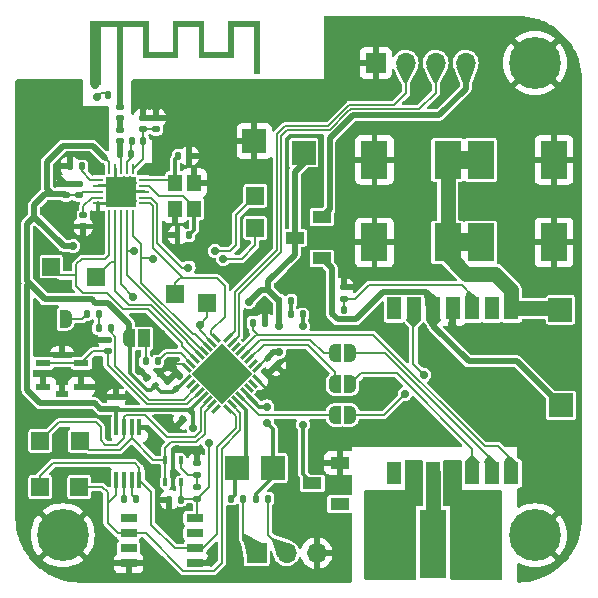
<source format=gbr>
%TF.GenerationSoftware,KiCad,Pcbnew,8.0.2*%
%TF.CreationDate,2024-07-16T14:46:28-07:00*%
%TF.ProjectId,sensor-node-rev-2,73656e73-6f72-42d6-9e6f-64652d726576,rev?*%
%TF.SameCoordinates,Original*%
%TF.FileFunction,Copper,L1,Top*%
%TF.FilePolarity,Positive*%
%FSLAX46Y46*%
G04 Gerber Fmt 4.6, Leading zero omitted, Abs format (unit mm)*
G04 Created by KiCad (PCBNEW 8.0.2) date 2024-07-16 14:46:28*
%MOMM*%
%LPD*%
G01*
G04 APERTURE LIST*
G04 Aperture macros list*
%AMRoundRect*
0 Rectangle with rounded corners*
0 $1 Rounding radius*
0 $2 $3 $4 $5 $6 $7 $8 $9 X,Y pos of 4 corners*
0 Add a 4 corners polygon primitive as box body*
4,1,4,$2,$3,$4,$5,$6,$7,$8,$9,$2,$3,0*
0 Add four circle primitives for the rounded corners*
1,1,$1+$1,$2,$3*
1,1,$1+$1,$4,$5*
1,1,$1+$1,$6,$7*
1,1,$1+$1,$8,$9*
0 Add four rect primitives between the rounded corners*
20,1,$1+$1,$2,$3,$4,$5,0*
20,1,$1+$1,$4,$5,$6,$7,0*
20,1,$1+$1,$6,$7,$8,$9,0*
20,1,$1+$1,$8,$9,$2,$3,0*%
%AMRotRect*
0 Rectangle, with rotation*
0 The origin of the aperture is its center*
0 $1 length*
0 $2 width*
0 $3 Rotation angle, in degrees counterclockwise*
0 Add horizontal line*
21,1,$1,$2,0,0,$3*%
%AMFreePoly0*
4,1,19,0.500000,-0.750000,0.000000,-0.750000,0.000000,-0.744911,-0.071157,-0.744911,-0.207708,-0.704816,-0.327430,-0.627875,-0.420627,-0.520320,-0.479746,-0.390866,-0.500000,-0.250000,-0.500000,0.250000,-0.479746,0.390866,-0.420627,0.520320,-0.327430,0.627875,-0.207708,0.704816,-0.071157,0.744911,0.000000,0.744911,0.000000,0.750000,0.500000,0.750000,0.500000,-0.750000,0.500000,-0.750000,
$1*%
%AMFreePoly1*
4,1,19,0.000000,0.744911,0.071157,0.744911,0.207708,0.704816,0.327430,0.627875,0.420627,0.520320,0.479746,0.390866,0.500000,0.250000,0.500000,-0.250000,0.479746,-0.390866,0.420627,-0.520320,0.327430,-0.627875,0.207708,-0.704816,0.071157,-0.744911,0.000000,-0.744911,0.000000,-0.750000,-0.500000,-0.750000,-0.500000,0.750000,0.000000,0.750000,0.000000,0.744911,0.000000,0.744911,
$1*%
%AMFreePoly2*
4,1,42,2.449995,2.499318,4.449995,2.499318,4.450011,5.140000,7.150006,5.140000,7.149995,2.499318,9.149995,2.499318,9.150002,5.140000,11.849997,5.140000,11.849997,0.700004,11.349998,0.700004,11.349995,4.639318,9.650001,4.628901,9.650001,2.000001,6.650007,2.000001,6.649995,4.639318,4.949995,4.639318,4.950010,2.000001,1.949991,2.000001,1.949995,4.639318,0.249994,4.639518,
0.249994,0.200030,0.250000,0.200000,0.250000,-0.200000,0.246194,-0.219134,0.235355,-0.235355,0.219134,-0.246194,0.200000,-0.250000,0.000000,-0.250000,-0.200000,-0.250000,-0.219134,-0.246194,-0.235355,-0.235355,-0.246194,-0.219134,-0.250000,-0.200000,-0.250000,0.150018,-0.250005,0.150018,-0.250005,4.639518,-1.650002,4.639518,-1.650002,-0.249982,-2.550000,-0.249982,-2.550000,5.140000,
2.449990,5.140000,2.449995,2.499318,2.449995,2.499318,$1*%
%AMFreePoly3*
4,1,19,0.550000,-0.750000,0.000000,-0.750000,0.000000,-0.744911,-0.071157,-0.744911,-0.207708,-0.704816,-0.327430,-0.627875,-0.420627,-0.520320,-0.479746,-0.390866,-0.500000,-0.250000,-0.500000,0.250000,-0.479746,0.390866,-0.420627,0.520320,-0.327430,0.627875,-0.207708,0.704816,-0.071157,0.744911,0.000000,0.744911,0.000000,0.750000,0.550000,0.750000,0.550000,-0.750000,0.550000,-0.750000,
$1*%
%AMFreePoly4*
4,1,19,0.000000,0.744911,0.071157,0.744911,0.207708,0.704816,0.327430,0.627875,0.420627,0.520320,0.479746,0.390866,0.500000,0.250000,0.500000,-0.250000,0.479746,-0.390866,0.420627,-0.520320,0.327430,-0.627875,0.207708,-0.704816,0.071157,-0.744911,0.000000,-0.744911,0.000000,-0.750000,-0.550000,-0.750000,-0.550000,0.750000,0.000000,0.750000,0.000000,0.744911,0.000000,0.744911,
$1*%
G04 Aperture macros list end*
%TA.AperFunction,SMDPad,CuDef*%
%ADD10R,2.000000X2.000000*%
%TD*%
%TA.AperFunction,SMDPad,CuDef*%
%ADD11RoundRect,0.135000X0.185000X-0.135000X0.185000X0.135000X-0.185000X0.135000X-0.185000X-0.135000X0*%
%TD*%
%TA.AperFunction,SMDPad,CuDef*%
%ADD12RoundRect,0.140000X0.140000X0.170000X-0.140000X0.170000X-0.140000X-0.170000X0.140000X-0.170000X0*%
%TD*%
%TA.AperFunction,SMDPad,CuDef*%
%ADD13RoundRect,0.100000X-0.100000X0.225000X-0.100000X-0.225000X0.100000X-0.225000X0.100000X0.225000X0*%
%TD*%
%TA.AperFunction,SMDPad,CuDef*%
%ADD14R,1.270000X1.905000*%
%TD*%
%TA.AperFunction,SMDPad,CuDef*%
%ADD15FreePoly0,0.000000*%
%TD*%
%TA.AperFunction,SMDPad,CuDef*%
%ADD16FreePoly1,0.000000*%
%TD*%
%TA.AperFunction,SMDPad,CuDef*%
%ADD17R,1.500000X1.500000*%
%TD*%
%TA.AperFunction,SMDPad,CuDef*%
%ADD18RoundRect,0.135000X0.135000X0.185000X-0.135000X0.185000X-0.135000X-0.185000X0.135000X-0.185000X0*%
%TD*%
%TA.AperFunction,SMDPad,CuDef*%
%ADD19RoundRect,0.140000X-0.219203X-0.021213X-0.021213X-0.219203X0.219203X0.021213X0.021213X0.219203X0*%
%TD*%
%TA.AperFunction,SMDPad,CuDef*%
%ADD20RoundRect,0.140000X-0.170000X0.140000X-0.170000X-0.140000X0.170000X-0.140000X0.170000X0.140000X0*%
%TD*%
%TA.AperFunction,SMDPad,CuDef*%
%ADD21RotRect,0.300000X0.850000X135.000000*%
%TD*%
%TA.AperFunction,SMDPad,CuDef*%
%ADD22RotRect,0.300000X0.850000X45.000000*%
%TD*%
%TA.AperFunction,SMDPad,CuDef*%
%ADD23RotRect,3.700000X3.700000X45.000000*%
%TD*%
%TA.AperFunction,SMDPad,CuDef*%
%ADD24RoundRect,0.140000X0.170000X-0.140000X0.170000X0.140000X-0.170000X0.140000X-0.170000X-0.140000X0*%
%TD*%
%TA.AperFunction,SMDPad,CuDef*%
%ADD25RoundRect,0.140000X-0.021213X0.219203X-0.219203X0.021213X0.021213X-0.219203X0.219203X-0.021213X0*%
%TD*%
%TA.AperFunction,SMDPad,CuDef*%
%ADD26RoundRect,0.140000X0.219203X0.021213X0.021213X0.219203X-0.219203X-0.021213X-0.021213X-0.219203X0*%
%TD*%
%TA.AperFunction,SMDPad,CuDef*%
%ADD27R,1.250000X0.600000*%
%TD*%
%TA.AperFunction,SMDPad,CuDef*%
%ADD28R,1.000000X0.500000*%
%TD*%
%TA.AperFunction,SMDPad,CuDef*%
%ADD29RoundRect,0.062500X0.062500X-0.350000X0.062500X0.350000X-0.062500X0.350000X-0.062500X-0.350000X0*%
%TD*%
%TA.AperFunction,SMDPad,CuDef*%
%ADD30RoundRect,0.062500X0.350000X-0.062500X0.350000X0.062500X-0.350000X0.062500X-0.350000X-0.062500X0*%
%TD*%
%TA.AperFunction,HeatsinkPad*%
%ADD31R,2.500000X2.500000*%
%TD*%
%TA.AperFunction,SMDPad,CuDef*%
%ADD32RoundRect,0.147500X0.147500X0.172500X-0.147500X0.172500X-0.147500X-0.172500X0.147500X-0.172500X0*%
%TD*%
%TA.AperFunction,SMDPad,CuDef*%
%ADD33R,0.450000X1.450000*%
%TD*%
%TA.AperFunction,SMDPad,CuDef*%
%ADD34RoundRect,0.135000X-0.135000X-0.185000X0.135000X-0.185000X0.135000X0.185000X-0.135000X0.185000X0*%
%TD*%
%TA.AperFunction,SMDPad,CuDef*%
%ADD35R,1.150000X1.400000*%
%TD*%
%TA.AperFunction,SMDPad,CuDef*%
%ADD36RoundRect,0.050000X-0.400000X-0.200000X0.400000X-0.200000X0.400000X0.200000X-0.400000X0.200000X0*%
%TD*%
%TA.AperFunction,SMDPad,CuDef*%
%ADD37FreePoly2,0.000000*%
%TD*%
%TA.AperFunction,SMDPad,CuDef*%
%ADD38RoundRect,0.140000X-0.140000X-0.170000X0.140000X-0.170000X0.140000X0.170000X-0.140000X0.170000X0*%
%TD*%
%TA.AperFunction,SMDPad,CuDef*%
%ADD39RoundRect,0.147500X0.172500X-0.147500X0.172500X0.147500X-0.172500X0.147500X-0.172500X-0.147500X0*%
%TD*%
%TA.AperFunction,SMDPad,CuDef*%
%ADD40RoundRect,0.147500X-0.147500X-0.172500X0.147500X-0.172500X0.147500X0.172500X-0.147500X0.172500X0*%
%TD*%
%TA.AperFunction,SMDPad,CuDef*%
%ADD41R,2.300000X3.200000*%
%TD*%
%TA.AperFunction,SMDPad,CuDef*%
%ADD42RoundRect,0.135000X-0.185000X0.135000X-0.185000X-0.135000X0.185000X-0.135000X0.185000X0.135000X0*%
%TD*%
%TA.AperFunction,ComponentPad*%
%ADD43R,1.700000X1.700000*%
%TD*%
%TA.AperFunction,ComponentPad*%
%ADD44O,1.700000X1.700000*%
%TD*%
%TA.AperFunction,ComponentPad*%
%ADD45C,4.400000*%
%TD*%
%TA.AperFunction,SMDPad,CuDef*%
%ADD46R,2.286000X5.842000*%
%TD*%
%TA.AperFunction,SMDPad,CuDef*%
%ADD47R,2.413000X5.842000*%
%TD*%
%TA.AperFunction,SMDPad,CuDef*%
%ADD48FreePoly3,0.000000*%
%TD*%
%TA.AperFunction,SMDPad,CuDef*%
%ADD49R,1.000000X1.500000*%
%TD*%
%TA.AperFunction,SMDPad,CuDef*%
%ADD50FreePoly4,0.000000*%
%TD*%
%TA.AperFunction,SMDPad,CuDef*%
%ADD51R,1.600000X1.000000*%
%TD*%
%TA.AperFunction,SMDPad,CuDef*%
%ADD52R,1.450000X0.700000*%
%TD*%
%TA.AperFunction,ViaPad*%
%ADD53C,0.700000*%
%TD*%
%TA.AperFunction,ViaPad*%
%ADD54C,0.900000*%
%TD*%
%TA.AperFunction,Conductor*%
%ADD55C,0.500000*%
%TD*%
%TA.AperFunction,Conductor*%
%ADD56C,0.200000*%
%TD*%
%TA.AperFunction,Conductor*%
%ADD57C,0.300000*%
%TD*%
%TA.AperFunction,Conductor*%
%ADD58C,1.270000*%
%TD*%
%TA.AperFunction,Conductor*%
%ADD59C,1.250000*%
%TD*%
%TA.AperFunction,Conductor*%
%ADD60C,1.500000*%
%TD*%
G04 APERTURE END LIST*
D10*
%TO.P,TP18,1,1*%
%TO.N,VCAP*%
X120650000Y-121400000D03*
%TD*%
D11*
%TO.P,R11,1*%
%TO.N,VDD*%
X89900000Y-137410000D03*
%TO.P,R11,2*%
%TO.N,Net-(U4-+)*%
X89900000Y-136390000D03*
%TD*%
D12*
%TO.P,C10,1*%
%TO.N,Net-(U2-XC2)*%
X89180000Y-115100000D03*
%TO.P,C10,2*%
%TO.N,GND*%
X88220000Y-115100000D03*
%TD*%
D13*
%TO.P,U4,1,+*%
%TO.N,Net-(U4-+)*%
X88500000Y-134115000D03*
%TO.P,U4,2,V-*%
%TO.N,GND*%
X87850000Y-134115000D03*
%TO.P,U4,3,-*%
%TO.N,PSENSE_VREF*%
X87200000Y-134115000D03*
%TO.P,U4,4*%
X87200000Y-136015000D03*
%TO.P,U4,5,V+*%
%TO.N,VDD*%
X88500000Y-136015000D03*
%TD*%
D14*
%TO.P,PS1,1,NC_1*%
%TO.N,unconnected-(PS1-NC_1-Pad1)*%
X106577000Y-135254000D03*
%TO.P,PS1,2,GND_1*%
%TO.N,GND*%
X108228000Y-135254000D03*
%TO.P,PS1,3,RFIN*%
%TO.N,/RFIN*%
X109879000Y-135254000D03*
%TO.P,PS1,4,GND_2*%
%TO.N,GND*%
X111530000Y-135254000D03*
%TO.P,PS1,5,DSET*%
%TO.N,Net-(JP6-B)*%
X113181000Y-135254000D03*
%TO.P,PS1,6,INT*%
%TO.N,Net-(JP5-B)*%
X114832000Y-135254000D03*
%TO.P,PS1,7,RESET*%
%TO.N,P2110B_RESET*%
X116483000Y-135254000D03*
%TO.P,PS1,8,VCAP*%
%TO.N,VCAP*%
X116483000Y-121284000D03*
%TO.P,PS1,9,NC_2*%
%TO.N,unconnected-(PS1-NC_2-Pad9)*%
X114832000Y-121284000D03*
%TO.P,PS1,10,VSET*%
%TO.N,/VSET*%
X113181000Y-121284000D03*
%TO.P,PS1,11,GND_3*%
%TO.N,GND*%
X111530000Y-121284000D03*
%TO.P,PS1,12,VOUT*%
%TO.N,/P2110B_VOUT*%
X109879000Y-121284000D03*
%TO.P,PS1,13,DOUT*%
%TO.N,Net-(JP9-B)*%
X108228000Y-121284000D03*
%TO.P,PS1,14,NC_3*%
%TO.N,unconnected-(PS1-NC_3-Pad14)*%
X106577000Y-121284000D03*
%TD*%
D15*
%TO.P,JP9,1,A*%
%TO.N,P2110B_DOUT*%
X101550000Y-130300000D03*
D16*
%TO.P,JP9,2,B*%
%TO.N,Net-(JP9-B)*%
X102850000Y-130300000D03*
%TD*%
D10*
%TO.P,TP17,1,1*%
%TO.N,GND*%
X94720000Y-107110000D03*
%TD*%
D17*
%TO.P,TP11,1,1*%
%TO.N,PSENSE_MINUS*%
X76600000Y-136400000D03*
%TD*%
D18*
%TO.P,R13,1*%
%TO.N,Net-(IC2-RG_2)*%
X84710000Y-137445000D03*
%TO.P,R13,2*%
%TO.N,Net-(IC2-RG_1)*%
X83690000Y-137445000D03*
%TD*%
D17*
%TO.P,TP1,1,1*%
%TO.N,NRF_IRQ*%
X88050000Y-120030000D03*
%TD*%
D19*
%TO.P,C4,1*%
%TO.N,VDD*%
X95900589Y-125450589D03*
%TO.P,C4,2*%
%TO.N,GND*%
X96579411Y-126129411D03*
%TD*%
D18*
%TO.P,R5,1*%
%TO.N,/USER_LED*%
X82560000Y-122950000D03*
%TO.P,R5,2*%
%TO.N,Net-(D2-A)*%
X81540000Y-122950000D03*
%TD*%
D20*
%TO.P,C9,1*%
%TO.N,Net-(U2-DVDD)*%
X80250000Y-113390000D03*
%TO.P,C9,2*%
%TO.N,GND*%
X80250000Y-114350000D03*
%TD*%
D11*
%TO.P,R14,1*%
%TO.N,Net-(U4-+)*%
X89900000Y-135390000D03*
%TO.P,R14,2*%
%TO.N,GND*%
X89900000Y-134370000D03*
%TD*%
D21*
%TO.P,U1,1,VDD*%
%TO.N,VDD*%
X89030152Y-127294975D03*
%TO.P,U1,2,PC14-OSC32_IN*%
%TO.N,unconnected-(U1A-PC14-OSC32_IN-Pad2)*%
X89383705Y-127648528D03*
%TO.P,U1,3,PC15-OSC32_OUT*%
%TO.N,/USER_LED*%
X89737258Y-128002082D03*
%TO.P,U1,4,PF2-NRST*%
%TO.N,/NRST*%
X90090812Y-128355635D03*
%TO.P,U1,5,VDDA/VREF+*%
%TO.N,VDD*%
X90444365Y-128709188D03*
%TO.P,U1,6,PA0-CK_IN*%
%TO.N,PSENSE_OUT*%
X90797918Y-129062742D03*
%TO.P,U1,7,PA1*%
%TO.N,PSENSE_VREF*%
X91151472Y-129416295D03*
%TO.P,U1,8,PA2*%
%TO.N,unconnected-(U1A-PA2-Pad8)*%
X91505025Y-129769848D03*
D22*
%TO.P,U1,9,PA3*%
%TO.N,PSENSE_MINUS*%
X92494975Y-129769848D03*
%TO.P,U1,10,PA4*%
%TO.N,PSENSE_PLUS*%
X92848528Y-129416295D03*
%TO.P,U1,11,PA5*%
%TO.N,USART1_TX*%
X93202082Y-129062742D03*
%TO.P,U1,12,PA6*%
%TO.N,P2110B_DOUT*%
X93555635Y-128709188D03*
%TO.P,U1,13,PA7*%
%TO.N,USART1_RX*%
X93909188Y-128355635D03*
%TO.P,U1,14,PB0*%
%TO.N,unconnected-(U1A-PB0-Pad14)*%
X94262742Y-128002082D03*
%TO.P,U1,15,PB1*%
%TO.N,unconnected-(U1A-PB1-Pad15)*%
X94616295Y-127648528D03*
%TO.P,U1,16,VSS*%
%TO.N,GND*%
X94969848Y-127294975D03*
D21*
%TO.P,U1,17,VDD*%
%TO.N,VDD*%
X94969848Y-126305025D03*
%TO.P,U1,18,PA8*%
%TO.N,unconnected-(U1A-PA8-Pad18)*%
X94616295Y-125951472D03*
%TO.P,U1,19,PA9*%
%TO.N,P2110B_DSET*%
X94262742Y-125597918D03*
%TO.P,U1,20,PA10*%
%TO.N,P2110B_INT*%
X93909188Y-125244365D03*
%TO.P,U1,21,PA11[PA9]*%
%TO.N,P2110B_RESET*%
X93555635Y-124890812D03*
%TO.P,U1,22,PA12[PA10]*%
%TO.N,unconnected-(U1A-PA12[PA10]-Pad22)*%
X93202082Y-124537258D03*
%TO.P,U1,23,PA13*%
%TO.N,SWDIO*%
X92848528Y-124183705D03*
%TO.P,U1,24,PA14*%
%TO.N,SWCLK*%
X92494975Y-123830152D03*
D22*
%TO.P,U1,25,PA15*%
%TO.N,NRF_IRQ*%
X91505025Y-123830152D03*
%TO.P,U1,26,PB3*%
%TO.N,NRF_SCK*%
X91151472Y-124183705D03*
%TO.P,U1,27,PB4*%
%TO.N,NRF_MISO*%
X90797918Y-124537258D03*
%TO.P,U1,28,PB5*%
%TO.N,NRF_MOSI*%
X90444365Y-124890812D03*
%TO.P,U1,29,PB6*%
%TO.N,NRF_CSN*%
X90090812Y-125244365D03*
%TO.P,U1,30,PB7*%
%TO.N,NRF_CE*%
X89737258Y-125597918D03*
%TO.P,U1,31,PF3-BOOT0*%
%TO.N,/BOOT0*%
X89383705Y-125951472D03*
%TO.P,U1,32,VSS*%
%TO.N,GND*%
X89030152Y-126305025D03*
D23*
%TO.P,U1,33,EPAD*%
X92000000Y-126800000D03*
%TD*%
D24*
%TO.P,C14,1*%
%TO.N,VDD*%
X78760000Y-111710000D03*
%TO.P,C14,2*%
%TO.N,GND*%
X78760000Y-110750000D03*
%TD*%
D25*
%TO.P,C2,1*%
%TO.N,VDD*%
X89389411Y-130010589D03*
%TO.P,C2,2*%
%TO.N,GND*%
X88710589Y-130689411D03*
%TD*%
D26*
%TO.P,C3,1*%
%TO.N,VDD*%
X88079411Y-128129411D03*
%TO.P,C3,2*%
%TO.N,GND*%
X87400589Y-127450589D03*
%TD*%
D27*
%TO.P,S4,1,COM_1*%
%TO.N,/NRST*%
X76835000Y-125910000D03*
%TO.P,S4,2,COM_2*%
X80085000Y-125910000D03*
%TO.P,S4,3,NO_1*%
%TO.N,GND*%
X76835000Y-127910000D03*
%TO.P,S4,4,NO_2*%
X80085000Y-127910000D03*
D28*
%TO.P,S4,MP1,MP1*%
X78460000Y-125260000D03*
%TO.P,S4,MP2,MP2*%
X78460000Y-128560000D03*
%TD*%
D29*
%TO.P,U2,1,CE*%
%TO.N,NRF_CE*%
X82450000Y-113337500D03*
%TO.P,U2,2,CSN*%
%TO.N,NRF_CSN*%
X82950000Y-113337500D03*
%TO.P,U2,3,SCK*%
%TO.N,NRF_SCK*%
X83450000Y-113337500D03*
%TO.P,U2,4,MOSI*%
%TO.N,NRF_MOSI*%
X83950000Y-113337500D03*
%TO.P,U2,5,MISO*%
%TO.N,NRF_MISO*%
X84450000Y-113337500D03*
D30*
%TO.P,U2,6,IRQ*%
%TO.N,NRF_IRQ*%
X85387500Y-112400000D03*
%TO.P,U2,7,VDD*%
%TO.N,VDD*%
X85387500Y-111900000D03*
%TO.P,U2,8,VSS*%
%TO.N,GND*%
X85387500Y-111400000D03*
%TO.P,U2,9,XC2*%
%TO.N,Net-(U2-XC2)*%
X85387500Y-110900000D03*
%TO.P,U2,10,XC1*%
%TO.N,Net-(U2-XC1)*%
X85387500Y-110400000D03*
D29*
%TO.P,U2,11,VDD_PA*%
%TO.N,Net-(U2-VDD_PA)*%
X84450000Y-109462500D03*
%TO.P,U2,12,ANT1*%
%TO.N,Net-(U2-ANT1)*%
X83950000Y-109462500D03*
%TO.P,U2,13,ANT2*%
%TO.N,Net-(U2-ANT2)*%
X83450000Y-109462500D03*
%TO.P,U2,14,VSS*%
%TO.N,GND*%
X82950000Y-109462500D03*
%TO.P,U2,15,VDD*%
%TO.N,VDD*%
X82450000Y-109462500D03*
D30*
%TO.P,U2,16,IREF*%
%TO.N,Net-(U2-IREF)*%
X81512500Y-110400000D03*
%TO.P,U2,17,VSS*%
%TO.N,GND*%
X81512500Y-110900000D03*
%TO.P,U2,18,VDD*%
%TO.N,VDD*%
X81512500Y-111400000D03*
%TO.P,U2,19,DVDD*%
%TO.N,Net-(U2-DVDD)*%
X81512500Y-111900000D03*
%TO.P,U2,20,VSS*%
%TO.N,GND*%
X81512500Y-112400000D03*
D31*
%TO.P,U2,21,EPAD*%
X83450000Y-111400000D03*
%TD*%
D12*
%TO.P,C23,1*%
%TO.N,VDD*%
X88480000Y-137500000D03*
%TO.P,C23,2*%
%TO.N,GND*%
X87520000Y-137500000D03*
%TD*%
D24*
%TO.P,C24,1*%
%TO.N,VDD*%
X83050000Y-129780000D03*
%TO.P,C24,2*%
%TO.N,GND*%
X83050000Y-128820000D03*
%TD*%
D15*
%TO.P,JP5,1,A*%
%TO.N,P2110B_INT*%
X101550000Y-125100000D03*
D16*
%TO.P,JP5,2,B*%
%TO.N,Net-(JP5-B)*%
X102850000Y-125100000D03*
%TD*%
D18*
%TO.P,R1,1*%
%TO.N,/BOOT0*%
X86535000Y-125775000D03*
%TO.P,R1,2*%
%TO.N,Net-(JP2-C)*%
X85515000Y-125775000D03*
%TD*%
D17*
%TO.P,TP6,1,1*%
%TO.N,NRF_CSN*%
X81300000Y-118650000D03*
%TD*%
%TO.P,TP9,1,1*%
%TO.N,PSENSE_OUT*%
X76600000Y-132500000D03*
%TD*%
%TO.P,TP3,1,1*%
%TO.N,NRF_MISO*%
X94800000Y-114475000D03*
%TD*%
D32*
%TO.P,D1,1,K*%
%TO.N,POWER_LED_EN*%
X98835000Y-121800000D03*
%TO.P,D1,2,A*%
%TO.N,Net-(D1-A)*%
X97865000Y-121800000D03*
%TD*%
D33*
%TO.P,IC2,1,-IN*%
%TO.N,PSENSE_PLUS*%
X83050000Y-135815000D03*
%TO.P,IC2,2,RG_1*%
%TO.N,Net-(IC2-RG_1)*%
X83700000Y-135815000D03*
%TO.P,IC2,3,RG_2*%
%TO.N,Net-(IC2-RG_2)*%
X84350000Y-135815000D03*
%TO.P,IC2,4,+IN*%
%TO.N,PSENSE_MINUS*%
X85000000Y-135815000D03*
%TO.P,IC2,5,-VS*%
%TO.N,GND*%
X85000000Y-131365000D03*
%TO.P,IC2,6,REF*%
%TO.N,PSENSE_VREF*%
X84350000Y-131365000D03*
%TO.P,IC2,7,VOUT*%
%TO.N,PSENSE_OUT*%
X83700000Y-131365000D03*
%TO.P,IC2,8,+VS*%
%TO.N,VDD*%
X83050000Y-131365000D03*
%TD*%
D34*
%TO.P,R2,1*%
%TO.N,/P2110B_VOUT*%
X101290000Y-121400000D03*
%TO.P,R2,2*%
%TO.N,/VSET*%
X102310000Y-121400000D03*
%TD*%
D17*
%TO.P,TP12,1,1*%
%TO.N,PSENSE_VREF*%
X79950000Y-132500000D03*
%TD*%
D35*
%TO.P,Y1,1,1*%
%TO.N,Net-(U2-XC2)*%
X89627500Y-112837500D03*
%TO.P,Y1,2,2*%
%TO.N,GND*%
X89627500Y-110637500D03*
%TO.P,Y1,3,3*%
%TO.N,Net-(U2-XC1)*%
X88027500Y-110637500D03*
%TO.P,Y1,4,4*%
%TO.N,GND*%
X88027500Y-112837500D03*
%TD*%
D17*
%TO.P,TP5,1,1*%
%TO.N,NRF_CE*%
X77550000Y-117750000D03*
%TD*%
D34*
%TO.P,R4,1*%
%TO.N,VDD*%
X96840000Y-120650000D03*
%TO.P,R4,2*%
%TO.N,Net-(D1-A)*%
X97860000Y-120650000D03*
%TD*%
D36*
%TO.P,AE2,1,FEED*%
%TO.N,GND*%
X81230000Y-102150000D03*
D37*
%TO.P,AE2,2,PCB_Trace*%
%TO.N,/NRF_ANT*%
X83330000Y-102150000D03*
%TD*%
D18*
%TO.P,R8,1*%
%TO.N,Net-(U2-IREF)*%
X80140000Y-109250000D03*
%TO.P,R8,2*%
%TO.N,GND*%
X79120000Y-109250000D03*
%TD*%
D38*
%TO.P,C12,1*%
%TO.N,Net-(U2-XC1)*%
X88270000Y-108350000D03*
%TO.P,C12,2*%
%TO.N,GND*%
X89230000Y-108350000D03*
%TD*%
D39*
%TO.P,L3,1,1*%
%TO.N,Net-(U2-ANT2)*%
X83327500Y-107122500D03*
%TO.P,L3,2,2*%
%TO.N,Net-(C15-Pad1)*%
X83327500Y-106152500D03*
%TD*%
D40*
%TO.P,D2,1,K*%
%TO.N,Net-(D2-K)*%
X80565000Y-121750000D03*
%TO.P,D2,2,A*%
%TO.N,Net-(D2-A)*%
X81535000Y-121750000D03*
%TD*%
D10*
%TO.P,TP16,1,1*%
%TO.N,/P2110B_VOUT*%
X120700000Y-129500000D03*
%TD*%
D41*
%TO.P,C8,1*%
%TO.N,VCAP*%
X113900000Y-115700000D03*
%TO.P,C8,2*%
%TO.N,GND*%
X120100000Y-115700000D03*
%TD*%
D15*
%TO.P,JP6,1,A*%
%TO.N,P2110B_DSET*%
X101550000Y-127700000D03*
D16*
%TO.P,JP6,2,B*%
%TO.N,Net-(JP6-B)*%
X102850000Y-127700000D03*
%TD*%
D40*
%TO.P,L2,1,1*%
%TO.N,Net-(U2-ANT1)*%
X84342500Y-107137500D03*
%TO.P,L2,2,2*%
%TO.N,Net-(U2-VDD_PA)*%
X85312500Y-107137500D03*
%TD*%
D42*
%TO.P,R3,1*%
%TO.N,GND*%
X102300000Y-119490000D03*
%TO.P,R3,2*%
%TO.N,/VSET*%
X102300000Y-120510000D03*
%TD*%
D10*
%TO.P,TP14,1,1*%
%TO.N,USART1_RX*%
X96300000Y-134800000D03*
%TD*%
D24*
%TO.P,C18,1*%
%TO.N,Net-(U2-VDD_PA)*%
X86427500Y-106117500D03*
%TO.P,C18,2*%
%TO.N,GND*%
X86427500Y-105157500D03*
%TD*%
D43*
%TO.P,J2,1,Pin_1*%
%TO.N,GND*%
X105000000Y-100500000D03*
D44*
%TO.P,J2,2,Pin_2*%
%TO.N,SWCLK*%
X107540000Y-100500000D03*
%TO.P,J2,3,Pin_3*%
%TO.N,SWDIO*%
X110080000Y-100500000D03*
%TO.P,J2,4,Pin_4*%
%TO.N,+3.3V*%
X112620000Y-100500000D03*
%TD*%
D34*
%TO.P,R10,1*%
%TO.N,P2110B_RESET*%
X94590000Y-122500000D03*
%TO.P,R10,2*%
%TO.N,GND*%
X95610000Y-122500000D03*
%TD*%
D41*
%TO.P,C6,1*%
%TO.N,VCAP*%
X111100000Y-115700000D03*
%TO.P,C6,2*%
%TO.N,GND*%
X104900000Y-115700000D03*
%TD*%
D18*
%TO.P,R6,1*%
%TO.N,Net-(J4-Pin_1)*%
X93810000Y-137400000D03*
%TO.P,R6,2*%
%TO.N,USART1_TX*%
X92790000Y-137400000D03*
%TD*%
D41*
%TO.P,C5,1*%
%TO.N,VCAP*%
X111100000Y-108700000D03*
%TO.P,C5,2*%
%TO.N,GND*%
X104900000Y-108700000D03*
%TD*%
D17*
%TO.P,TP2,1,1*%
%TO.N,NRF_SCK*%
X90700000Y-120850000D03*
%TD*%
D20*
%TO.P,C17,1*%
%TO.N,GND*%
X85327500Y-105157500D03*
%TO.P,C17,2*%
%TO.N,Net-(U2-VDD_PA)*%
X85327500Y-106117500D03*
%TD*%
D24*
%TO.P,C15,1*%
%TO.N,Net-(C15-Pad1)*%
X83320000Y-105170000D03*
%TO.P,C15,2*%
%TO.N,/NRF_ANT*%
X83320000Y-104210000D03*
%TD*%
D45*
%TO.P,H3,1,1*%
%TO.N,GND*%
X118500000Y-100500000D03*
%TD*%
D24*
%TO.P,C22,1*%
%TO.N,/NRST*%
X82300000Y-124930000D03*
%TO.P,C22,2*%
%TO.N,GND*%
X82300000Y-123970000D03*
%TD*%
D17*
%TO.P,TP4,1,1*%
%TO.N,NRF_MOSI*%
X94800000Y-111750000D03*
%TD*%
D45*
%TO.P,H4,1,1*%
%TO.N,GND*%
X118500000Y-140500000D03*
%TD*%
D46*
%TO.P,J3,1,1*%
%TO.N,/RFIN*%
X109875000Y-141235600D03*
D47*
%TO.P,J3,2,2*%
%TO.N,GND*%
X114256500Y-141235600D03*
%TO.P,J3,3,3*%
X105493500Y-141235600D03*
%TD*%
D41*
%TO.P,C1,1*%
%TO.N,VCAP*%
X113900000Y-108700000D03*
%TO.P,C1,2*%
%TO.N,GND*%
X120100000Y-108700000D03*
%TD*%
D26*
%TO.P,C7,1*%
%TO.N,VDD*%
X86339411Y-127839411D03*
%TO.P,C7,2*%
%TO.N,GND*%
X85660589Y-127160589D03*
%TD*%
D48*
%TO.P,JP2,1,A*%
%TO.N,VDD*%
X84125000Y-123825000D03*
D49*
%TO.P,JP2,2,C*%
%TO.N,Net-(JP2-C)*%
X85425000Y-123825000D03*
D50*
%TO.P,JP2,3,B*%
%TO.N,GND*%
X86725000Y-123825000D03*
%TD*%
D17*
%TO.P,TP10,1,1*%
%TO.N,PSENSE_PLUS*%
X79900000Y-136400000D03*
%TD*%
D43*
%TO.P,J4,1,Pin_1*%
%TO.N,Net-(J4-Pin_1)*%
X94920000Y-142000000D03*
D44*
%TO.P,J4,2,Pin_2*%
%TO.N,Net-(J4-Pin_2)*%
X97460000Y-142000000D03*
%TO.P,J4,3,Pin_3*%
%TO.N,GND*%
X100000000Y-142000000D03*
%TD*%
D24*
%TO.P,C13,1*%
%TO.N,VDD*%
X79890000Y-111710000D03*
%TO.P,C13,2*%
%TO.N,GND*%
X79890000Y-110750000D03*
%TD*%
D10*
%TO.P,TP13,1,1*%
%TO.N,USART1_TX*%
X93300000Y-134800000D03*
%TD*%
D51*
%TO.P,S1,1,NO*%
%TO.N,unconnected-(S1-NO-Pad1)*%
X101950000Y-137850000D03*
%TO.P,S1,2,COM*%
%TO.N,POWER_LED_EN*%
X99650000Y-136100000D03*
%TO.P,S1,3,NC*%
%TO.N,GND*%
X101950000Y-134350000D03*
%TD*%
D45*
%TO.P,H2,1,1*%
%TO.N,GND*%
X78500000Y-140500000D03*
%TD*%
D10*
%TO.P,TP15,1,1*%
%TO.N,VDD*%
X98900000Y-108100000D03*
%TD*%
D52*
%TO.P,IC1,1,N/C_1*%
%TO.N,unconnected-(IC1-N{slash}C_1-Pad1)*%
X84100000Y-139045000D03*
%TO.P,IC1,2,+OUT*%
%TO.N,PSENSE_PLUS*%
X84100000Y-140315000D03*
%TO.P,IC1,3,N/C_2*%
%TO.N,unconnected-(IC1-N{slash}C_2-Pad3)*%
X84100000Y-141585000D03*
%TO.P,IC1,4,-IN_1*%
%TO.N,GND*%
X84100000Y-142855000D03*
%TO.P,IC1,5,-IN_2*%
X89700000Y-142855000D03*
%TO.P,IC1,6,-OUT*%
%TO.N,PSENSE_MINUS*%
X89700000Y-141585000D03*
%TO.P,IC1,7,N/C_3*%
%TO.N,unconnected-(IC1-N{slash}C_3-Pad7)*%
X89700000Y-140315000D03*
%TO.P,IC1,8,+IN*%
%TO.N,VDD*%
X89700000Y-139045000D03*
%TD*%
D51*
%TO.P,S5,1,NO*%
%TO.N,/P2110B_VOUT*%
X100450000Y-117050000D03*
%TO.P,S5,2,COM*%
%TO.N,VDD*%
X98150000Y-115300000D03*
%TO.P,S5,3,NC*%
%TO.N,+3.3V*%
X100450000Y-113550000D03*
%TD*%
D40*
%TO.P,L1,1,1*%
%TO.N,Net-(U2-ANT2)*%
X83342500Y-108190000D03*
%TO.P,L1,2,2*%
%TO.N,Net-(U2-ANT1)*%
X84312500Y-108190000D03*
%TD*%
D12*
%TO.P,C16,1*%
%TO.N,/NRF_ANT*%
X83330000Y-103210000D03*
%TO.P,C16,2*%
%TO.N,GND*%
X82370000Y-103210000D03*
%TD*%
D15*
%TO.P,JP1,1,A*%
%TO.N,GND*%
X77450000Y-122200000D03*
D16*
%TO.P,JP1,2,B*%
%TO.N,Net-(D2-K)*%
X78750000Y-122200000D03*
%TD*%
D18*
%TO.P,R7,1*%
%TO.N,Net-(J4-Pin_2)*%
X95910000Y-137400000D03*
%TO.P,R7,2*%
%TO.N,USART1_RX*%
X94890000Y-137400000D03*
%TD*%
D53*
%TO.N,GND*%
X86300000Y-132300000D03*
X92400000Y-107200000D03*
X82750000Y-110700000D03*
X80600000Y-105200000D03*
X85350000Y-104250000D03*
X97400000Y-137200000D03*
X82190000Y-142830000D03*
X89300000Y-102800000D03*
X116880000Y-128800000D03*
X80000000Y-124400000D03*
X84150000Y-112100000D03*
X87100000Y-130700000D03*
X88200000Y-133200000D03*
X100070000Y-132410000D03*
X117580000Y-123520000D03*
X100150000Y-139600000D03*
X88000000Y-140000000D03*
X98700000Y-138200000D03*
X81400000Y-115600000D03*
X102880000Y-112260000D03*
X78900000Y-102800000D03*
X81460000Y-114360000D03*
X81950000Y-141150000D03*
X92260000Y-110820000D03*
X84150000Y-110700000D03*
D54*
X104750000Y-140700000D03*
D53*
X115710000Y-123890000D03*
X85900000Y-102800000D03*
X78410000Y-127050000D03*
X77000000Y-124000000D03*
X75490000Y-107420000D03*
X81420000Y-103410000D03*
X84972120Y-126602880D03*
X87740000Y-125740000D03*
X93800000Y-126800000D03*
X95500000Y-121000000D03*
X80480000Y-123040000D03*
X92000000Y-128600000D03*
X90300000Y-126800000D03*
X92030000Y-114680000D03*
X87870000Y-131390000D03*
X88000000Y-139000000D03*
X82025000Y-127275000D03*
D54*
X104750000Y-142100000D03*
D53*
X92700000Y-102800000D03*
X100000000Y-129000000D03*
X116420000Y-130870000D03*
D54*
X115000000Y-142100000D03*
D53*
X99900000Y-120750000D03*
X96100000Y-102800000D03*
X77200000Y-105200000D03*
X99820000Y-134220000D03*
X102560000Y-109460000D03*
X95864873Y-128190000D03*
D54*
X111500000Y-123000000D03*
D53*
X92960000Y-118340000D03*
X91100000Y-142500000D03*
X90800000Y-105600000D03*
X100200000Y-122450000D03*
X82750000Y-112100000D03*
X81840000Y-128240000D03*
X97500000Y-127500000D03*
X100000000Y-127500000D03*
X78800000Y-114200000D03*
X75470000Y-110280000D03*
X86427500Y-104277500D03*
X102130000Y-132410000D03*
X107900000Y-131410000D03*
X87700000Y-124400000D03*
X87000000Y-139000000D03*
X81230000Y-102390000D03*
X92000000Y-125000000D03*
D54*
X115000000Y-140700000D03*
D53*
X78070000Y-109240000D03*
X89900000Y-133500000D03*
X101500000Y-97500000D03*
X101500000Y-100900000D03*
X99500000Y-102800000D03*
X114920000Y-128260000D03*
X77600000Y-113200000D03*
X75500000Y-102800000D03*
X97500000Y-129000000D03*
%TO.N,USART1_RX*%
X95800000Y-129600000D03*
X95800000Y-131000000D03*
%TO.N,NRF_SCK*%
X84489810Y-120280190D03*
X90100000Y-122650000D03*
%TO.N,NRF_MISO*%
X86125000Y-117075000D03*
X92100000Y-117075000D03*
%TO.N,Net-(JP9-B)*%
X107500000Y-128500000D03*
X109100000Y-126900000D03*
%TO.N,NRF_MOSI*%
X91400000Y-116425000D03*
X84525000Y-116425000D03*
%TO.N,VDD*%
X89575000Y-131370000D03*
X96840000Y-122800000D03*
X94250000Y-120750000D03*
X79400000Y-116000000D03*
X96840000Y-125000000D03*
X90900000Y-132680000D03*
X89150000Y-117825000D03*
%TO.N,POWER_LED_EN*%
X98850000Y-131150000D03*
X98850000Y-122800000D03*
%TD*%
D55*
%TO.N,GND*%
X89900000Y-134370000D02*
X89900000Y-133500000D01*
D56*
X85327500Y-105157500D02*
X85327500Y-104272500D01*
D55*
X86725000Y-123825000D02*
X87125000Y-123825000D01*
D56*
X87975000Y-125975000D02*
X88700127Y-125975000D01*
X87850000Y-133550000D02*
X88200000Y-133200000D01*
D55*
X90745000Y-142855000D02*
X89700000Y-142855000D01*
D56*
X82950000Y-109462500D02*
X82950000Y-110950000D01*
X82600000Y-112400000D02*
X83000000Y-112000000D01*
D55*
X85102880Y-126602880D02*
X85660589Y-127160589D01*
D57*
X86300000Y-132300000D02*
X85365000Y-131365000D01*
D56*
X86427500Y-105157500D02*
X86427500Y-104277500D01*
D55*
X87125000Y-123825000D02*
X87700000Y-124400000D01*
D56*
X85327500Y-104272500D02*
X85350000Y-104250000D01*
X87850000Y-134115000D02*
X87850000Y-133550000D01*
X81420000Y-103410000D02*
X81770000Y-103060000D01*
D55*
X78070000Y-110130000D02*
X78070000Y-109240000D01*
X111500000Y-121314000D02*
X111500000Y-123000000D01*
D56*
X82950000Y-110950000D02*
X83000000Y-111000000D01*
D57*
X81460000Y-112452500D02*
X81512500Y-112400000D01*
D56*
X81512500Y-112400000D02*
X82600000Y-112400000D01*
X88700127Y-125975000D02*
X89030152Y-126305025D01*
X81770000Y-103060000D02*
X82220000Y-103060000D01*
D55*
X78760000Y-110750000D02*
X78690000Y-110750000D01*
D56*
X84972120Y-126602880D02*
X85102880Y-126602880D01*
D57*
X81460000Y-114360000D02*
X81460000Y-112452500D01*
D56*
X83450000Y-111400000D02*
X85387500Y-111400000D01*
D55*
X91100000Y-142500000D02*
X90745000Y-142855000D01*
D56*
X81512500Y-110900000D02*
X82900000Y-110900000D01*
D55*
X78690000Y-110750000D02*
X78070000Y-110130000D01*
D57*
X85365000Y-131365000D02*
X85000000Y-131365000D01*
D56*
X82900000Y-110900000D02*
X83000000Y-111000000D01*
X95864873Y-128190000D02*
X94969848Y-127294975D01*
D55*
X111530000Y-121284000D02*
X111500000Y-121314000D01*
D56*
X87740000Y-125740000D02*
X87975000Y-125975000D01*
X82220000Y-103060000D02*
X82370000Y-103210000D01*
D55*
%TO.N,+3.3V*%
X112620000Y-100500000D02*
X112620000Y-102680000D01*
X112620000Y-102680000D02*
X110400000Y-104900000D01*
X101100000Y-112900000D02*
X100450000Y-113550000D01*
X110400000Y-104900000D02*
X103100000Y-104900000D01*
X101100000Y-106900000D02*
X101100000Y-112900000D01*
X103100000Y-104900000D02*
X101100000Y-106900000D01*
D56*
%TO.N,/NRST*%
X90090812Y-128355635D02*
X89046447Y-129400000D01*
X82300000Y-126055686D02*
X82300000Y-124930000D01*
X85636396Y-129400000D02*
X84626396Y-128390000D01*
X84626396Y-128390000D02*
X84626396Y-128382082D01*
X89046447Y-129400000D02*
X85636396Y-129400000D01*
X76835000Y-125910000D02*
X80085000Y-125910000D01*
X81065000Y-124930000D02*
X82300000Y-124930000D01*
X80085000Y-125910000D02*
X81065000Y-124930000D01*
X84626396Y-128382082D02*
X82300000Y-126055686D01*
%TO.N,Net-(U2-DVDD)*%
X81512500Y-111900000D02*
X80980000Y-111900000D01*
X80980000Y-111900000D02*
X80250000Y-112630000D01*
X80250000Y-112630000D02*
X80250000Y-113390000D01*
%TO.N,PSENSE_PLUS*%
X92000000Y-133150000D02*
X92000000Y-142800000D01*
X93550000Y-130117767D02*
X93550000Y-131600000D01*
X93550000Y-131600000D02*
X92000000Y-133150000D01*
X92848528Y-129416295D02*
X93550000Y-130117767D01*
X82300000Y-137800000D02*
X82300000Y-139440000D01*
X83050000Y-135815000D02*
X83050000Y-137050000D01*
X79900000Y-136400000D02*
X81870000Y-136400000D01*
X85515000Y-140315000D02*
X84100000Y-140315000D01*
X81870000Y-136400000D02*
X82300000Y-136830000D01*
X82300000Y-139440000D02*
X83175000Y-140315000D01*
X91295000Y-143505000D02*
X88705000Y-143505000D01*
X88705000Y-143505000D02*
X85515000Y-140315000D01*
X92000000Y-142800000D02*
X91295000Y-143505000D01*
X83050000Y-137050000D02*
X82300000Y-137800000D01*
X82300000Y-136830000D02*
X82300000Y-137800000D01*
X83175000Y-140315000D02*
X84100000Y-140315000D01*
D57*
%TO.N,Net-(U2-XC2)*%
X89625000Y-114655000D02*
X89625000Y-112840000D01*
X89180000Y-115100000D02*
X89625000Y-114655000D01*
D56*
X89625000Y-112840000D02*
X89627500Y-112837500D01*
X88690000Y-111775000D02*
X86689386Y-111775000D01*
X85814386Y-110900000D02*
X85387500Y-110900000D01*
X89627500Y-112837500D02*
X89627500Y-112712500D01*
X86689386Y-111775000D02*
X85814386Y-110900000D01*
X89627500Y-112712500D02*
X88690000Y-111775000D01*
%TO.N,PSENSE_MINUS*%
X86000000Y-139600000D02*
X86000000Y-136815000D01*
X90415000Y-141585000D02*
X91600000Y-140400000D01*
X85000000Y-134790000D02*
X85000000Y-135815000D01*
X89700000Y-141585000D02*
X87985000Y-141585000D01*
X84610000Y-134400000D02*
X85000000Y-134790000D01*
X86000000Y-136815000D02*
X85000000Y-135815000D01*
X76600000Y-136400000D02*
X76600000Y-135450000D01*
X76600000Y-135450000D02*
X77650000Y-134400000D01*
X77650000Y-134400000D02*
X84610000Y-134400000D01*
X87985000Y-141585000D02*
X86000000Y-139600000D01*
X93150000Y-130424873D02*
X92494975Y-129769848D01*
X89700000Y-141585000D02*
X90415000Y-141585000D01*
X91600000Y-132984314D02*
X93150000Y-131434314D01*
X91600000Y-140400000D02*
X91600000Y-132984314D01*
X93150000Y-131434314D02*
X93150000Y-130424873D01*
%TO.N,Net-(D2-K)*%
X78750000Y-122200000D02*
X80115000Y-122200000D01*
X80115000Y-122200000D02*
X80565000Y-121750000D01*
%TO.N,/BOOT0*%
X87260000Y-125050000D02*
X88482233Y-125050000D01*
X86535000Y-125775000D02*
X87260000Y-125050000D01*
X88482233Y-125050000D02*
X89383705Y-125951472D01*
%TO.N,NRF_CSN*%
X84100000Y-121000000D02*
X85940686Y-121000000D01*
X82600000Y-117350000D02*
X81300000Y-118650000D01*
X89000000Y-124153553D02*
X90090812Y-125244365D01*
X82950000Y-119850000D02*
X84100000Y-121000000D01*
X82950000Y-113337500D02*
X82950000Y-117350000D01*
X89000000Y-124059314D02*
X89000000Y-124153553D01*
X85940686Y-121000000D02*
X89000000Y-124059314D01*
X82950000Y-117350000D02*
X82600000Y-117350000D01*
X82950000Y-117350000D02*
X82950000Y-119850000D01*
D57*
%TO.N,USART1_RX*%
X95800000Y-129600000D02*
X95153553Y-129600000D01*
X96300000Y-131500000D02*
X96300000Y-134800000D01*
X94890000Y-137400000D02*
X94890000Y-137010000D01*
X94890000Y-137010000D02*
X96300000Y-135600000D01*
X96300000Y-135600000D02*
X96300000Y-134800000D01*
X95153553Y-129600000D02*
X93909188Y-128355635D01*
X95800000Y-131000000D02*
X96300000Y-131500000D01*
D56*
%TO.N,Net-(U2-XC1)*%
X88027500Y-110637500D02*
X87790000Y-110400000D01*
D57*
X88025000Y-108595000D02*
X88025000Y-110635000D01*
X88270000Y-108350000D02*
X88025000Y-108595000D01*
X88025000Y-110635000D02*
X88027500Y-110637500D01*
D56*
X87790000Y-110400000D02*
X85387500Y-110400000D01*
D55*
%TO.N,Net-(C15-Pad1)*%
X83327500Y-105177500D02*
X83320000Y-105170000D01*
X83327500Y-106152500D02*
X83327500Y-105177500D01*
D56*
%TO.N,NRF_IRQ*%
X86125000Y-112600000D02*
X86125000Y-116155761D01*
X91100000Y-123100000D02*
X91100000Y-123425127D01*
X88050000Y-119125000D02*
X88050000Y-120030000D01*
X88475000Y-118700000D02*
X88050000Y-119125000D01*
X85925000Y-112400000D02*
X86125000Y-112600000D01*
X89011078Y-118700000D02*
X88475000Y-118700000D01*
X89011078Y-118700000D02*
X91550000Y-118700000D01*
X88669239Y-118700000D02*
X89011078Y-118700000D01*
X85387500Y-112400000D02*
X85925000Y-112400000D01*
X92225000Y-119375000D02*
X92225000Y-121975000D01*
X91550000Y-118700000D02*
X92225000Y-119375000D01*
X91100000Y-123425127D02*
X91505025Y-123830152D01*
X86125000Y-116155761D02*
X88669239Y-118700000D01*
X92225000Y-121975000D02*
X91100000Y-123100000D01*
%TO.N,NRF_SCK*%
X90100000Y-122650000D02*
X90100000Y-123132233D01*
X90100000Y-122650000D02*
X90700000Y-122050000D01*
X90700000Y-122050000D02*
X90700000Y-120850000D01*
X84489810Y-120280190D02*
X83450000Y-119240380D01*
X83450000Y-119240380D02*
X83450000Y-113337500D01*
X90100000Y-123132233D02*
X91151472Y-124183705D01*
%TO.N,NRF_MISO*%
X85175000Y-119102942D02*
X89497058Y-123425000D01*
X85175000Y-117025000D02*
X85175000Y-119102942D01*
X85175000Y-117025000D02*
X86075000Y-117025000D01*
X89497058Y-123425000D02*
X89685660Y-123425000D01*
X84450000Y-113337500D02*
X84450000Y-115150000D01*
X93665000Y-117075000D02*
X94800000Y-115940000D01*
X86075000Y-117025000D02*
X86125000Y-117075000D01*
X94800000Y-115940000D02*
X94800000Y-114475000D01*
X89685660Y-123425000D02*
X90797918Y-124537258D01*
X85175000Y-115875000D02*
X85175000Y-117025000D01*
X92100000Y-117075000D02*
X93665000Y-117075000D01*
X84450000Y-115150000D02*
X85175000Y-115875000D01*
%TO.N,Net-(JP5-B)*%
X114832000Y-134131500D02*
X105800500Y-125100000D01*
X105800500Y-125100000D02*
X102850000Y-125100000D01*
X114832000Y-135254000D02*
X114832000Y-134131500D01*
%TO.N,Net-(JP6-B)*%
X113181000Y-133156250D02*
X106784750Y-126760000D01*
X106784750Y-126760000D02*
X103790000Y-126760000D01*
X103790000Y-126760000D02*
X102850000Y-127700000D01*
X113181000Y-135254000D02*
X113181000Y-133156250D01*
%TO.N,SWCLK*%
X107540000Y-103060000D02*
X106550000Y-104050000D01*
X106550000Y-104050000D02*
X102747920Y-104050000D01*
X96650000Y-106555026D02*
X96650000Y-116355026D01*
X93100000Y-119905026D02*
X93100000Y-123225127D01*
X102747920Y-104050000D02*
X100947920Y-105850000D01*
X97355026Y-105850000D02*
X96650000Y-106555026D01*
X100947920Y-105850000D02*
X97355026Y-105850000D01*
X93100000Y-123225127D02*
X92494975Y-123830152D01*
X96650000Y-116355026D02*
X93100000Y-119905026D01*
X107540000Y-100500000D02*
X107540000Y-103060000D01*
%TO.N,Net-(JP9-B)*%
X108198000Y-125998000D02*
X108198000Y-121314000D01*
X107500000Y-128500000D02*
X105700000Y-130300000D01*
X108198000Y-121314000D02*
X108228000Y-121284000D01*
X109100000Y-126900000D02*
X108198000Y-125998000D01*
X105700000Y-130300000D02*
X102850000Y-130300000D01*
D57*
%TO.N,USART1_TX*%
X94000000Y-129860660D02*
X93202082Y-129062742D01*
X93090000Y-135010000D02*
X93090000Y-137100000D01*
X94000000Y-134100000D02*
X94000000Y-129860660D01*
X93300000Y-134800000D02*
X93090000Y-135010000D01*
X93300000Y-134800000D02*
X94000000Y-134100000D01*
X93090000Y-137100000D02*
X92790000Y-137400000D01*
D55*
%TO.N,/NRF_ANT*%
X83330000Y-103210000D02*
X83330000Y-102160000D01*
X83320000Y-104210000D02*
X83327500Y-104202500D01*
D56*
X83330000Y-103005000D02*
X83330000Y-103210000D01*
X83327500Y-103002500D02*
X83330000Y-103005000D01*
X83330000Y-102160000D02*
X83320000Y-102150000D01*
D55*
X83327500Y-104202500D02*
X83327500Y-103002500D01*
D56*
%TO.N,SWDIO*%
X97000000Y-106700000D02*
X97500000Y-106200000D01*
X97000000Y-116500000D02*
X97000000Y-106700000D01*
X97500000Y-106200000D02*
X101092894Y-106200000D01*
X102892893Y-104400000D02*
X108700000Y-104400000D01*
X110080000Y-103020000D02*
X110080000Y-100500000D01*
X93450000Y-123582233D02*
X93450000Y-120050000D01*
X108700000Y-104400000D02*
X110080000Y-103020000D01*
X102600000Y-104692894D02*
X102600000Y-104692893D01*
X101092894Y-106200000D02*
X102600000Y-104692894D01*
X102600000Y-104692893D02*
X102892893Y-104400000D01*
X92848528Y-124183705D02*
X93450000Y-123582233D01*
X93450000Y-120050000D02*
X97000000Y-116500000D01*
%TO.N,NRF_MOSI*%
X93200000Y-113350000D02*
X94800000Y-111750000D01*
X83950000Y-113337500D02*
X83950000Y-118443628D01*
X83950000Y-118443628D02*
X90397184Y-124890812D01*
X90397184Y-124890812D02*
X90444365Y-124890812D01*
X91400000Y-116425000D02*
X92675000Y-116425000D01*
X93200000Y-115900000D02*
X93200000Y-113350000D01*
X92675000Y-116425000D02*
X93200000Y-115900000D01*
X84525000Y-116425000D02*
X83950000Y-116425000D01*
%TO.N,VDD*%
X86525000Y-115772633D02*
X86525000Y-112434314D01*
D57*
X84200000Y-126750000D02*
X85672536Y-128222536D01*
D56*
X95824284Y-125450589D02*
X94969848Y-126305025D01*
D57*
X83050000Y-129780000D02*
X83050000Y-131365000D01*
D55*
X76600000Y-129300000D02*
X81199339Y-129300000D01*
X77000000Y-120500000D02*
X80950000Y-120500000D01*
X76100000Y-112500000D02*
X76982500Y-111617500D01*
D57*
X86339411Y-127839411D02*
X86848614Y-128348614D01*
D56*
X82060000Y-108520000D02*
X82450000Y-108910000D01*
X89900000Y-138845000D02*
X89700000Y-139045000D01*
X80200000Y-111400000D02*
X81512500Y-111400000D01*
X88480000Y-136035000D02*
X88500000Y-136015000D01*
D55*
X81040000Y-107500000D02*
X82060000Y-108520000D01*
D57*
X89228822Y-129850000D02*
X89389411Y-130010589D01*
D55*
X95900000Y-118975000D02*
X95900000Y-119710000D01*
D57*
X86848614Y-128348614D02*
X87860208Y-128348614D01*
D55*
X77160000Y-108870000D02*
X78530000Y-107500000D01*
D57*
X85672536Y-128222536D02*
X85956286Y-128222536D01*
D55*
X75650000Y-119150000D02*
X75500000Y-119000000D01*
X81679339Y-129780000D02*
X83050000Y-129780000D01*
X98150000Y-115300000D02*
X98150000Y-116725000D01*
X96840000Y-120650000D02*
X96840000Y-122800000D01*
X78530000Y-107500000D02*
X81040000Y-107500000D01*
X75510000Y-128210000D02*
X76600000Y-129300000D01*
X82300000Y-120800000D02*
X84125000Y-122625000D01*
X78022500Y-111617500D02*
X77617500Y-111617500D01*
D57*
X84125000Y-123825000D02*
X84200000Y-123900000D01*
X83050000Y-129780000D02*
X83120000Y-129850000D01*
X88195716Y-128129411D02*
X89030152Y-127294975D01*
D55*
X95900000Y-119710000D02*
X95290000Y-119710000D01*
D56*
X79890000Y-111710000D02*
X80200000Y-111400000D01*
X89900000Y-137410000D02*
X88570000Y-137410000D01*
D55*
X78590000Y-116000000D02*
X76100000Y-113510000D01*
X76100000Y-113510000D02*
X76100000Y-112500000D01*
X95290000Y-119710000D02*
X94250000Y-120750000D01*
X75500000Y-119000000D02*
X75500000Y-114110000D01*
X76982500Y-111617500D02*
X78022500Y-111617500D01*
D56*
X90900000Y-136410000D02*
X89900000Y-137410000D01*
X89150000Y-117825000D02*
X88577367Y-117825000D01*
D55*
X75650000Y-119150000D02*
X77000000Y-120500000D01*
X98150000Y-109700000D02*
X98900000Y-108950000D01*
D57*
X89575000Y-130196178D02*
X89389411Y-130010589D01*
D56*
X79890000Y-111710000D02*
X78760000Y-111710000D01*
D55*
X96351178Y-125000000D02*
X95900589Y-125450589D01*
X79400000Y-116000000D02*
X78590000Y-116000000D01*
X75650000Y-119150000D02*
X75510000Y-119290000D01*
X77160000Y-111160000D02*
X77160000Y-108870000D01*
D57*
X89389411Y-129764142D02*
X90444365Y-128709188D01*
D55*
X96840000Y-125000000D02*
X96351178Y-125000000D01*
X80950000Y-120500000D02*
X81250000Y-120800000D01*
D56*
X90900000Y-132680000D02*
X90900000Y-136410000D01*
X85990686Y-111900000D02*
X85387500Y-111900000D01*
X88570000Y-137410000D02*
X88480000Y-137500000D01*
X95900589Y-125450589D02*
X95824284Y-125450589D01*
D55*
X81250000Y-120800000D02*
X82300000Y-120800000D01*
D57*
X84200000Y-123900000D02*
X84200000Y-126750000D01*
D56*
X82450000Y-108910000D02*
X82450000Y-109462500D01*
D55*
X95900000Y-119710000D02*
X96840000Y-120650000D01*
X84125000Y-122625000D02*
X84125000Y-123825000D01*
D57*
X89389411Y-130010589D02*
X89389411Y-129764142D01*
X89575000Y-131370000D02*
X89575000Y-130196178D01*
D56*
X86525000Y-112434314D02*
X85990686Y-111900000D01*
D55*
X98900000Y-108950000D02*
X98900000Y-108100000D01*
X77617500Y-111617500D02*
X77160000Y-111160000D01*
X75500000Y-114110000D02*
X76100000Y-113510000D01*
X81199339Y-129300000D02*
X81679339Y-129780000D01*
D57*
X87860208Y-128348614D02*
X88079411Y-128129411D01*
X83120000Y-129850000D02*
X89228822Y-129850000D01*
X85956286Y-128222536D02*
X86339411Y-127839411D01*
D55*
X98150000Y-115300000D02*
X98150000Y-109700000D01*
D57*
X88079411Y-128129411D02*
X88195716Y-128129411D01*
D56*
X89900000Y-137410000D02*
X89900000Y-138845000D01*
D55*
X75510000Y-119290000D02*
X75510000Y-128210000D01*
X78022500Y-111617500D02*
X78667500Y-111617500D01*
D56*
X88480000Y-137500000D02*
X88480000Y-136035000D01*
D55*
X78667500Y-111617500D02*
X78760000Y-111710000D01*
D56*
X88577367Y-117825000D02*
X86525000Y-115772633D01*
D55*
X98150000Y-116725000D02*
X95900000Y-118975000D01*
D56*
%TO.N,Net-(U2-VDD_PA)*%
X85312500Y-108600000D02*
X85312500Y-107137500D01*
X85312500Y-107137500D02*
X85312500Y-106132500D01*
X85327500Y-106117500D02*
X86427500Y-106117500D01*
X85312500Y-106132500D02*
X85327500Y-106117500D01*
X84450000Y-109462500D02*
X85312500Y-108600000D01*
D57*
%TO.N,Net-(D1-A)*%
X97860000Y-120650000D02*
X97860000Y-121755000D01*
D56*
%TO.N,P2110B_RESET*%
X94590000Y-123140000D02*
X94590000Y-122500000D01*
X95000000Y-123550000D02*
X94896447Y-123550000D01*
X116483000Y-135254000D02*
X116483000Y-134053000D01*
X95000000Y-123550000D02*
X94590000Y-123140000D01*
X94896447Y-123550000D02*
X93555635Y-124890812D01*
X116483000Y-134053000D02*
X115380000Y-132950000D01*
X104816186Y-123550000D02*
X95000000Y-123550000D01*
X115380000Y-132950000D02*
X114216186Y-132950000D01*
X114216186Y-132950000D02*
X104816186Y-123550000D01*
%TO.N,P2110B_DOUT*%
X95146447Y-130300000D02*
X93555635Y-128709188D01*
X101550000Y-130300000D02*
X95146447Y-130300000D01*
%TO.N,P2110B_DSET*%
X101550000Y-126655686D02*
X99244314Y-124350000D01*
X95510660Y-124350000D02*
X94262742Y-125597918D01*
X99244314Y-124350000D02*
X95510660Y-124350000D01*
X101550000Y-127700000D02*
X101550000Y-126655686D01*
%TO.N,P2110B_INT*%
X101550000Y-125100000D02*
X100630000Y-125100000D01*
X95203553Y-123950000D02*
X93909188Y-125244365D01*
X99480000Y-123950000D02*
X95203553Y-123950000D01*
X100630000Y-125100000D02*
X99480000Y-123950000D01*
D57*
%TO.N,POWER_LED_EN*%
X98835000Y-121800000D02*
X98835000Y-122785000D01*
X98850000Y-122800000D02*
X98835000Y-122815000D01*
X98850000Y-131150000D02*
X98850000Y-135300000D01*
X98850000Y-135300000D02*
X99650000Y-136100000D01*
X98835000Y-122785000D02*
X98850000Y-122800000D01*
X98835000Y-122815000D02*
X98835000Y-122965000D01*
D58*
%TO.N,/RFIN*%
X109875000Y-141235600D02*
X109875000Y-135258000D01*
X109875000Y-135258000D02*
X109879000Y-135254000D01*
D56*
%TO.N,NRF_CE*%
X88600000Y-124460660D02*
X89737258Y-125597918D01*
X78300000Y-118500000D02*
X79650000Y-118500000D01*
X79650000Y-117550000D02*
X79650000Y-118500000D01*
X82227818Y-119950000D02*
X83627818Y-121350000D01*
X80100000Y-117100000D02*
X79650000Y-117550000D01*
X83627818Y-121350000D02*
X85725000Y-121350000D01*
X79650000Y-119400000D02*
X80200000Y-119950000D01*
X80200000Y-119950000D02*
X82227818Y-119950000D01*
X82450000Y-116750000D02*
X82100000Y-117100000D01*
X85725000Y-121350000D02*
X88600000Y-124225000D01*
X79650000Y-118500000D02*
X79650000Y-119400000D01*
X88600000Y-124225000D02*
X88600000Y-124460660D01*
X78300000Y-118500000D02*
X77550000Y-117750000D01*
X82450000Y-113337500D02*
X82450000Y-116750000D01*
X82100000Y-117100000D02*
X80100000Y-117100000D01*
%TO.N,Net-(D2-A)*%
X81535000Y-121750000D02*
X81535000Y-122945000D01*
X81535000Y-122945000D02*
X81540000Y-122950000D01*
%TO.N,/USER_LED*%
X82950000Y-123683866D02*
X82950000Y-126140000D01*
X82950000Y-126140000D02*
X85810000Y-129000000D01*
X88739340Y-129000000D02*
X89737258Y-128002082D01*
X82560000Y-123293866D02*
X82950000Y-123683866D01*
X85810000Y-129000000D02*
X88739340Y-129000000D01*
%TO.N,Net-(J4-Pin_1)*%
X93810000Y-140890000D02*
X94920000Y-142000000D01*
X93810000Y-137400000D02*
X93810000Y-140890000D01*
%TO.N,Net-(J4-Pin_2)*%
X95910000Y-137400000D02*
X95910000Y-140450000D01*
X95910000Y-140450000D02*
X97460000Y-142000000D01*
%TO.N,/VSET*%
X104425000Y-119330000D02*
X103245000Y-120510000D01*
X102310000Y-120520000D02*
X102310000Y-121400000D01*
X102300000Y-120510000D02*
X102310000Y-120520000D01*
X113181000Y-121284000D02*
X113181000Y-120221000D01*
X112290000Y-119330000D02*
X104425000Y-119330000D01*
X113181000Y-120221000D02*
X112290000Y-119330000D01*
X103245000Y-120510000D02*
X102300000Y-120510000D01*
D59*
%TO.N,VCAP*%
X116483000Y-121284000D02*
X116483000Y-119727500D01*
X116483000Y-119727500D02*
X115091676Y-118336176D01*
X116483000Y-121284000D02*
X120784000Y-121284000D01*
X111100000Y-116772352D02*
X111100000Y-108700000D01*
X115091676Y-118336176D02*
X112663824Y-118336176D01*
X112663824Y-118336176D02*
X111100000Y-116772352D01*
D60*
X111100000Y-108700000D02*
X113900000Y-108700000D01*
X111100000Y-115700000D02*
X113900000Y-115700000D01*
D55*
%TO.N,/P2110B_VOUT*%
X116950000Y-125750000D02*
X120700000Y-129500000D01*
X101290000Y-121400000D02*
X101290000Y-117890000D01*
X105618500Y-119881500D02*
X103300000Y-122200000D01*
X109879000Y-120477500D02*
X109283000Y-119881500D01*
X109283000Y-119881500D02*
X105618500Y-119881500D01*
X101290000Y-117890000D02*
X100450000Y-117050000D01*
X109879000Y-121284000D02*
X109879000Y-122766500D01*
X109879000Y-121284000D02*
X109879000Y-120477500D01*
X101770001Y-122200000D02*
X101290000Y-121719999D01*
X101290000Y-121719999D02*
X101290000Y-121400000D01*
X109879000Y-122766500D02*
X112862500Y-125750000D01*
X112862500Y-125750000D02*
X116950000Y-125750000D01*
X103300000Y-122200000D02*
X101770001Y-122200000D01*
D56*
X101390000Y-121580000D02*
X101400000Y-121590000D01*
%TO.N,Net-(JP2-C)*%
X85515000Y-125775000D02*
X85515000Y-123915000D01*
X85515000Y-123915000D02*
X85425000Y-123825000D01*
%TO.N,Net-(U2-ANT1)*%
X83950000Y-108875000D02*
X84312500Y-108512500D01*
X84312500Y-108512500D02*
X84312500Y-108137500D01*
X84312500Y-107167500D02*
X84342500Y-107137500D01*
X83950000Y-109462500D02*
X83950000Y-108875000D01*
X84312500Y-108137500D02*
X84312500Y-107167500D01*
%TO.N,Net-(U2-ANT2)*%
X83450000Y-109462500D02*
X83450000Y-108245000D01*
X83342500Y-107137500D02*
X83327500Y-107122500D01*
D55*
X83342500Y-108137500D02*
X83342500Y-107137500D01*
D56*
X83450000Y-108245000D02*
X83342500Y-108137500D01*
%TO.N,Net-(U2-IREF)*%
X80140000Y-109690000D02*
X80850000Y-110400000D01*
X80850000Y-110400000D02*
X81512500Y-110400000D01*
X80140000Y-109250000D02*
X80140000Y-109690000D01*
%TO.N,Net-(U4-+)*%
X89900000Y-135390000D02*
X89130000Y-135390000D01*
X89900000Y-135390000D02*
X89900000Y-136390000D01*
X88500000Y-134760000D02*
X88500000Y-134115000D01*
X89130000Y-135390000D02*
X88500000Y-134760000D01*
%TO.N,Net-(IC2-RG_2)*%
X84350000Y-137085000D02*
X84350000Y-135815000D01*
X84710000Y-137445000D02*
X84350000Y-137085000D01*
%TO.N,Net-(IC2-RG_1)*%
X83690000Y-137445000D02*
X83690000Y-135825000D01*
X83690000Y-135825000D02*
X83700000Y-135815000D01*
%TO.N,PSENSE_OUT*%
X78160000Y-130940000D02*
X76600000Y-132500000D01*
X87362500Y-132200000D02*
X89664239Y-132200000D01*
X82120000Y-132850000D02*
X81710000Y-132440000D01*
X85462500Y-130300000D02*
X87362500Y-132200000D01*
X81710000Y-131330000D02*
X81320000Y-130940000D01*
X89664239Y-132200000D02*
X90175000Y-131689239D01*
X81710000Y-132440000D02*
X81710000Y-131330000D01*
X90175000Y-129685660D02*
X90797918Y-129062742D01*
X83700000Y-131365000D02*
X83700000Y-130440000D01*
X81320000Y-130940000D02*
X78160000Y-130940000D01*
X83840000Y-130300000D02*
X85462500Y-130300000D01*
X83140000Y-132850000D02*
X82120000Y-132850000D01*
X83700000Y-130440000D02*
X83840000Y-130300000D01*
X83700000Y-132290000D02*
X83140000Y-132850000D01*
X90175000Y-131689239D02*
X90175000Y-129685660D01*
X83700000Y-131365000D02*
X83700000Y-132290000D01*
%TO.N,PSENSE_VREF*%
X84350000Y-131365000D02*
X84350000Y-132290000D01*
X90550000Y-131879925D02*
X90550000Y-130017767D01*
X87200000Y-133100000D02*
X87700000Y-132600000D01*
X80700000Y-133250000D02*
X83350000Y-133250000D01*
X87200000Y-136015000D02*
X87200000Y-134115000D01*
X87700000Y-132600000D02*
X89829925Y-132600000D01*
X87200000Y-134115000D02*
X87200000Y-133100000D01*
X90550000Y-130017767D02*
X91151472Y-129416295D01*
X86175000Y-134115000D02*
X87200000Y-134115000D01*
X84350000Y-132250000D02*
X84350000Y-131365000D01*
X79950000Y-132500000D02*
X80700000Y-133250000D01*
X83350000Y-133250000D02*
X84350000Y-132250000D01*
X84350000Y-132290000D02*
X86175000Y-134115000D01*
X89829925Y-132600000D02*
X90550000Y-131879925D01*
%TD*%
%TA.AperFunction,Conductor*%
%TO.N,Net-(JP9-B)*%
G36*
X108234345Y-121294579D02*
G01*
X108237682Y-121297960D01*
X108840345Y-122229143D01*
X108841964Y-122237950D01*
X108839387Y-122243137D01*
X108301501Y-122867437D01*
X108293505Y-122871468D01*
X108292637Y-122871500D01*
X108103644Y-122871500D01*
X108095371Y-122868073D01*
X108094487Y-122867083D01*
X107598306Y-122243172D01*
X107595838Y-122234563D01*
X107597724Y-122229406D01*
X108218122Y-121297831D01*
X108225560Y-121292845D01*
X108234345Y-121294579D01*
G37*
%TD.AperFunction*%
%TD*%
%TA.AperFunction,Conductor*%
%TO.N,+3.3V*%
G36*
X112624489Y-100500865D02*
G01*
X113394732Y-100820891D01*
X113401057Y-100827230D01*
X113401146Y-100835941D01*
X112872903Y-102192545D01*
X112866707Y-102199011D01*
X112862000Y-102200000D01*
X112378000Y-102200000D01*
X112369727Y-102196573D01*
X112367097Y-102192545D01*
X111838853Y-100835941D01*
X111839045Y-100826989D01*
X111845266Y-100820891D01*
X112615511Y-100500864D01*
X112624466Y-100500856D01*
X112624489Y-100500865D01*
G37*
%TD.AperFunction*%
%TD*%
%TA.AperFunction,Conductor*%
%TO.N,GND*%
G36*
X80193039Y-101919685D02*
G01*
X80238794Y-101972489D01*
X80250000Y-102024000D01*
X80250000Y-104150000D01*
X82276000Y-104150000D01*
X82343039Y-104169685D01*
X82388794Y-104222489D01*
X82400000Y-104274000D01*
X82400000Y-107852824D01*
X82380315Y-107919863D01*
X82327511Y-107965618D01*
X82258353Y-107975562D01*
X82194797Y-107946537D01*
X82188319Y-107940505D01*
X81347316Y-107099502D01*
X81347314Y-107099500D01*
X81265340Y-107052172D01*
X81233187Y-107033608D01*
X81116207Y-107002264D01*
X81105892Y-106999500D01*
X78595893Y-106999500D01*
X78464108Y-106999500D01*
X78336812Y-107033608D01*
X78222686Y-107099500D01*
X78222683Y-107099502D01*
X76759502Y-108562683D01*
X76759500Y-108562686D01*
X76693608Y-108676812D01*
X76659500Y-108804108D01*
X76659500Y-111181323D01*
X76639815Y-111248362D01*
X76623181Y-111269004D01*
X75792686Y-112099500D01*
X75699502Y-112192683D01*
X75699500Y-112192686D01*
X75633608Y-112306812D01*
X75599500Y-112434108D01*
X75599500Y-113251324D01*
X75579815Y-113318363D01*
X75563181Y-113339005D01*
X75099502Y-113802683D01*
X75099500Y-113802686D01*
X75033608Y-113916812D01*
X74999500Y-114044108D01*
X74999500Y-119065893D01*
X75017097Y-119131567D01*
X75017097Y-119195751D01*
X75009500Y-119224102D01*
X75009500Y-119224107D01*
X75009500Y-119224108D01*
X75009500Y-128144108D01*
X75009500Y-128275892D01*
X75020616Y-128317379D01*
X75043608Y-128403187D01*
X75076554Y-128460250D01*
X75109500Y-128517314D01*
X76292686Y-129700500D01*
X76406814Y-129766392D01*
X76534108Y-129800500D01*
X76665893Y-129800500D01*
X80940663Y-129800500D01*
X81007702Y-129820185D01*
X81028344Y-129836819D01*
X81278839Y-130087314D01*
X81372025Y-130180500D01*
X81486153Y-130246392D01*
X81613447Y-130280500D01*
X81745232Y-130280500D01*
X82525500Y-130280500D01*
X82592539Y-130300185D01*
X82638294Y-130352989D01*
X82649500Y-130404500D01*
X82649500Y-130414150D01*
X82629815Y-130481189D01*
X82628603Y-130483040D01*
X82589033Y-130542260D01*
X82589032Y-130542264D01*
X82574500Y-130615321D01*
X82574500Y-132114678D01*
X82589032Y-132187735D01*
X82589033Y-132187739D01*
X82589034Y-132187740D01*
X82644399Y-132270601D01*
X82647089Y-132272398D01*
X82651631Y-132277833D01*
X82653035Y-132279237D01*
X82652909Y-132279362D01*
X82691894Y-132326009D01*
X82700601Y-132395334D01*
X82670447Y-132458362D01*
X82611004Y-132495082D01*
X82578198Y-132499500D01*
X82316544Y-132499500D01*
X82249505Y-132479815D01*
X82228863Y-132463181D01*
X82096819Y-132331137D01*
X82063334Y-132269814D01*
X82060500Y-132243456D01*
X82060500Y-131283858D01*
X82060500Y-131283856D01*
X82036614Y-131194712D01*
X82025995Y-131176319D01*
X81990473Y-131114794D01*
X81990470Y-131114791D01*
X81990469Y-131114788D01*
X81925212Y-131049531D01*
X81535212Y-130659530D01*
X81535211Y-130659529D01*
X81535208Y-130659527D01*
X81455290Y-130613387D01*
X81455289Y-130613386D01*
X81455288Y-130613386D01*
X81366144Y-130589500D01*
X78113856Y-130589500D01*
X78024712Y-130613386D01*
X78024709Y-130613387D01*
X77944791Y-130659527D01*
X77944786Y-130659531D01*
X77141137Y-131463181D01*
X77079814Y-131496666D01*
X77053456Y-131499500D01*
X75825323Y-131499500D01*
X75752264Y-131514032D01*
X75752260Y-131514033D01*
X75669399Y-131569399D01*
X75614033Y-131652260D01*
X75614032Y-131652264D01*
X75599500Y-131725321D01*
X75599500Y-133274678D01*
X75614032Y-133347735D01*
X75614033Y-133347739D01*
X75614034Y-133347740D01*
X75669399Y-133430601D01*
X75738858Y-133477011D01*
X75752260Y-133485966D01*
X75752264Y-133485967D01*
X75825321Y-133500499D01*
X75825324Y-133500500D01*
X75825326Y-133500500D01*
X77374676Y-133500500D01*
X77374677Y-133500499D01*
X77447740Y-133485966D01*
X77530601Y-133430601D01*
X77585966Y-133347740D01*
X77600500Y-133274674D01*
X77600500Y-132046544D01*
X77620185Y-131979505D01*
X77636819Y-131958863D01*
X78268863Y-131326819D01*
X78330186Y-131293334D01*
X78356544Y-131290500D01*
X79028029Y-131290500D01*
X79095068Y-131310185D01*
X79140823Y-131362989D01*
X79150767Y-131432147D01*
X79121742Y-131495703D01*
X79096920Y-131517601D01*
X79019399Y-131569399D01*
X78964033Y-131652260D01*
X78964032Y-131652264D01*
X78949500Y-131725321D01*
X78949500Y-133274678D01*
X78964032Y-133347735D01*
X78964033Y-133347739D01*
X78964034Y-133347740D01*
X79019399Y-133430601D01*
X79088858Y-133477011D01*
X79102260Y-133485966D01*
X79102264Y-133485967D01*
X79175321Y-133500499D01*
X79175324Y-133500500D01*
X79175326Y-133500500D01*
X80403638Y-133500500D01*
X80470677Y-133520185D01*
X80479125Y-133526125D01*
X80484785Y-133530468D01*
X80484787Y-133530469D01*
X80484788Y-133530470D01*
X80542923Y-133564034D01*
X80564712Y-133576614D01*
X80653856Y-133600500D01*
X80653858Y-133600500D01*
X83396142Y-133600500D01*
X83396144Y-133600500D01*
X83485288Y-133576614D01*
X83507077Y-133564034D01*
X83565212Y-133530470D01*
X84242319Y-132853363D01*
X84303642Y-132819878D01*
X84373334Y-132824862D01*
X84417681Y-132853363D01*
X85959788Y-134395470D01*
X85959789Y-134395471D01*
X85959791Y-134395472D01*
X86039318Y-134441387D01*
X86039319Y-134441387D01*
X86039329Y-134441393D01*
X86039712Y-134441614D01*
X86128856Y-134465500D01*
X86128857Y-134465500D01*
X86221144Y-134465500D01*
X86693807Y-134465500D01*
X86760846Y-134485185D01*
X86805207Y-134535039D01*
X86810800Y-134546480D01*
X86810801Y-134546481D01*
X86810802Y-134546483D01*
X86813178Y-134548859D01*
X86815391Y-134552911D01*
X86816773Y-134554847D01*
X86816539Y-134555013D01*
X86846665Y-134610179D01*
X86849500Y-134636543D01*
X86849500Y-135493456D01*
X86829815Y-135560495D01*
X86813181Y-135581137D01*
X86810803Y-135583514D01*
X86759426Y-135688608D01*
X86749500Y-135756739D01*
X86749500Y-136273260D01*
X86759426Y-136341391D01*
X86810803Y-136446485D01*
X86893514Y-136529196D01*
X86893515Y-136529196D01*
X86893517Y-136529198D01*
X86998607Y-136580573D01*
X86998608Y-136580573D01*
X87006181Y-136584275D01*
X87057763Y-136631403D01*
X87075678Y-136698937D01*
X87054237Y-136765435D01*
X87014844Y-136802407D01*
X86984624Y-136820279D01*
X86984616Y-136820285D01*
X86870285Y-136934616D01*
X86870278Y-136934625D01*
X86787968Y-137073804D01*
X86787966Y-137073809D01*
X86742855Y-137229081D01*
X86742854Y-137229087D01*
X86741209Y-137249999D01*
X86741210Y-137250000D01*
X87646000Y-137250000D01*
X87713039Y-137269685D01*
X87758794Y-137322489D01*
X87770000Y-137374000D01*
X87770000Y-138304503D01*
X87916195Y-138262031D01*
X88055374Y-138179721D01*
X88055379Y-138179717D01*
X88148333Y-138086763D01*
X88209656Y-138053278D01*
X88255410Y-138051970D01*
X88309265Y-138060500D01*
X88650734Y-138060499D01*
X88650739Y-138060499D01*
X88650739Y-138060498D01*
X88704587Y-138051970D01*
X88742170Y-138046018D01*
X88742171Y-138046018D01*
X88742172Y-138046017D01*
X88742175Y-138046017D01*
X88852391Y-137989859D01*
X88939859Y-137902391D01*
X88977659Y-137828203D01*
X89025633Y-137777409D01*
X89088143Y-137760500D01*
X89333959Y-137760500D01*
X89400998Y-137780185D01*
X89421640Y-137796819D01*
X89487896Y-137863075D01*
X89496259Y-137869046D01*
X89494080Y-137872097D01*
X89531538Y-137906316D01*
X89549500Y-137970596D01*
X89549500Y-138320500D01*
X89529815Y-138387539D01*
X89477011Y-138433294D01*
X89425500Y-138444500D01*
X88950323Y-138444500D01*
X88877264Y-138459032D01*
X88877260Y-138459033D01*
X88794399Y-138514399D01*
X88739033Y-138597260D01*
X88739032Y-138597264D01*
X88724500Y-138670321D01*
X88724500Y-139419678D01*
X88739032Y-139492735D01*
X88739033Y-139492739D01*
X88794399Y-139575601D01*
X88796342Y-139576899D01*
X88799622Y-139580824D01*
X88803035Y-139584237D01*
X88802729Y-139584542D01*
X88841146Y-139630512D01*
X88849852Y-139699838D01*
X88819696Y-139762864D01*
X88796342Y-139783101D01*
X88794399Y-139784398D01*
X88739033Y-139867260D01*
X88739032Y-139867264D01*
X88724500Y-139940321D01*
X88724500Y-140689678D01*
X88739032Y-140762735D01*
X88739033Y-140762739D01*
X88794399Y-140845601D01*
X88796342Y-140846899D01*
X88799622Y-140850824D01*
X88803035Y-140854237D01*
X88802729Y-140854542D01*
X88841146Y-140900512D01*
X88849852Y-140969838D01*
X88819696Y-141032864D01*
X88796342Y-141053101D01*
X88794399Y-141054398D01*
X88739033Y-141137260D01*
X88734360Y-141148544D01*
X88732665Y-141147842D01*
X88707157Y-141196604D01*
X88646441Y-141231177D01*
X88617927Y-141234500D01*
X88181544Y-141234500D01*
X88114505Y-141214815D01*
X88093863Y-141198181D01*
X86386819Y-139491137D01*
X86353334Y-139429814D01*
X86350500Y-139403456D01*
X86350500Y-137750000D01*
X86741210Y-137750000D01*
X86742854Y-137770910D01*
X86787968Y-137926195D01*
X86870278Y-138065374D01*
X86870285Y-138065383D01*
X86984616Y-138179714D01*
X86984625Y-138179721D01*
X87123804Y-138262031D01*
X87270000Y-138304504D01*
X87270000Y-137750000D01*
X86741210Y-137750000D01*
X86350500Y-137750000D01*
X86350500Y-136768858D01*
X86350500Y-136768856D01*
X86326614Y-136679712D01*
X86280470Y-136599788D01*
X85511819Y-135831137D01*
X85478334Y-135769814D01*
X85475500Y-135743456D01*
X85475500Y-135065323D01*
X85475499Y-135065321D01*
X85460967Y-134992264D01*
X85460966Y-134992263D01*
X85460966Y-134992260D01*
X85405601Y-134909399D01*
X85405597Y-134909396D01*
X85396967Y-134900766D01*
X85397741Y-134899991D01*
X85360802Y-134855787D01*
X85350500Y-134806302D01*
X85350500Y-134743858D01*
X85350500Y-134743856D01*
X85326614Y-134654712D01*
X85303581Y-134614818D01*
X85280473Y-134574794D01*
X85280470Y-134574791D01*
X85280469Y-134574788D01*
X85215212Y-134509531D01*
X84825212Y-134119530D01*
X84825211Y-134119529D01*
X84825208Y-134119527D01*
X84745286Y-134073385D01*
X84745284Y-134073384D01*
X84728387Y-134068857D01*
X84728386Y-134068856D01*
X84728386Y-134068857D01*
X84692264Y-134059178D01*
X84656144Y-134049500D01*
X77603856Y-134049500D01*
X77531614Y-134068857D01*
X77531613Y-134068856D01*
X77514711Y-134073386D01*
X77514706Y-134073388D01*
X77434794Y-134119526D01*
X77434785Y-134119533D01*
X76319533Y-135234783D01*
X76319532Y-135234784D01*
X76307334Y-135255913D01*
X76273385Y-135314712D01*
X76270278Y-135322216D01*
X76267162Y-135320925D01*
X76238945Y-135367239D01*
X76176104Y-135397779D01*
X76155519Y-135399500D01*
X75825323Y-135399500D01*
X75752264Y-135414032D01*
X75752260Y-135414033D01*
X75669399Y-135469399D01*
X75614033Y-135552260D01*
X75614032Y-135552264D01*
X75599500Y-135625321D01*
X75599500Y-137174678D01*
X75614032Y-137247735D01*
X75614033Y-137247739D01*
X75614034Y-137247740D01*
X75669399Y-137330601D01*
X75752260Y-137385966D01*
X75752264Y-137385967D01*
X75825321Y-137400499D01*
X75825324Y-137400500D01*
X75825326Y-137400500D01*
X77374676Y-137400500D01*
X77374677Y-137400499D01*
X77447740Y-137385966D01*
X77530601Y-137330601D01*
X77585966Y-137247740D01*
X77600500Y-137174674D01*
X77600500Y-135625326D01*
X77600500Y-135625323D01*
X77600499Y-135625321D01*
X77585967Y-135552264D01*
X77585966Y-135552260D01*
X77580994Y-135544819D01*
X77530601Y-135469399D01*
X77475235Y-135432405D01*
X77447739Y-135414033D01*
X77447736Y-135414032D01*
X77411619Y-135406848D01*
X77349708Y-135374462D01*
X77315135Y-135313746D01*
X77318876Y-135243976D01*
X77348129Y-135197551D01*
X77758862Y-134786818D01*
X77820185Y-134753334D01*
X77846543Y-134750500D01*
X82518585Y-134750500D01*
X82585624Y-134770185D01*
X82631379Y-134822989D01*
X82641323Y-134892147D01*
X82621687Y-134943390D01*
X82589035Y-134992256D01*
X82589032Y-134992264D01*
X82574500Y-135065321D01*
X82574500Y-136309455D01*
X82554815Y-136376494D01*
X82502011Y-136422249D01*
X82432853Y-136432193D01*
X82369297Y-136403168D01*
X82362819Y-136397136D01*
X82085213Y-136119531D01*
X82085208Y-136119527D01*
X82005290Y-136073387D01*
X82005289Y-136073386D01*
X82005288Y-136073386D01*
X81916144Y-136049500D01*
X81916143Y-136049500D01*
X81024500Y-136049500D01*
X80957461Y-136029815D01*
X80911706Y-135977011D01*
X80900500Y-135925500D01*
X80900500Y-135625323D01*
X80900499Y-135625321D01*
X80885967Y-135552264D01*
X80885966Y-135552260D01*
X80880994Y-135544819D01*
X80830601Y-135469399D01*
X80775235Y-135432405D01*
X80747739Y-135414033D01*
X80747735Y-135414032D01*
X80674677Y-135399500D01*
X80674674Y-135399500D01*
X79125326Y-135399500D01*
X79125323Y-135399500D01*
X79052264Y-135414032D01*
X79052260Y-135414033D01*
X78969399Y-135469399D01*
X78914033Y-135552260D01*
X78914032Y-135552264D01*
X78899500Y-135625321D01*
X78899500Y-137174678D01*
X78914032Y-137247735D01*
X78914033Y-137247739D01*
X78914034Y-137247740D01*
X78969399Y-137330601D01*
X79052260Y-137385966D01*
X79052264Y-137385967D01*
X79125321Y-137400499D01*
X79125324Y-137400500D01*
X79125326Y-137400500D01*
X80674676Y-137400500D01*
X80674677Y-137400499D01*
X80747740Y-137385966D01*
X80830601Y-137330601D01*
X80885966Y-137247740D01*
X80900500Y-137174674D01*
X80900500Y-136874500D01*
X80920185Y-136807461D01*
X80972989Y-136761706D01*
X81024500Y-136750500D01*
X81673456Y-136750500D01*
X81740495Y-136770185D01*
X81761137Y-136786819D01*
X81913181Y-136938863D01*
X81946666Y-137000186D01*
X81949500Y-137026544D01*
X81949500Y-137753856D01*
X81949500Y-139486144D01*
X81964155Y-139540835D01*
X81973386Y-139575287D01*
X81973387Y-139575290D01*
X82019527Y-139655208D01*
X82019529Y-139655211D01*
X82019530Y-139655212D01*
X82959788Y-140595470D01*
X82959789Y-140595471D01*
X82959791Y-140595472D01*
X83039710Y-140641613D01*
X83039712Y-140641614D01*
X83044692Y-140642948D01*
X83104353Y-140679312D01*
X83134218Y-140738532D01*
X83139032Y-140762736D01*
X83139033Y-140762739D01*
X83194399Y-140845601D01*
X83196342Y-140846899D01*
X83199622Y-140850824D01*
X83203035Y-140854237D01*
X83202729Y-140854542D01*
X83241146Y-140900512D01*
X83249852Y-140969838D01*
X83219696Y-141032864D01*
X83196342Y-141053101D01*
X83194399Y-141054398D01*
X83139033Y-141137260D01*
X83139032Y-141137264D01*
X83124500Y-141210321D01*
X83124500Y-141959678D01*
X83128001Y-141977278D01*
X83121774Y-142046869D01*
X83080696Y-142100735D01*
X83017809Y-142147812D01*
X82931649Y-142262906D01*
X82931645Y-142262913D01*
X82881403Y-142397620D01*
X82881401Y-142397627D01*
X82875000Y-142457155D01*
X82875000Y-142605000D01*
X85325000Y-142605000D01*
X85325000Y-142457172D01*
X85324999Y-142457155D01*
X85318598Y-142397627D01*
X85318596Y-142397620D01*
X85268354Y-142262913D01*
X85268350Y-142262906D01*
X85182190Y-142147813D01*
X85119304Y-142100736D01*
X85077433Y-142044802D01*
X85071999Y-141977273D01*
X85075500Y-141959676D01*
X85075500Y-141210323D01*
X85075499Y-141210321D01*
X85060967Y-141137264D01*
X85060966Y-141137260D01*
X85055393Y-141128920D01*
X85005601Y-141054399D01*
X85003660Y-141053102D01*
X85000383Y-141049181D01*
X84996965Y-141045763D01*
X84997270Y-141045457D01*
X84958855Y-140999492D01*
X84950146Y-140930167D01*
X84980300Y-140867139D01*
X85003661Y-140846897D01*
X85005601Y-140845601D01*
X85060966Y-140762740D01*
X85060967Y-140762736D01*
X85065640Y-140751456D01*
X85067334Y-140752157D01*
X85092843Y-140703396D01*
X85153559Y-140668823D01*
X85182073Y-140665500D01*
X85318456Y-140665500D01*
X85385495Y-140685185D01*
X85406137Y-140701819D01*
X86929287Y-142224968D01*
X88424531Y-143720212D01*
X88489788Y-143785469D01*
X88489791Y-143785470D01*
X88489794Y-143785473D01*
X88569706Y-143831611D01*
X88569707Y-143831611D01*
X88569712Y-143831614D01*
X88658856Y-143855500D01*
X88658858Y-143855500D01*
X91341142Y-143855500D01*
X91341144Y-143855500D01*
X91430288Y-143831614D01*
X91510212Y-143785470D01*
X92280470Y-143015212D01*
X92326614Y-142935288D01*
X92350500Y-142846144D01*
X92350500Y-138063883D01*
X92370185Y-137996844D01*
X92422989Y-137951089D01*
X92492147Y-137941145D01*
X92528958Y-137952482D01*
X92543482Y-137959582D01*
X92618418Y-137970500D01*
X92618423Y-137970500D01*
X92961577Y-137970500D01*
X92961582Y-137970500D01*
X93036518Y-137959582D01*
X93140265Y-137908863D01*
X93152099Y-137903078D01*
X93152100Y-137903076D01*
X93152102Y-137903076D01*
X93212320Y-137842857D01*
X93273641Y-137809374D01*
X93343333Y-137814358D01*
X93387681Y-137842859D01*
X93423181Y-137878359D01*
X93456666Y-137939682D01*
X93459500Y-137966040D01*
X93459500Y-140936145D01*
X93479463Y-141010651D01*
X93483383Y-141025282D01*
X93483387Y-141025291D01*
X93529527Y-141105208D01*
X93529531Y-141105213D01*
X93571151Y-141146833D01*
X93604636Y-141208156D01*
X93605211Y-141210954D01*
X93764993Y-142036576D01*
X93806296Y-142250000D01*
X93816997Y-142305291D01*
X93816788Y-142305331D01*
X93819500Y-142329945D01*
X93819500Y-142874678D01*
X93834032Y-142947735D01*
X93834033Y-142947739D01*
X93852405Y-142975235D01*
X93889399Y-143030601D01*
X93971286Y-143085315D01*
X93972260Y-143085966D01*
X93972264Y-143085967D01*
X94045321Y-143100499D01*
X94045324Y-143100500D01*
X94045326Y-143100500D01*
X95794676Y-143100500D01*
X95794677Y-143100499D01*
X95867740Y-143085966D01*
X95950601Y-143030601D01*
X96005966Y-142947740D01*
X96020500Y-142874674D01*
X96020500Y-141936795D01*
X96040185Y-141869756D01*
X96092989Y-141824001D01*
X96162147Y-141814057D01*
X96225703Y-141843082D01*
X96262089Y-141897441D01*
X96308653Y-142036576D01*
X96324404Y-142083640D01*
X96425055Y-142384390D01*
X96426730Y-142389805D01*
X96429416Y-142399245D01*
X96429417Y-142399247D01*
X96429610Y-142399635D01*
X96434002Y-142409520D01*
X96434840Y-142411653D01*
X96436481Y-142414795D01*
X96441306Y-142423126D01*
X96520327Y-142581821D01*
X96643237Y-142744581D01*
X96793958Y-142881980D01*
X96793960Y-142881982D01*
X96880051Y-142935287D01*
X96967363Y-142989348D01*
X97157544Y-143063024D01*
X97358024Y-143100500D01*
X97358026Y-143100500D01*
X97561974Y-143100500D01*
X97561976Y-143100500D01*
X97762456Y-143063024D01*
X97952637Y-142989348D01*
X98126041Y-142881981D01*
X98276764Y-142744579D01*
X98399673Y-142581821D01*
X98475276Y-142429989D01*
X98486817Y-142406812D01*
X98534319Y-142355575D01*
X98601982Y-142338153D01*
X98668323Y-142360078D01*
X98712278Y-142414389D01*
X98717592Y-142429989D01*
X98726567Y-142463485D01*
X98726570Y-142463492D01*
X98826399Y-142677578D01*
X98961894Y-142871082D01*
X99128917Y-143038105D01*
X99322421Y-143173600D01*
X99536507Y-143273429D01*
X99536516Y-143273433D01*
X99750000Y-143330634D01*
X99750000Y-142433012D01*
X99807007Y-142465925D01*
X99934174Y-142500000D01*
X100065826Y-142500000D01*
X100192993Y-142465925D01*
X100250000Y-142433012D01*
X100250000Y-143330633D01*
X100463483Y-143273433D01*
X100463492Y-143273429D01*
X100677578Y-143173600D01*
X100871082Y-143038105D01*
X101038105Y-142871082D01*
X101173600Y-142677578D01*
X101273429Y-142463492D01*
X101273432Y-142463486D01*
X101330636Y-142250000D01*
X100433012Y-142250000D01*
X100465925Y-142192993D01*
X100500000Y-142065826D01*
X100500000Y-141934174D01*
X100465925Y-141807007D01*
X100433012Y-141750000D01*
X101330636Y-141750000D01*
X101330635Y-141749999D01*
X101273432Y-141536513D01*
X101273429Y-141536507D01*
X101173600Y-141322422D01*
X101173599Y-141322420D01*
X101038113Y-141128926D01*
X101038108Y-141128920D01*
X100871082Y-140961894D01*
X100677578Y-140826399D01*
X100463492Y-140726570D01*
X100463486Y-140726567D01*
X100250000Y-140669364D01*
X100250000Y-141566988D01*
X100192993Y-141534075D01*
X100065826Y-141500000D01*
X99934174Y-141500000D01*
X99807007Y-141534075D01*
X99750000Y-141566988D01*
X99750000Y-140669364D01*
X99749999Y-140669364D01*
X99536513Y-140726567D01*
X99536507Y-140726570D01*
X99322422Y-140826399D01*
X99322420Y-140826400D01*
X99128926Y-140961886D01*
X99128920Y-140961891D01*
X98961891Y-141128920D01*
X98961886Y-141128926D01*
X98826400Y-141322420D01*
X98826399Y-141322422D01*
X98726570Y-141536507D01*
X98726568Y-141536511D01*
X98717592Y-141570011D01*
X98681226Y-141629671D01*
X98618379Y-141660199D01*
X98549003Y-141651904D01*
X98495126Y-141607418D01*
X98486817Y-141593188D01*
X98420081Y-141459164D01*
X98399673Y-141418179D01*
X98276764Y-141255421D01*
X98276762Y-141255418D01*
X98126041Y-141118019D01*
X98126039Y-141118017D01*
X97952640Y-141010653D01*
X97952634Y-141010651D01*
X97885922Y-140984806D01*
X97869184Y-140976836D01*
X97854481Y-140968432D01*
X97777687Y-140942731D01*
X97772253Y-140940771D01*
X97762455Y-140936975D01*
X97756946Y-140935408D01*
X97756985Y-140935269D01*
X97749874Y-140933423D01*
X96483816Y-140509715D01*
X96435488Y-140479806D01*
X96296819Y-140341137D01*
X96263334Y-140279814D01*
X96260500Y-140253456D01*
X96260500Y-137966040D01*
X96280185Y-137899001D01*
X96296814Y-137878363D01*
X96363076Y-137812102D01*
X96363076Y-137812100D01*
X96363078Y-137812099D01*
X96398985Y-137738649D01*
X96419582Y-137696518D01*
X96430500Y-137621582D01*
X96430500Y-137178418D01*
X96419582Y-137103482D01*
X96398454Y-137060264D01*
X96363078Y-136987900D01*
X96363076Y-136987897D01*
X96272102Y-136896923D01*
X96272099Y-136896921D01*
X96156521Y-136840419D01*
X96156519Y-136840418D01*
X96156518Y-136840418D01*
X96081582Y-136829500D01*
X95936254Y-136829500D01*
X95869215Y-136809815D01*
X95823460Y-136757011D01*
X95813516Y-136687853D01*
X95842541Y-136624297D01*
X95848573Y-136617819D01*
X96006517Y-136459876D01*
X96379574Y-136086819D01*
X96440897Y-136053334D01*
X96467255Y-136050500D01*
X97324676Y-136050500D01*
X97324677Y-136050499D01*
X97397740Y-136035966D01*
X97480601Y-135980601D01*
X97535966Y-135897740D01*
X97550500Y-135824674D01*
X97550500Y-133775326D01*
X97550500Y-133775323D01*
X97550499Y-133775321D01*
X97535967Y-133702264D01*
X97535966Y-133702260D01*
X97531089Y-133694961D01*
X97480601Y-133619399D01*
X97400500Y-133565878D01*
X97397739Y-133564033D01*
X97397735Y-133564032D01*
X97324677Y-133549500D01*
X97324674Y-133549500D01*
X96824500Y-133549500D01*
X96757461Y-133529815D01*
X96711706Y-133477011D01*
X96700500Y-133425500D01*
X96700500Y-131447275D01*
X96700500Y-131447273D01*
X96686567Y-131395275D01*
X96673207Y-131345412D01*
X96627712Y-131266614D01*
X96627712Y-131266612D01*
X96620482Y-131254089D01*
X96620478Y-131254084D01*
X96541599Y-131175205D01*
X96541576Y-131175184D01*
X96441401Y-131075008D01*
X96407917Y-131013684D01*
X96406144Y-131003512D01*
X96405681Y-130999998D01*
X96385044Y-130843238D01*
X96376226Y-130821951D01*
X96368758Y-130752484D01*
X96400033Y-130690005D01*
X96460122Y-130654352D01*
X96490788Y-130650500D01*
X98224918Y-130650500D01*
X98291957Y-130670185D01*
X98337712Y-130722989D01*
X98347656Y-130792147D01*
X98327858Y-130839154D01*
X98329528Y-130840119D01*
X98325465Y-130847156D01*
X98264956Y-130993237D01*
X98264955Y-130993239D01*
X98244318Y-131149998D01*
X98244318Y-131150001D01*
X98264955Y-131306760D01*
X98264956Y-131306762D01*
X98323157Y-131447273D01*
X98325464Y-131452841D01*
X98421718Y-131578282D01*
X98421720Y-131578283D01*
X98423876Y-131581093D01*
X98449070Y-131646263D01*
X98449500Y-131656580D01*
X98449500Y-135247273D01*
X98449500Y-135352727D01*
X98455324Y-135374462D01*
X98476793Y-135454589D01*
X98483560Y-135466309D01*
X98529520Y-135545913D01*
X98529522Y-135545915D01*
X98563181Y-135579574D01*
X98596666Y-135640897D01*
X98599500Y-135667255D01*
X98599500Y-136624678D01*
X98614032Y-136697735D01*
X98614033Y-136697739D01*
X98620821Y-136707898D01*
X98669399Y-136780601D01*
X98742583Y-136829500D01*
X98752260Y-136835966D01*
X98752264Y-136835967D01*
X98825321Y-136850499D01*
X98825324Y-136850500D01*
X98825326Y-136850500D01*
X100474676Y-136850500D01*
X100474677Y-136850499D01*
X100547740Y-136835966D01*
X100630601Y-136780601D01*
X100685966Y-136697740D01*
X100700500Y-136624674D01*
X100700500Y-135575326D01*
X100700500Y-135575323D01*
X100700499Y-135575321D01*
X100685967Y-135502264D01*
X100685966Y-135502260D01*
X100664009Y-135469399D01*
X100630601Y-135419399D01*
X100547740Y-135364034D01*
X100547739Y-135364033D01*
X100547735Y-135364032D01*
X100474677Y-135349500D01*
X100474674Y-135349500D01*
X99517255Y-135349500D01*
X99450216Y-135329815D01*
X99429574Y-135313181D01*
X99286819Y-135170426D01*
X99253334Y-135109103D01*
X99250500Y-135082745D01*
X99250500Y-134897844D01*
X100650000Y-134897844D01*
X100656401Y-134957372D01*
X100656403Y-134957379D01*
X100706645Y-135092086D01*
X100706649Y-135092093D01*
X100792809Y-135207187D01*
X100792812Y-135207190D01*
X100907906Y-135293350D01*
X100907913Y-135293354D01*
X101042620Y-135343596D01*
X101042627Y-135343598D01*
X101102155Y-135349999D01*
X101102172Y-135350000D01*
X101700000Y-135350000D01*
X101700000Y-134600000D01*
X100650000Y-134600000D01*
X100650000Y-134897844D01*
X99250500Y-134897844D01*
X99250500Y-133802155D01*
X100650000Y-133802155D01*
X100650000Y-134100000D01*
X101700000Y-134100000D01*
X101700000Y-133350000D01*
X101102155Y-133350000D01*
X101042627Y-133356401D01*
X101042620Y-133356403D01*
X100907913Y-133406645D01*
X100907906Y-133406649D01*
X100792812Y-133492809D01*
X100792809Y-133492812D01*
X100706649Y-133607906D01*
X100706645Y-133607913D01*
X100656403Y-133742620D01*
X100656401Y-133742627D01*
X100650000Y-133802155D01*
X99250500Y-133802155D01*
X99250500Y-131656580D01*
X99270185Y-131589541D01*
X99276124Y-131581093D01*
X99278279Y-131578283D01*
X99278282Y-131578282D01*
X99374536Y-131452841D01*
X99435044Y-131306762D01*
X99448802Y-131202254D01*
X99455682Y-131150001D01*
X99455682Y-131149998D01*
X99437736Y-131013684D01*
X99435044Y-130993238D01*
X99374536Y-130847159D01*
X99374534Y-130847156D01*
X99370472Y-130840119D01*
X99372448Y-130838977D01*
X99351511Y-130784807D01*
X99365555Y-130716363D01*
X99414373Y-130666377D01*
X99475082Y-130650500D01*
X100696641Y-130650500D01*
X100763680Y-130670185D01*
X100809435Y-130722989D01*
X100815616Y-130739561D01*
X100828902Y-130784807D01*
X100832909Y-130798454D01*
X100832910Y-130798457D01*
X100892630Y-130929227D01*
X100892639Y-130929243D01*
X100931950Y-130990411D01*
X100931961Y-130990427D01*
X101026106Y-131099077D01*
X101081069Y-131146702D01*
X101202017Y-131224431D01*
X101202020Y-131224432D01*
X101202023Y-131224434D01*
X101268174Y-131254644D01*
X101406129Y-131295151D01*
X101478111Y-131305500D01*
X101478113Y-131305500D01*
X102050002Y-131305500D01*
X102050003Y-131305499D01*
X102147776Y-131286051D01*
X102147781Y-131286047D01*
X102152540Y-131284077D01*
X102222009Y-131276604D01*
X102247460Y-131284077D01*
X102252219Y-131286048D01*
X102252224Y-131286051D01*
X102252228Y-131286051D01*
X102252229Y-131286052D01*
X102349995Y-131305499D01*
X102349998Y-131305500D01*
X102350000Y-131305500D01*
X102921887Y-131305500D01*
X102921889Y-131305500D01*
X102993871Y-131295151D01*
X103131826Y-131254644D01*
X103197977Y-131224434D01*
X103215399Y-131213238D01*
X103240726Y-131196961D01*
X103318931Y-131146702D01*
X103373893Y-131099077D01*
X103404874Y-131063323D01*
X103468038Y-130990427D01*
X103468040Y-130990424D01*
X103468047Y-130990416D01*
X103507363Y-130929239D01*
X103507366Y-130929231D01*
X103507369Y-130929227D01*
X103546638Y-130843239D01*
X103567091Y-130798454D01*
X103584381Y-130739565D01*
X103622155Y-130680788D01*
X103685710Y-130651762D01*
X103703359Y-130650500D01*
X105746142Y-130650500D01*
X105746144Y-130650500D01*
X105835288Y-130626614D01*
X105854839Y-130615326D01*
X105915212Y-130580470D01*
X107359557Y-129136122D01*
X107420878Y-129102639D01*
X107463421Y-129100866D01*
X107500000Y-129105682D01*
X107656762Y-129085044D01*
X107802841Y-129024536D01*
X107928282Y-128928282D01*
X108024536Y-128802841D01*
X108043546Y-128756946D01*
X108087385Y-128702545D01*
X108153679Y-128680479D01*
X108221378Y-128697757D01*
X108245787Y-128716719D01*
X112317387Y-132788319D01*
X112350872Y-132849642D01*
X112345888Y-132919334D01*
X112304016Y-132975267D01*
X112238552Y-132999684D01*
X112229706Y-133000000D01*
X103000000Y-133000000D01*
X103000000Y-133233690D01*
X102980315Y-133300729D01*
X102927511Y-133346484D01*
X102862744Y-133356979D01*
X102797844Y-133350000D01*
X102200000Y-133350000D01*
X102200000Y-135350000D01*
X102797828Y-135350000D01*
X102797839Y-135349999D01*
X102862742Y-135343020D01*
X102931502Y-135355424D01*
X102982640Y-135403033D01*
X103000000Y-135466309D01*
X103000000Y-136993225D01*
X102980315Y-137060264D01*
X102927511Y-137106019D01*
X102858353Y-137115963D01*
X102851809Y-137114842D01*
X102774678Y-137099500D01*
X102774674Y-137099500D01*
X101125326Y-137099500D01*
X101125323Y-137099500D01*
X101052264Y-137114032D01*
X101052260Y-137114033D01*
X100969399Y-137169399D01*
X100914033Y-137252260D01*
X100914032Y-137252264D01*
X100899500Y-137325321D01*
X100899500Y-138374678D01*
X100914032Y-138447735D01*
X100914033Y-138447739D01*
X100921580Y-138459034D01*
X100969399Y-138530601D01*
X101051049Y-138585157D01*
X101052260Y-138585966D01*
X101052264Y-138585967D01*
X101125321Y-138600499D01*
X101125324Y-138600500D01*
X101125326Y-138600500D01*
X102774676Y-138600500D01*
X102851808Y-138585157D01*
X102921400Y-138591384D01*
X102976577Y-138634247D01*
X102999822Y-138700136D01*
X103000000Y-138706774D01*
X103000000Y-144375499D01*
X102980315Y-144442538D01*
X102927511Y-144488293D01*
X102876000Y-144499499D01*
X80002562Y-144499499D01*
X79997438Y-144499393D01*
X79550984Y-144480927D01*
X79540770Y-144480081D01*
X79099901Y-144425127D01*
X79089792Y-144423440D01*
X78654971Y-144332268D01*
X78645036Y-144329752D01*
X78219227Y-144202983D01*
X78209534Y-144199655D01*
X77795651Y-144038157D01*
X77786266Y-144034040D01*
X77387146Y-143838922D01*
X77378132Y-143834045D01*
X76996455Y-143606615D01*
X76987876Y-143601009D01*
X76626313Y-143342859D01*
X76618225Y-143336564D01*
X76611223Y-143330634D01*
X76519377Y-143252844D01*
X82875000Y-143252844D01*
X82881401Y-143312372D01*
X82881403Y-143312379D01*
X82931645Y-143447086D01*
X82931649Y-143447093D01*
X83017809Y-143562187D01*
X83017812Y-143562190D01*
X83132906Y-143648350D01*
X83132913Y-143648354D01*
X83267620Y-143698596D01*
X83267627Y-143698598D01*
X83327155Y-143704999D01*
X83327172Y-143705000D01*
X83850000Y-143705000D01*
X84350000Y-143705000D01*
X84872828Y-143705000D01*
X84872844Y-143704999D01*
X84932372Y-143698598D01*
X84932379Y-143698596D01*
X85067086Y-143648354D01*
X85067093Y-143648350D01*
X85182187Y-143562190D01*
X85182190Y-143562187D01*
X85268350Y-143447093D01*
X85268354Y-143447086D01*
X85318596Y-143312379D01*
X85318598Y-143312372D01*
X85324999Y-143252844D01*
X85325000Y-143252827D01*
X85325000Y-143105000D01*
X84350000Y-143105000D01*
X84350000Y-143705000D01*
X83850000Y-143705000D01*
X83850000Y-143105000D01*
X82875000Y-143105000D01*
X82875000Y-143252844D01*
X76519377Y-143252844D01*
X76344819Y-143105000D01*
X76279204Y-143049427D01*
X76271664Y-143042486D01*
X75957513Y-142728335D01*
X75950572Y-142720795D01*
X75832865Y-142581819D01*
X75663431Y-142381769D01*
X75657140Y-142373686D01*
X75609532Y-142307007D01*
X75398990Y-142012123D01*
X75393384Y-142003544D01*
X75165954Y-141621867D01*
X75161077Y-141612853D01*
X74965959Y-141213733D01*
X74961842Y-141204348D01*
X74891974Y-141025291D01*
X74800339Y-140790453D01*
X74797020Y-140780785D01*
X74713426Y-140500000D01*
X75795065Y-140500000D01*
X75814786Y-140826038D01*
X75873667Y-141147341D01*
X75970835Y-141459164D01*
X75970839Y-141459175D01*
X76104897Y-141757041D01*
X76104898Y-141757043D01*
X76273881Y-142036576D01*
X76421476Y-142224968D01*
X77563708Y-141082736D01*
X77660967Y-141216602D01*
X77783398Y-141339033D01*
X77917262Y-141436290D01*
X76775030Y-142578522D01*
X76775030Y-142578523D01*
X76963423Y-142726118D01*
X77242956Y-142895101D01*
X77242958Y-142895102D01*
X77540824Y-143029160D01*
X77540835Y-143029164D01*
X77852658Y-143126332D01*
X78173961Y-143185213D01*
X78500000Y-143204934D01*
X78826038Y-143185213D01*
X79147341Y-143126332D01*
X79459164Y-143029164D01*
X79459175Y-143029160D01*
X79757041Y-142895102D01*
X79757043Y-142895101D01*
X80036586Y-142726112D01*
X80224968Y-142578523D01*
X80224968Y-142578522D01*
X79082737Y-141436290D01*
X79216602Y-141339033D01*
X79339033Y-141216602D01*
X79436290Y-141082737D01*
X80578522Y-142224968D01*
X80578523Y-142224968D01*
X80726112Y-142036586D01*
X80895101Y-141757043D01*
X80895102Y-141757041D01*
X81029160Y-141459175D01*
X81029164Y-141459164D01*
X81126332Y-141147341D01*
X81185213Y-140826038D01*
X81204934Y-140500000D01*
X81185213Y-140173961D01*
X81126332Y-139852658D01*
X81029164Y-139540835D01*
X81029160Y-139540824D01*
X80895102Y-139242958D01*
X80895101Y-139242956D01*
X80726118Y-138963423D01*
X80578522Y-138775030D01*
X79436290Y-139917262D01*
X79339033Y-139783398D01*
X79216602Y-139660967D01*
X79082736Y-139563709D01*
X80224968Y-138421476D01*
X80036576Y-138273881D01*
X79757043Y-138104898D01*
X79757041Y-138104897D01*
X79459175Y-137970839D01*
X79459164Y-137970835D01*
X79147341Y-137873667D01*
X78826038Y-137814786D01*
X78500000Y-137795065D01*
X78173961Y-137814786D01*
X77852658Y-137873667D01*
X77540835Y-137970835D01*
X77540824Y-137970839D01*
X77242958Y-138104897D01*
X77242956Y-138104898D01*
X76963422Y-138273881D01*
X76963416Y-138273886D01*
X76775030Y-138421474D01*
X76775029Y-138421476D01*
X77917262Y-139563709D01*
X77783398Y-139660967D01*
X77660967Y-139783398D01*
X77563709Y-139917262D01*
X76421476Y-138775029D01*
X76421474Y-138775030D01*
X76273886Y-138963416D01*
X76273881Y-138963422D01*
X76104898Y-139242956D01*
X76104897Y-139242958D01*
X75970839Y-139540824D01*
X75970835Y-139540835D01*
X75873667Y-139852658D01*
X75814786Y-140173961D01*
X75795065Y-140500000D01*
X74713426Y-140500000D01*
X74670243Y-140354950D01*
X74667734Y-140345042D01*
X74576556Y-139910193D01*
X74574874Y-139900113D01*
X74519916Y-139459208D01*
X74519073Y-139449035D01*
X74500607Y-139002561D01*
X74500501Y-138997437D01*
X74500501Y-138926512D01*
X74500500Y-138926494D01*
X74500500Y-102075895D01*
X74500501Y-102075882D01*
X74500501Y-102024000D01*
X74520186Y-101956961D01*
X74572990Y-101911206D01*
X74624501Y-101900000D01*
X80126000Y-101900000D01*
X80193039Y-101919685D01*
G37*
%TD.AperFunction*%
%TA.AperFunction,Conductor*%
G36*
X117002562Y-96500605D02*
G01*
X117449036Y-96519072D01*
X117459209Y-96519915D01*
X117900114Y-96574873D01*
X117910194Y-96576555D01*
X118345042Y-96667733D01*
X118354950Y-96670242D01*
X118780786Y-96797019D01*
X118790454Y-96800338D01*
X119077190Y-96912224D01*
X119204339Y-96961838D01*
X119213724Y-96965954D01*
X119612869Y-97161083D01*
X119621877Y-97165958D01*
X120003544Y-97393383D01*
X120012123Y-97398989D01*
X120373693Y-97657144D01*
X120381770Y-97663431D01*
X120720796Y-97950571D01*
X120728336Y-97957512D01*
X121042487Y-98271663D01*
X121049428Y-98279203D01*
X121269554Y-98539106D01*
X121336564Y-98618224D01*
X121342859Y-98626312D01*
X121601010Y-98987876D01*
X121606616Y-98996455D01*
X121834041Y-99378122D01*
X121838919Y-99387136D01*
X122034045Y-99786275D01*
X122038161Y-99795660D01*
X122199656Y-100209533D01*
X122202984Y-100219226D01*
X122329753Y-100645036D01*
X122332269Y-100654971D01*
X122423441Y-101089791D01*
X122425128Y-101099900D01*
X122480082Y-101540769D01*
X122480928Y-101550983D01*
X122499393Y-101997436D01*
X122499499Y-102002560D01*
X122499499Y-138997437D01*
X122499393Y-139002561D01*
X122480927Y-139449015D01*
X122480081Y-139459229D01*
X122425127Y-139900098D01*
X122423440Y-139910207D01*
X122332268Y-140345028D01*
X122329752Y-140354963D01*
X122202983Y-140780772D01*
X122199655Y-140790465D01*
X122038157Y-141204348D01*
X122034040Y-141213733D01*
X121838922Y-141612853D01*
X121834045Y-141621867D01*
X121606615Y-142003544D01*
X121601009Y-142012123D01*
X121342859Y-142373686D01*
X121336564Y-142381774D01*
X121049427Y-142720795D01*
X121042486Y-142728335D01*
X120728335Y-143042486D01*
X120720795Y-143049427D01*
X120381774Y-143336564D01*
X120373686Y-143342859D01*
X120012123Y-143601009D01*
X120003544Y-143606615D01*
X119621867Y-143834045D01*
X119612853Y-143838922D01*
X119213733Y-144034040D01*
X119204348Y-144038157D01*
X118790465Y-144199655D01*
X118780772Y-144202983D01*
X118354963Y-144329752D01*
X118345028Y-144332268D01*
X117910207Y-144423440D01*
X117900098Y-144425127D01*
X117459229Y-144480081D01*
X117449015Y-144480927D01*
X117129123Y-144494158D01*
X117061328Y-144477261D01*
X117013430Y-144426393D01*
X116999999Y-144370264D01*
X116999999Y-142968086D01*
X117019684Y-142901047D01*
X117072488Y-142855292D01*
X117141646Y-142845348D01*
X117188150Y-142861970D01*
X117242952Y-142895099D01*
X117242958Y-142895102D01*
X117540824Y-143029160D01*
X117540835Y-143029164D01*
X117852658Y-143126332D01*
X118173961Y-143185213D01*
X118500000Y-143204934D01*
X118826038Y-143185213D01*
X119147341Y-143126332D01*
X119459164Y-143029164D01*
X119459175Y-143029160D01*
X119757041Y-142895102D01*
X119757043Y-142895101D01*
X120036586Y-142726112D01*
X120224968Y-142578523D01*
X120224968Y-142578522D01*
X119082736Y-141436290D01*
X119216602Y-141339033D01*
X119339033Y-141216602D01*
X119436290Y-141082737D01*
X120578522Y-142224968D01*
X120578523Y-142224968D01*
X120726112Y-142036586D01*
X120895101Y-141757043D01*
X120895102Y-141757041D01*
X121029160Y-141459175D01*
X121029164Y-141459164D01*
X121126332Y-141147341D01*
X121185213Y-140826038D01*
X121204934Y-140500000D01*
X121185213Y-140173961D01*
X121126332Y-139852658D01*
X121029164Y-139540835D01*
X121029160Y-139540824D01*
X120895102Y-139242958D01*
X120895101Y-139242956D01*
X120726118Y-138963423D01*
X120578522Y-138775030D01*
X119436290Y-139917262D01*
X119339033Y-139783398D01*
X119216602Y-139660967D01*
X119082736Y-139563709D01*
X120224968Y-138421476D01*
X120036576Y-138273881D01*
X119757043Y-138104898D01*
X119757041Y-138104897D01*
X119459175Y-137970839D01*
X119459164Y-137970835D01*
X119147341Y-137873667D01*
X118826038Y-137814786D01*
X118500000Y-137795065D01*
X118173961Y-137814786D01*
X117852658Y-137873667D01*
X117540835Y-137970835D01*
X117540824Y-137970839D01*
X117242958Y-138104897D01*
X117242948Y-138104902D01*
X117188148Y-138138030D01*
X117120593Y-138155866D01*
X117054120Y-138134348D01*
X117009832Y-138080307D01*
X116999999Y-138031915D01*
X116999999Y-136580997D01*
X117019684Y-136513961D01*
X117072488Y-136468206D01*
X117123999Y-136457000D01*
X117142676Y-136457000D01*
X117142677Y-136456999D01*
X117215740Y-136442466D01*
X117298601Y-136387101D01*
X117353966Y-136304240D01*
X117368500Y-136231174D01*
X117368500Y-134276826D01*
X117368500Y-134276823D01*
X117368499Y-134276821D01*
X117353967Y-134203764D01*
X117353966Y-134203760D01*
X117340705Y-134183913D01*
X117298601Y-134120899D01*
X117227489Y-134073384D01*
X117215739Y-134065533D01*
X117215735Y-134065532D01*
X117142677Y-134051000D01*
X117142674Y-134051000D01*
X117123999Y-134051000D01*
X117056960Y-134031315D01*
X117011205Y-133978511D01*
X116999999Y-133927004D01*
X117000000Y-133000000D01*
X115977044Y-133000000D01*
X115910005Y-132980315D01*
X115889363Y-132963681D01*
X115595213Y-132669531D01*
X115595208Y-132669527D01*
X115515290Y-132623387D01*
X115515289Y-132623386D01*
X115515288Y-132623386D01*
X115426144Y-132599500D01*
X115426143Y-132599500D01*
X114412730Y-132599500D01*
X114345691Y-132579815D01*
X114325049Y-132563181D01*
X109379893Y-127618025D01*
X109346408Y-127556702D01*
X109351392Y-127487010D01*
X109393264Y-127431077D01*
X109400744Y-127426143D01*
X109402835Y-127424538D01*
X109402841Y-127424536D01*
X109528282Y-127328282D01*
X109624536Y-127202841D01*
X109685044Y-127056762D01*
X109705432Y-126901899D01*
X109705682Y-126900001D01*
X109705682Y-126899998D01*
X109689300Y-126775566D01*
X109685044Y-126743238D01*
X109624536Y-126597159D01*
X109528282Y-126471718D01*
X109402841Y-126375464D01*
X109357765Y-126356793D01*
X109256762Y-126314956D01*
X109256760Y-126314955D01*
X109100002Y-126294318D01*
X109099998Y-126294318D01*
X109063422Y-126299133D01*
X108994387Y-126288367D01*
X108959557Y-126263875D01*
X108584819Y-125889137D01*
X108551334Y-125827814D01*
X108548500Y-125801456D01*
X108548500Y-123018239D01*
X108568185Y-122951200D01*
X108578554Y-122937307D01*
X108959324Y-122495363D01*
X109017995Y-122457424D01*
X109087864Y-122457227D01*
X109146749Y-122494835D01*
X109158421Y-122510590D01*
X109338869Y-122799365D01*
X109364009Y-122839598D01*
X109382937Y-122869888D01*
X109397553Y-122903503D01*
X109412607Y-122959685D01*
X109423388Y-122978358D01*
X109478500Y-123073814D01*
X109478502Y-123073816D01*
X109563988Y-123159302D01*
X109569144Y-123164915D01*
X109569200Y-123164866D01*
X109589652Y-123187781D01*
X109594900Y-123192343D01*
X109606774Y-123202088D01*
X112555186Y-126150500D01*
X112669314Y-126216392D01*
X112796607Y-126250500D01*
X112796608Y-126250500D01*
X116691324Y-126250500D01*
X116758363Y-126270185D01*
X116779005Y-126286819D01*
X119413181Y-128920995D01*
X119446666Y-128982318D01*
X119449500Y-129008676D01*
X119449500Y-130524678D01*
X119464032Y-130597735D01*
X119464033Y-130597739D01*
X119464034Y-130597740D01*
X119519399Y-130680601D01*
X119591351Y-130728677D01*
X119602260Y-130735966D01*
X119602264Y-130735967D01*
X119675321Y-130750499D01*
X119675324Y-130750500D01*
X119675326Y-130750500D01*
X121724676Y-130750500D01*
X121724677Y-130750499D01*
X121797740Y-130735966D01*
X121880601Y-130680601D01*
X121935966Y-130597740D01*
X121950500Y-130524674D01*
X121950500Y-128475326D01*
X121950500Y-128475323D01*
X121950499Y-128475321D01*
X121935967Y-128402264D01*
X121935966Y-128402260D01*
X121880601Y-128319399D01*
X121797740Y-128264034D01*
X121797739Y-128264033D01*
X121797735Y-128264032D01*
X121724677Y-128249500D01*
X121724674Y-128249500D01*
X120208676Y-128249500D01*
X120141637Y-128229815D01*
X120120995Y-128213181D01*
X117257316Y-125349502D01*
X117257314Y-125349500D01*
X117198781Y-125315706D01*
X117143187Y-125283608D01*
X117078412Y-125266252D01*
X117015892Y-125249500D01*
X117015891Y-125249500D01*
X113121176Y-125249500D01*
X113054137Y-125229815D01*
X113033495Y-125213181D01*
X110768495Y-122948181D01*
X110735010Y-122886858D01*
X110739994Y-122817166D01*
X110781866Y-122761233D01*
X110847330Y-122736816D01*
X110856176Y-122736500D01*
X111280000Y-122736500D01*
X111280000Y-121158000D01*
X111299685Y-121090961D01*
X111352489Y-121045206D01*
X111404000Y-121034000D01*
X111656000Y-121034000D01*
X111723039Y-121053685D01*
X111768794Y-121106489D01*
X111780000Y-121158000D01*
X111780000Y-122736500D01*
X112212828Y-122736500D01*
X112212844Y-122736499D01*
X112272372Y-122730098D01*
X112272379Y-122730096D01*
X112407086Y-122679854D01*
X112407093Y-122679850D01*
X112522185Y-122593691D01*
X112522190Y-122593686D01*
X112564859Y-122536689D01*
X112620793Y-122494818D01*
X112664126Y-122487000D01*
X113840676Y-122487000D01*
X113840677Y-122486999D01*
X113913740Y-122472466D01*
X113937610Y-122456516D01*
X114004286Y-122435639D01*
X114071666Y-122454123D01*
X114075370Y-122456503D01*
X114099260Y-122472466D01*
X114099262Y-122472466D01*
X114099264Y-122472467D01*
X114172321Y-122486999D01*
X114172324Y-122487000D01*
X114172326Y-122487000D01*
X115491676Y-122487000D01*
X115491677Y-122486999D01*
X115564740Y-122472466D01*
X115588610Y-122456516D01*
X115655286Y-122435639D01*
X115722666Y-122454123D01*
X115726370Y-122456503D01*
X115750260Y-122472466D01*
X115750262Y-122472466D01*
X115750264Y-122472467D01*
X115823321Y-122486999D01*
X115823324Y-122487000D01*
X115823326Y-122487000D01*
X117142676Y-122487000D01*
X117142677Y-122486999D01*
X117215740Y-122472466D01*
X117298601Y-122417101D01*
X117353966Y-122334240D01*
X117353967Y-122334235D01*
X117368872Y-122259308D01*
X117401257Y-122197397D01*
X117461973Y-122162823D01*
X117490489Y-122159500D01*
X119275500Y-122159500D01*
X119342539Y-122179185D01*
X119388294Y-122231989D01*
X119399500Y-122283500D01*
X119399500Y-122424678D01*
X119414032Y-122497735D01*
X119414033Y-122497739D01*
X119418239Y-122504034D01*
X119469399Y-122580601D01*
X119537345Y-122626000D01*
X119552260Y-122635966D01*
X119552264Y-122635967D01*
X119625321Y-122650499D01*
X119625324Y-122650500D01*
X119625326Y-122650500D01*
X121674676Y-122650500D01*
X121674677Y-122650499D01*
X121747740Y-122635966D01*
X121830601Y-122580601D01*
X121885966Y-122497740D01*
X121900500Y-122424674D01*
X121900500Y-120375326D01*
X121900500Y-120375323D01*
X121900499Y-120375321D01*
X121885967Y-120302264D01*
X121885966Y-120302260D01*
X121877572Y-120289697D01*
X121830601Y-120219399D01*
X121775224Y-120182398D01*
X121747739Y-120164033D01*
X121747735Y-120164032D01*
X121674677Y-120149500D01*
X121674674Y-120149500D01*
X119625326Y-120149500D01*
X119625323Y-120149500D01*
X119552264Y-120164032D01*
X119552260Y-120164033D01*
X119469399Y-120219399D01*
X119414033Y-120302260D01*
X119414032Y-120302264D01*
X119412754Y-120308691D01*
X119380369Y-120370602D01*
X119319653Y-120405176D01*
X119291137Y-120408500D01*
X117490489Y-120408500D01*
X117423450Y-120388815D01*
X117377695Y-120336011D01*
X117368872Y-120308694D01*
X117362390Y-120276111D01*
X117360882Y-120268531D01*
X117358500Y-120244341D01*
X117358500Y-119641268D01*
X117358499Y-119641266D01*
X117353317Y-119615213D01*
X117324855Y-119472126D01*
X117314093Y-119446144D01*
X117258861Y-119312801D01*
X117258854Y-119312788D01*
X117163046Y-119169402D01*
X117122744Y-119129100D01*
X117041099Y-119047455D01*
X116367030Y-118373386D01*
X115649778Y-117656133D01*
X115649774Y-117656130D01*
X115506387Y-117560321D01*
X115506374Y-117560314D01*
X115376513Y-117506525D01*
X115366884Y-117502536D01*
X115312481Y-117458696D01*
X115290416Y-117392402D01*
X115292719Y-117363788D01*
X115295891Y-117347844D01*
X118450000Y-117347844D01*
X118456401Y-117407372D01*
X118456403Y-117407379D01*
X118506645Y-117542086D01*
X118506649Y-117542093D01*
X118592809Y-117657187D01*
X118592812Y-117657190D01*
X118707906Y-117743350D01*
X118707913Y-117743354D01*
X118842620Y-117793596D01*
X118842627Y-117793598D01*
X118902155Y-117799999D01*
X118902172Y-117800000D01*
X119850000Y-117800000D01*
X120350000Y-117800000D01*
X121297828Y-117800000D01*
X121297844Y-117799999D01*
X121357372Y-117793598D01*
X121357379Y-117793596D01*
X121492086Y-117743354D01*
X121492093Y-117743350D01*
X121607187Y-117657190D01*
X121607190Y-117657187D01*
X121693350Y-117542093D01*
X121693354Y-117542086D01*
X121743596Y-117407379D01*
X121743598Y-117407372D01*
X121749999Y-117347844D01*
X121750000Y-117347827D01*
X121750000Y-115950000D01*
X120350000Y-115950000D01*
X120350000Y-117800000D01*
X119850000Y-117800000D01*
X119850000Y-115950000D01*
X118450000Y-115950000D01*
X118450000Y-117347844D01*
X115295891Y-117347844D01*
X115300500Y-117324674D01*
X115300500Y-114075326D01*
X115300500Y-114075323D01*
X115300499Y-114075321D01*
X115295891Y-114052155D01*
X118450000Y-114052155D01*
X118450000Y-115450000D01*
X119850000Y-115450000D01*
X120350000Y-115450000D01*
X121750000Y-115450000D01*
X121750000Y-114052168D01*
X121749999Y-114052155D01*
X121743598Y-113992627D01*
X121743596Y-113992620D01*
X121693354Y-113857913D01*
X121693350Y-113857906D01*
X121607190Y-113742812D01*
X121607187Y-113742809D01*
X121492093Y-113656649D01*
X121492086Y-113656645D01*
X121357379Y-113606403D01*
X121357372Y-113606401D01*
X121297844Y-113600000D01*
X120350000Y-113600000D01*
X120350000Y-115450000D01*
X119850000Y-115450000D01*
X119850000Y-113600000D01*
X118902155Y-113600000D01*
X118842627Y-113606401D01*
X118842620Y-113606403D01*
X118707913Y-113656645D01*
X118707906Y-113656649D01*
X118592812Y-113742809D01*
X118592809Y-113742812D01*
X118506649Y-113857906D01*
X118506645Y-113857913D01*
X118456403Y-113992620D01*
X118456401Y-113992627D01*
X118450000Y-114052155D01*
X115295891Y-114052155D01*
X115285967Y-114002264D01*
X115285966Y-114002260D01*
X115230601Y-113919399D01*
X115147740Y-113864034D01*
X115147739Y-113864033D01*
X115147735Y-113864032D01*
X115074677Y-113849500D01*
X115074674Y-113849500D01*
X112725326Y-113849500D01*
X112725323Y-113849500D01*
X112652264Y-113864032D01*
X112652260Y-113864033D01*
X112568890Y-113919739D01*
X112502212Y-113940616D01*
X112434832Y-113922131D01*
X112431110Y-113919739D01*
X112347739Y-113864033D01*
X112347735Y-113864032D01*
X112274677Y-113849500D01*
X112274674Y-113849500D01*
X112099500Y-113849500D01*
X112032461Y-113829815D01*
X111986706Y-113777011D01*
X111975500Y-113725500D01*
X111975500Y-110674500D01*
X111995185Y-110607461D01*
X112047989Y-110561706D01*
X112099500Y-110550500D01*
X112274676Y-110550500D01*
X112274677Y-110550499D01*
X112347740Y-110535966D01*
X112430601Y-110480601D01*
X112430600Y-110480601D01*
X112431110Y-110480261D01*
X112497787Y-110459383D01*
X112565167Y-110477868D01*
X112568890Y-110480261D01*
X112652256Y-110535964D01*
X112652258Y-110535964D01*
X112652260Y-110535966D01*
X112652262Y-110535966D01*
X112652264Y-110535967D01*
X112725321Y-110550499D01*
X112725324Y-110550500D01*
X112725326Y-110550500D01*
X115074676Y-110550500D01*
X115074677Y-110550499D01*
X115147740Y-110535966D01*
X115230601Y-110480601D01*
X115285966Y-110397740D01*
X115295891Y-110347844D01*
X118450000Y-110347844D01*
X118456401Y-110407372D01*
X118456403Y-110407379D01*
X118506645Y-110542086D01*
X118506649Y-110542093D01*
X118592809Y-110657187D01*
X118592812Y-110657190D01*
X118707906Y-110743350D01*
X118707913Y-110743354D01*
X118842620Y-110793596D01*
X118842627Y-110793598D01*
X118902155Y-110799999D01*
X118902172Y-110800000D01*
X119850000Y-110800000D01*
X120350000Y-110800000D01*
X121297828Y-110800000D01*
X121297844Y-110799999D01*
X121357372Y-110793598D01*
X121357379Y-110793596D01*
X121492086Y-110743354D01*
X121492093Y-110743350D01*
X121607187Y-110657190D01*
X121607190Y-110657187D01*
X121693350Y-110542093D01*
X121693354Y-110542086D01*
X121743596Y-110407379D01*
X121743598Y-110407372D01*
X121749999Y-110347844D01*
X121750000Y-110347827D01*
X121750000Y-108950000D01*
X120350000Y-108950000D01*
X120350000Y-110800000D01*
X119850000Y-110800000D01*
X119850000Y-108950000D01*
X118450000Y-108950000D01*
X118450000Y-110347844D01*
X115295891Y-110347844D01*
X115300500Y-110324674D01*
X115300500Y-107075326D01*
X115300500Y-107075323D01*
X115300499Y-107075321D01*
X115295891Y-107052155D01*
X118450000Y-107052155D01*
X118450000Y-108450000D01*
X119850000Y-108450000D01*
X120350000Y-108450000D01*
X121750000Y-108450000D01*
X121750000Y-107052172D01*
X121749999Y-107052155D01*
X121743598Y-106992627D01*
X121743596Y-106992620D01*
X121693354Y-106857913D01*
X121693350Y-106857906D01*
X121607190Y-106742812D01*
X121607187Y-106742809D01*
X121492093Y-106656649D01*
X121492086Y-106656645D01*
X121357379Y-106606403D01*
X121357372Y-106606401D01*
X121297844Y-106600000D01*
X120350000Y-106600000D01*
X120350000Y-108450000D01*
X119850000Y-108450000D01*
X119850000Y-106600000D01*
X118902155Y-106600000D01*
X118842627Y-106606401D01*
X118842620Y-106606403D01*
X118707913Y-106656645D01*
X118707906Y-106656649D01*
X118592812Y-106742809D01*
X118592809Y-106742812D01*
X118506649Y-106857906D01*
X118506645Y-106857913D01*
X118456403Y-106992620D01*
X118456401Y-106992627D01*
X118450000Y-107052155D01*
X115295891Y-107052155D01*
X115285967Y-107002264D01*
X115285966Y-107002260D01*
X115284122Y-106999500D01*
X115230601Y-106919399D01*
X115147740Y-106864034D01*
X115147739Y-106864033D01*
X115147735Y-106864032D01*
X115074677Y-106849500D01*
X115074674Y-106849500D01*
X112725326Y-106849500D01*
X112725323Y-106849500D01*
X112652264Y-106864032D01*
X112652260Y-106864033D01*
X112568890Y-106919739D01*
X112502212Y-106940616D01*
X112434832Y-106922131D01*
X112431110Y-106919739D01*
X112347739Y-106864033D01*
X112347735Y-106864032D01*
X112274677Y-106849500D01*
X112274674Y-106849500D01*
X109925326Y-106849500D01*
X109925323Y-106849500D01*
X109852264Y-106864032D01*
X109852260Y-106864033D01*
X109769399Y-106919399D01*
X109714033Y-107002260D01*
X109714032Y-107002264D01*
X109699500Y-107075321D01*
X109699500Y-110324678D01*
X109714032Y-110397735D01*
X109714033Y-110397739D01*
X109714034Y-110397740D01*
X109769399Y-110480601D01*
X109852257Y-110535964D01*
X109852260Y-110535966D01*
X109852264Y-110535967D01*
X109925321Y-110550499D01*
X109925324Y-110550500D01*
X109925326Y-110550500D01*
X110100500Y-110550500D01*
X110167539Y-110570185D01*
X110213294Y-110622989D01*
X110224500Y-110674500D01*
X110224500Y-113725500D01*
X110204815Y-113792539D01*
X110152011Y-113838294D01*
X110100500Y-113849500D01*
X109925323Y-113849500D01*
X109852264Y-113864032D01*
X109852260Y-113864033D01*
X109769399Y-113919399D01*
X109714033Y-114002260D01*
X109714032Y-114002264D01*
X109699500Y-114075321D01*
X109699500Y-117324678D01*
X109714032Y-117397735D01*
X109714033Y-117397739D01*
X109714034Y-117397740D01*
X109769399Y-117480601D01*
X109835808Y-117524973D01*
X109852260Y-117535966D01*
X109852264Y-117535967D01*
X109925321Y-117550499D01*
X109925324Y-117550500D01*
X109925326Y-117550500D01*
X110588642Y-117550500D01*
X110655681Y-117570185D01*
X110676323Y-117586819D01*
X111857323Y-118767819D01*
X111890808Y-118829142D01*
X111885824Y-118898834D01*
X111843952Y-118954767D01*
X111778488Y-118979184D01*
X111769642Y-118979500D01*
X104378856Y-118979500D01*
X104289712Y-119003386D01*
X104289709Y-119003387D01*
X104209791Y-119049527D01*
X104209786Y-119049531D01*
X103287891Y-119971426D01*
X103226568Y-120004911D01*
X103156876Y-119999927D01*
X103100943Y-119958055D01*
X103076526Y-119892591D01*
X103081134Y-119849150D01*
X103112844Y-119740000D01*
X102174000Y-119740000D01*
X102106961Y-119720315D01*
X102061206Y-119667511D01*
X102050000Y-119616000D01*
X102050000Y-119240000D01*
X102550000Y-119240000D01*
X103112844Y-119240000D01*
X103072404Y-119100805D01*
X102990738Y-118962714D01*
X102990731Y-118962705D01*
X102877294Y-118849268D01*
X102877285Y-118849261D01*
X102739191Y-118767593D01*
X102739188Y-118767592D01*
X102585130Y-118722834D01*
X102550000Y-118720068D01*
X102550000Y-119240000D01*
X102050000Y-119240000D01*
X102050000Y-118720068D01*
X102049999Y-118720068D01*
X102014872Y-118722833D01*
X101949094Y-118741944D01*
X101879225Y-118741744D01*
X101820555Y-118703801D01*
X101791712Y-118640163D01*
X101790500Y-118622867D01*
X101790500Y-117824109D01*
X101790500Y-117824108D01*
X101784174Y-117800500D01*
X101756392Y-117696814D01*
X101744729Y-117676614D01*
X101737466Y-117664034D01*
X101690502Y-117582689D01*
X101690498Y-117582684D01*
X101536819Y-117429005D01*
X101503334Y-117367682D01*
X101501201Y-117347844D01*
X103250000Y-117347844D01*
X103256401Y-117407372D01*
X103256403Y-117407379D01*
X103306645Y-117542086D01*
X103306649Y-117542093D01*
X103392809Y-117657187D01*
X103392812Y-117657190D01*
X103507906Y-117743350D01*
X103507913Y-117743354D01*
X103642620Y-117793596D01*
X103642627Y-117793598D01*
X103702155Y-117799999D01*
X103702172Y-117800000D01*
X104650000Y-117800000D01*
X105150000Y-117800000D01*
X106097828Y-117800000D01*
X106097844Y-117799999D01*
X106157372Y-117793598D01*
X106157379Y-117793596D01*
X106292086Y-117743354D01*
X106292093Y-117743350D01*
X106407187Y-117657190D01*
X106407190Y-117657187D01*
X106493350Y-117542093D01*
X106493354Y-117542086D01*
X106543596Y-117407379D01*
X106543598Y-117407372D01*
X106549999Y-117347844D01*
X106550000Y-117347827D01*
X106550000Y-115950000D01*
X105150000Y-115950000D01*
X105150000Y-117800000D01*
X104650000Y-117800000D01*
X104650000Y-115950000D01*
X103250000Y-115950000D01*
X103250000Y-117347844D01*
X101501201Y-117347844D01*
X101500500Y-117341324D01*
X101500500Y-116525323D01*
X101500499Y-116525321D01*
X101485967Y-116452264D01*
X101485966Y-116452260D01*
X101477727Y-116439929D01*
X101430601Y-116369399D01*
X101347740Y-116314034D01*
X101347739Y-116314033D01*
X101347735Y-116314032D01*
X101274677Y-116299500D01*
X101274674Y-116299500D01*
X99625326Y-116299500D01*
X99625323Y-116299500D01*
X99552264Y-116314032D01*
X99552260Y-116314033D01*
X99469399Y-116369399D01*
X99414033Y-116452260D01*
X99414032Y-116452264D01*
X99399500Y-116525321D01*
X99399500Y-117574678D01*
X99414032Y-117647735D01*
X99414033Y-117647739D01*
X99419642Y-117656133D01*
X99469399Y-117730601D01*
X99552260Y-117785966D01*
X99552264Y-117785967D01*
X99625321Y-117800499D01*
X99625324Y-117800500D01*
X99625326Y-117800500D01*
X100441324Y-117800500D01*
X100508363Y-117820185D01*
X100529005Y-117836819D01*
X100753181Y-118060995D01*
X100786666Y-118122318D01*
X100789500Y-118148676D01*
X100789500Y-121056217D01*
X100780867Y-121093543D01*
X100783261Y-121094283D01*
X100780418Y-121103481D01*
X100780418Y-121103482D01*
X100769500Y-121178418D01*
X100769500Y-121621582D01*
X100779054Y-121687153D01*
X100780419Y-121696524D01*
X100783261Y-121705721D01*
X100780863Y-121706461D01*
X100789500Y-121743784D01*
X100789500Y-121785891D01*
X100795762Y-121809261D01*
X100823608Y-121913186D01*
X100839529Y-121940761D01*
X100889500Y-122027313D01*
X101369501Y-122507314D01*
X101462687Y-122600500D01*
X101576815Y-122666392D01*
X101704109Y-122700500D01*
X101704111Y-122700500D01*
X103365890Y-122700500D01*
X103365892Y-122700500D01*
X103493186Y-122666392D01*
X103607314Y-122600500D01*
X105479819Y-120727995D01*
X105541142Y-120694510D01*
X105610834Y-120699494D01*
X105666767Y-120741366D01*
X105691184Y-120806830D01*
X105691500Y-120815676D01*
X105691500Y-122261178D01*
X105706032Y-122334235D01*
X105706033Y-122334239D01*
X105718039Y-122352207D01*
X105761399Y-122417101D01*
X105835541Y-122466640D01*
X105844260Y-122472466D01*
X105844264Y-122472467D01*
X105917321Y-122486999D01*
X105917324Y-122487000D01*
X105917326Y-122487000D01*
X107236676Y-122487000D01*
X107236677Y-122486999D01*
X107309740Y-122472466D01*
X107309744Y-122472463D01*
X107321021Y-122467793D01*
X107321512Y-122468979D01*
X107375856Y-122451962D01*
X107443237Y-122470446D01*
X107475122Y-122498760D01*
X107803840Y-122912099D01*
X107820551Y-122933111D01*
X107846872Y-122997833D01*
X107847500Y-123010293D01*
X107847500Y-125786270D01*
X107827815Y-125853309D01*
X107775011Y-125899064D01*
X107705853Y-125909008D01*
X107642297Y-125879983D01*
X107635819Y-125873951D01*
X105031399Y-123269531D01*
X105031394Y-123269527D01*
X104951476Y-123223387D01*
X104951475Y-123223386D01*
X104951474Y-123223386D01*
X104862330Y-123199500D01*
X104862329Y-123199500D01*
X99520078Y-123199500D01*
X99453039Y-123179815D01*
X99407284Y-123127011D01*
X99397340Y-123057853D01*
X99405517Y-123028048D01*
X99419434Y-122994446D01*
X99435044Y-122956762D01*
X99451428Y-122832314D01*
X99455682Y-122800001D01*
X99455682Y-122799998D01*
X99435044Y-122643239D01*
X99435044Y-122643238D01*
X99374536Y-122497159D01*
X99287106Y-122383218D01*
X99261914Y-122318053D01*
X99275952Y-122249608D01*
X99297802Y-122220054D01*
X99308502Y-122209355D01*
X99365739Y-122097022D01*
X99365739Y-122097020D01*
X99365740Y-122097019D01*
X99380218Y-122005604D01*
X99380500Y-122003823D01*
X99380499Y-121596178D01*
X99365739Y-121502978D01*
X99308502Y-121390645D01*
X99308498Y-121390641D01*
X99308497Y-121390639D01*
X99219360Y-121301502D01*
X99219357Y-121301500D01*
X99219355Y-121301498D01*
X99107022Y-121244261D01*
X99107021Y-121244260D01*
X99107018Y-121244259D01*
X99107019Y-121244259D01*
X99013828Y-121229500D01*
X98656178Y-121229500D01*
X98567928Y-121243477D01*
X98562978Y-121244261D01*
X98450645Y-121301498D01*
X98450643Y-121301499D01*
X98441950Y-121305929D01*
X98440303Y-121302697D01*
X98391568Y-121320081D01*
X98323516Y-121304250D01*
X98274825Y-121254140D01*
X98260500Y-121196283D01*
X98260500Y-121166040D01*
X98280185Y-121099001D01*
X98296821Y-121078357D01*
X98313077Y-121062101D01*
X98313078Y-121062099D01*
X98349352Y-120987898D01*
X98369582Y-120946518D01*
X98380500Y-120871582D01*
X98380500Y-120428418D01*
X98369582Y-120353482D01*
X98361041Y-120336011D01*
X98313078Y-120237900D01*
X98313076Y-120237897D01*
X98222102Y-120146923D01*
X98222099Y-120146921D01*
X98106521Y-120090419D01*
X98106519Y-120090418D01*
X98106518Y-120090418D01*
X98031582Y-120079500D01*
X97688418Y-120079500D01*
X97613482Y-120090418D01*
X97613480Y-120090418D01*
X97613478Y-120090419D01*
X97497900Y-120146921D01*
X97497897Y-120146923D01*
X97437681Y-120207140D01*
X97376358Y-120240625D01*
X97306666Y-120235641D01*
X97262319Y-120207140D01*
X97202102Y-120146923D01*
X97202099Y-120146921D01*
X97086520Y-120090418D01*
X97086517Y-120090417D01*
X97012181Y-120079587D01*
X96948680Y-120050443D01*
X96942378Y-120044564D01*
X96436819Y-119539005D01*
X96403334Y-119477682D01*
X96400500Y-119451324D01*
X96400500Y-119233676D01*
X96420185Y-119166637D01*
X96436819Y-119145995D01*
X97490275Y-118092539D01*
X98550500Y-117032314D01*
X98600006Y-116946567D01*
X98616392Y-116918186D01*
X98650500Y-116790892D01*
X98650500Y-116174500D01*
X98670185Y-116107461D01*
X98722989Y-116061706D01*
X98774500Y-116050500D01*
X98974676Y-116050500D01*
X98974677Y-116050499D01*
X99047740Y-116035966D01*
X99130601Y-115980601D01*
X99185966Y-115897740D01*
X99200500Y-115824674D01*
X99200500Y-114775326D01*
X99200500Y-114775323D01*
X99200499Y-114775321D01*
X99185967Y-114702264D01*
X99185966Y-114702260D01*
X99166956Y-114673809D01*
X99130601Y-114619399D01*
X99047740Y-114564034D01*
X99047739Y-114564033D01*
X99047735Y-114564032D01*
X98974677Y-114549500D01*
X98974674Y-114549500D01*
X98774500Y-114549500D01*
X98707461Y-114529815D01*
X98661706Y-114477011D01*
X98650500Y-114425500D01*
X98650500Y-109958676D01*
X98670185Y-109891637D01*
X98686819Y-109870995D01*
X99170995Y-109386819D01*
X99232318Y-109353334D01*
X99258676Y-109350500D01*
X99924676Y-109350500D01*
X99924677Y-109350499D01*
X99997740Y-109335966D01*
X100080601Y-109280601D01*
X100135966Y-109197740D01*
X100150500Y-109124674D01*
X100150500Y-107075326D01*
X100150500Y-107075323D01*
X100150499Y-107075321D01*
X100135967Y-107002264D01*
X100135966Y-107002260D01*
X100134122Y-106999500D01*
X100080601Y-106919399D01*
X99997740Y-106864034D01*
X99997739Y-106864033D01*
X99997735Y-106864032D01*
X99924677Y-106849500D01*
X99924674Y-106849500D01*
X97875326Y-106849500D01*
X97875323Y-106849500D01*
X97802264Y-106864032D01*
X97802260Y-106864033D01*
X97719399Y-106919399D01*
X97664033Y-107002260D01*
X97664032Y-107002264D01*
X97649500Y-107075321D01*
X97649500Y-109124678D01*
X97664032Y-109197735D01*
X97664033Y-109197739D01*
X97664034Y-109197740D01*
X97719399Y-109280601D01*
X97719400Y-109280601D01*
X97726185Y-109290756D01*
X97722890Y-109292957D01*
X97745712Y-109334752D01*
X97740728Y-109404444D01*
X97731934Y-109423109D01*
X97683608Y-109506812D01*
X97649500Y-109634108D01*
X97649500Y-114425500D01*
X97629815Y-114492539D01*
X97577011Y-114538294D01*
X97525500Y-114549500D01*
X97474500Y-114549500D01*
X97407461Y-114529815D01*
X97361706Y-114477011D01*
X97350500Y-114425500D01*
X97350500Y-106896544D01*
X97370185Y-106829505D01*
X97386819Y-106808863D01*
X97608863Y-106586819D01*
X97670186Y-106553334D01*
X97696544Y-106550500D01*
X100513893Y-106550500D01*
X100580932Y-106570185D01*
X100626687Y-106622989D01*
X100636631Y-106692147D01*
X100633668Y-106706594D01*
X100633609Y-106706810D01*
X100633608Y-106706814D01*
X100599500Y-106834108D01*
X100599500Y-106834110D01*
X100599500Y-112641324D01*
X100579815Y-112708363D01*
X100563181Y-112729005D01*
X100529005Y-112763181D01*
X100467682Y-112796666D01*
X100441324Y-112799500D01*
X99625323Y-112799500D01*
X99552264Y-112814032D01*
X99552260Y-112814033D01*
X99469399Y-112869399D01*
X99414033Y-112952260D01*
X99414032Y-112952264D01*
X99399500Y-113025321D01*
X99399500Y-114074678D01*
X99414032Y-114147735D01*
X99414033Y-114147739D01*
X99414034Y-114147740D01*
X99469399Y-114230601D01*
X99552260Y-114285966D01*
X99552264Y-114285967D01*
X99625321Y-114300499D01*
X99625324Y-114300500D01*
X99625326Y-114300500D01*
X101274676Y-114300500D01*
X101274677Y-114300499D01*
X101347740Y-114285966D01*
X101430601Y-114230601D01*
X101485966Y-114147740D01*
X101500500Y-114074674D01*
X101500500Y-114052155D01*
X103250000Y-114052155D01*
X103250000Y-115450000D01*
X104650000Y-115450000D01*
X105150000Y-115450000D01*
X106550000Y-115450000D01*
X106550000Y-114052168D01*
X106549999Y-114052155D01*
X106543598Y-113992627D01*
X106543596Y-113992620D01*
X106493354Y-113857913D01*
X106493350Y-113857906D01*
X106407190Y-113742812D01*
X106407187Y-113742809D01*
X106292093Y-113656649D01*
X106292086Y-113656645D01*
X106157379Y-113606403D01*
X106157372Y-113606401D01*
X106097844Y-113600000D01*
X105150000Y-113600000D01*
X105150000Y-115450000D01*
X104650000Y-115450000D01*
X104650000Y-113600000D01*
X103702155Y-113600000D01*
X103642627Y-113606401D01*
X103642620Y-113606403D01*
X103507913Y-113656645D01*
X103507906Y-113656649D01*
X103392812Y-113742809D01*
X103392809Y-113742812D01*
X103306649Y-113857906D01*
X103306645Y-113857913D01*
X103256403Y-113992620D01*
X103256401Y-113992627D01*
X103250000Y-114052155D01*
X101500500Y-114052155D01*
X101500500Y-113240539D01*
X101517112Y-113178540D01*
X101566392Y-113093186D01*
X101600500Y-112965892D01*
X101600500Y-112834107D01*
X101600500Y-110347844D01*
X103250000Y-110347844D01*
X103256401Y-110407372D01*
X103256403Y-110407379D01*
X103306645Y-110542086D01*
X103306649Y-110542093D01*
X103392809Y-110657187D01*
X103392812Y-110657190D01*
X103507906Y-110743350D01*
X103507913Y-110743354D01*
X103642620Y-110793596D01*
X103642627Y-110793598D01*
X103702155Y-110799999D01*
X103702172Y-110800000D01*
X104650000Y-110800000D01*
X105150000Y-110800000D01*
X106097828Y-110800000D01*
X106097844Y-110799999D01*
X106157372Y-110793598D01*
X106157379Y-110793596D01*
X106292086Y-110743354D01*
X106292093Y-110743350D01*
X106407187Y-110657190D01*
X106407190Y-110657187D01*
X106493350Y-110542093D01*
X106493354Y-110542086D01*
X106543596Y-110407379D01*
X106543598Y-110407372D01*
X106549999Y-110347844D01*
X106550000Y-110347827D01*
X106550000Y-108950000D01*
X105150000Y-108950000D01*
X105150000Y-110800000D01*
X104650000Y-110800000D01*
X104650000Y-108950000D01*
X103250000Y-108950000D01*
X103250000Y-110347844D01*
X101600500Y-110347844D01*
X101600500Y-107158676D01*
X101620185Y-107091637D01*
X101636819Y-107070995D01*
X101655659Y-107052155D01*
X103250000Y-107052155D01*
X103250000Y-108450000D01*
X104650000Y-108450000D01*
X105150000Y-108450000D01*
X106550000Y-108450000D01*
X106550000Y-107052172D01*
X106549999Y-107052155D01*
X106543598Y-106992627D01*
X106543596Y-106992620D01*
X106493354Y-106857913D01*
X106493350Y-106857906D01*
X106407190Y-106742812D01*
X106407187Y-106742809D01*
X106292093Y-106656649D01*
X106292086Y-106656645D01*
X106157379Y-106606403D01*
X106157372Y-106606401D01*
X106097844Y-106600000D01*
X105150000Y-106600000D01*
X105150000Y-108450000D01*
X104650000Y-108450000D01*
X104650000Y-106600000D01*
X103702155Y-106600000D01*
X103642627Y-106606401D01*
X103642620Y-106606403D01*
X103507913Y-106656645D01*
X103507906Y-106656649D01*
X103392812Y-106742809D01*
X103392809Y-106742812D01*
X103306649Y-106857906D01*
X103306645Y-106857913D01*
X103256403Y-106992620D01*
X103256401Y-106992627D01*
X103250000Y-107052155D01*
X101655659Y-107052155D01*
X103270995Y-105436819D01*
X103332318Y-105403334D01*
X103358676Y-105400500D01*
X110465890Y-105400500D01*
X110465892Y-105400500D01*
X110593186Y-105366392D01*
X110707314Y-105300500D01*
X113020500Y-102987314D01*
X113086392Y-102873186D01*
X113120500Y-102745893D01*
X113120500Y-102614108D01*
X113120500Y-102284118D01*
X113128951Y-102239125D01*
X113222064Y-101999999D01*
X113639233Y-100928649D01*
X113639234Y-100928643D01*
X113640416Y-100924470D01*
X113648728Y-100902972D01*
X113650582Y-100899250D01*
X113706397Y-100703083D01*
X113725215Y-100500000D01*
X115795065Y-100500000D01*
X115814786Y-100826038D01*
X115873667Y-101147341D01*
X115970835Y-101459164D01*
X115970839Y-101459175D01*
X116104897Y-101757041D01*
X116104898Y-101757043D01*
X116273881Y-102036576D01*
X116421476Y-102224968D01*
X117563708Y-101082736D01*
X117660967Y-101216602D01*
X117783398Y-101339033D01*
X117917262Y-101436290D01*
X116775030Y-102578522D01*
X116775030Y-102578523D01*
X116963423Y-102726118D01*
X117242956Y-102895101D01*
X117242958Y-102895102D01*
X117540824Y-103029160D01*
X117540835Y-103029164D01*
X117852658Y-103126332D01*
X118173961Y-103185213D01*
X118500000Y-103204934D01*
X118826038Y-103185213D01*
X119147341Y-103126332D01*
X119459164Y-103029164D01*
X119459175Y-103029160D01*
X119757041Y-102895102D01*
X119757043Y-102895101D01*
X120036586Y-102726112D01*
X120224968Y-102578523D01*
X120224968Y-102578522D01*
X119082737Y-101436290D01*
X119216602Y-101339033D01*
X119339033Y-101216602D01*
X119436290Y-101082737D01*
X120578522Y-102224968D01*
X120578523Y-102224968D01*
X120726112Y-102036586D01*
X120895101Y-101757043D01*
X120895102Y-101757041D01*
X121029160Y-101459175D01*
X121029164Y-101459164D01*
X121126332Y-101147341D01*
X121185213Y-100826038D01*
X121204934Y-100500000D01*
X121185213Y-100173961D01*
X121126332Y-99852658D01*
X121029164Y-99540835D01*
X121029160Y-99540824D01*
X120895102Y-99242958D01*
X120895101Y-99242956D01*
X120726118Y-98963423D01*
X120578522Y-98775030D01*
X119436290Y-99917262D01*
X119339033Y-99783398D01*
X119216602Y-99660967D01*
X119082736Y-99563709D01*
X120224968Y-98421476D01*
X120036576Y-98273881D01*
X119757043Y-98104898D01*
X119757041Y-98104897D01*
X119459175Y-97970839D01*
X119459164Y-97970835D01*
X119147341Y-97873667D01*
X118826038Y-97814786D01*
X118500000Y-97795065D01*
X118173961Y-97814786D01*
X117852658Y-97873667D01*
X117540835Y-97970835D01*
X117540824Y-97970839D01*
X117242958Y-98104897D01*
X117242956Y-98104898D01*
X116963422Y-98273881D01*
X116963416Y-98273886D01*
X116775030Y-98421474D01*
X116775029Y-98421476D01*
X117917262Y-99563709D01*
X117783398Y-99660967D01*
X117660967Y-99783398D01*
X117563709Y-99917262D01*
X116421476Y-98775029D01*
X116421474Y-98775030D01*
X116273886Y-98963416D01*
X116273881Y-98963422D01*
X116104898Y-99242956D01*
X116104897Y-99242958D01*
X115970839Y-99540824D01*
X115970835Y-99540835D01*
X115873667Y-99852658D01*
X115814786Y-100173961D01*
X115795065Y-100500000D01*
X113725215Y-100500000D01*
X113719115Y-100434174D01*
X113706397Y-100296917D01*
X113684292Y-100219226D01*
X113650582Y-100100750D01*
X113650159Y-100099901D01*
X113562310Y-99923475D01*
X113559673Y-99918179D01*
X113436764Y-99755421D01*
X113436762Y-99755418D01*
X113286041Y-99618019D01*
X113286039Y-99618017D01*
X113112642Y-99510655D01*
X113112635Y-99510651D01*
X113017546Y-99473814D01*
X112922456Y-99436976D01*
X112721976Y-99399500D01*
X112518024Y-99399500D01*
X112317544Y-99436976D01*
X112317541Y-99436976D01*
X112317541Y-99436977D01*
X112127364Y-99510651D01*
X112127357Y-99510655D01*
X111953960Y-99618017D01*
X111953958Y-99618019D01*
X111803237Y-99755418D01*
X111680327Y-99918178D01*
X111589422Y-100100739D01*
X111589417Y-100100752D01*
X111533602Y-100296917D01*
X111514785Y-100499999D01*
X111514785Y-100500000D01*
X111533602Y-100703082D01*
X111589417Y-100899247D01*
X111589423Y-100899261D01*
X111591299Y-100903029D01*
X111599699Y-100924842D01*
X111600765Y-100928648D01*
X111874121Y-101630662D01*
X112043594Y-102065893D01*
X112111049Y-102239125D01*
X112119500Y-102284118D01*
X112119500Y-102421324D01*
X112099815Y-102488363D01*
X112083181Y-102509005D01*
X110229005Y-104363181D01*
X110167682Y-104396666D01*
X110141324Y-104399500D01*
X109495544Y-104399500D01*
X109428505Y-104379815D01*
X109382750Y-104327011D01*
X109372806Y-104257853D01*
X109401831Y-104194297D01*
X109407863Y-104187819D01*
X109872296Y-103723386D01*
X110360470Y-103235212D01*
X110406614Y-103155288D01*
X110430500Y-103066143D01*
X110430500Y-102973856D01*
X110430500Y-102299375D01*
X110443525Y-102244054D01*
X110445982Y-102239125D01*
X111088369Y-100950486D01*
X111092097Y-100942679D01*
X111092431Y-100941948D01*
X111095993Y-100933779D01*
X111095995Y-100933764D01*
X111097502Y-100928971D01*
X111104805Y-100910850D01*
X111110582Y-100899250D01*
X111166397Y-100703083D01*
X111185215Y-100500000D01*
X111179115Y-100434174D01*
X111166397Y-100296917D01*
X111144292Y-100219226D01*
X111110582Y-100100750D01*
X111110159Y-100099901D01*
X111022310Y-99923475D01*
X111019673Y-99918179D01*
X110896764Y-99755421D01*
X110896762Y-99755418D01*
X110746041Y-99618019D01*
X110746039Y-99618017D01*
X110572642Y-99510655D01*
X110572635Y-99510651D01*
X110477546Y-99473814D01*
X110382456Y-99436976D01*
X110181976Y-99399500D01*
X109978024Y-99399500D01*
X109777544Y-99436976D01*
X109777541Y-99436976D01*
X109777541Y-99436977D01*
X109587364Y-99510651D01*
X109587357Y-99510655D01*
X109413960Y-99618017D01*
X109413958Y-99618019D01*
X109263237Y-99755418D01*
X109140327Y-99918178D01*
X109049422Y-100100739D01*
X109049417Y-100100752D01*
X108993602Y-100296917D01*
X108974785Y-100499999D01*
X108974785Y-100500000D01*
X108993602Y-100703082D01*
X108993603Y-100703084D01*
X109049413Y-100899238D01*
X109049420Y-100899254D01*
X109062208Y-100924937D01*
X109070842Y-100947597D01*
X109071629Y-100950484D01*
X109071632Y-100950492D01*
X109473562Y-101756768D01*
X109706960Y-102224968D01*
X109716475Y-102244054D01*
X109729500Y-102299375D01*
X109729500Y-102823456D01*
X109709815Y-102890495D01*
X109693181Y-102911137D01*
X108591137Y-104013181D01*
X108529814Y-104046666D01*
X108503456Y-104049500D01*
X107345544Y-104049500D01*
X107278505Y-104029815D01*
X107232750Y-103977011D01*
X107222806Y-103907853D01*
X107251831Y-103844297D01*
X107257863Y-103837819D01*
X107396182Y-103699500D01*
X107820469Y-103275212D01*
X107866614Y-103195288D01*
X107866615Y-103195285D01*
X107870576Y-103180502D01*
X107870576Y-103180500D01*
X107877331Y-103155290D01*
X107890500Y-103106144D01*
X107890500Y-102299375D01*
X107903525Y-102244054D01*
X107905982Y-102239125D01*
X108548369Y-100950486D01*
X108552097Y-100942679D01*
X108552431Y-100941948D01*
X108555993Y-100933779D01*
X108555995Y-100933764D01*
X108557502Y-100928971D01*
X108564805Y-100910850D01*
X108570582Y-100899250D01*
X108626397Y-100703083D01*
X108645215Y-100500000D01*
X108639115Y-100434174D01*
X108626397Y-100296917D01*
X108604292Y-100219226D01*
X108570582Y-100100750D01*
X108570159Y-100099901D01*
X108482310Y-99923475D01*
X108479673Y-99918179D01*
X108356764Y-99755421D01*
X108356762Y-99755418D01*
X108206041Y-99618019D01*
X108206039Y-99618017D01*
X108032642Y-99510655D01*
X108032635Y-99510651D01*
X107937546Y-99473814D01*
X107842456Y-99436976D01*
X107641976Y-99399500D01*
X107438024Y-99399500D01*
X107237544Y-99436976D01*
X107237541Y-99436976D01*
X107237541Y-99436977D01*
X107047364Y-99510651D01*
X107047357Y-99510655D01*
X106873960Y-99618017D01*
X106873958Y-99618019D01*
X106723237Y-99755418D01*
X106600328Y-99918176D01*
X106585000Y-99948960D01*
X106537496Y-100000196D01*
X106469833Y-100017617D01*
X106403493Y-99995691D01*
X106359538Y-99941379D01*
X106350000Y-99893687D01*
X106350000Y-99602172D01*
X106349999Y-99602155D01*
X106343598Y-99542627D01*
X106343596Y-99542620D01*
X106293354Y-99407913D01*
X106293350Y-99407906D01*
X106207190Y-99292812D01*
X106207187Y-99292809D01*
X106092093Y-99206649D01*
X106092086Y-99206645D01*
X105957379Y-99156403D01*
X105957372Y-99156401D01*
X105897844Y-99150000D01*
X105250000Y-99150000D01*
X105250000Y-100066988D01*
X105192993Y-100034075D01*
X105065826Y-100000000D01*
X104934174Y-100000000D01*
X104807007Y-100034075D01*
X104750000Y-100066988D01*
X104750000Y-99150000D01*
X104102155Y-99150000D01*
X104042627Y-99156401D01*
X104042620Y-99156403D01*
X103907913Y-99206645D01*
X103907906Y-99206649D01*
X103792812Y-99292809D01*
X103792809Y-99292812D01*
X103706649Y-99407906D01*
X103706645Y-99407913D01*
X103656403Y-99542620D01*
X103656401Y-99542627D01*
X103650000Y-99602155D01*
X103650000Y-100250000D01*
X104566988Y-100250000D01*
X104534075Y-100307007D01*
X104500000Y-100434174D01*
X104500000Y-100565826D01*
X104534075Y-100692993D01*
X104566988Y-100750000D01*
X103650000Y-100750000D01*
X103650000Y-101397844D01*
X103656401Y-101457372D01*
X103656403Y-101457379D01*
X103706645Y-101592086D01*
X103706649Y-101592093D01*
X103792809Y-101707187D01*
X103792812Y-101707190D01*
X103907906Y-101793350D01*
X103907913Y-101793354D01*
X104042620Y-101843596D01*
X104042627Y-101843598D01*
X104102155Y-101849999D01*
X104102172Y-101850000D01*
X104750000Y-101850000D01*
X104750000Y-100933012D01*
X104807007Y-100965925D01*
X104934174Y-101000000D01*
X105065826Y-101000000D01*
X105192993Y-100965925D01*
X105250000Y-100933012D01*
X105250000Y-101850000D01*
X105897828Y-101850000D01*
X105897844Y-101849999D01*
X105957372Y-101843598D01*
X105957379Y-101843596D01*
X106092086Y-101793354D01*
X106092093Y-101793350D01*
X106207187Y-101707190D01*
X106207190Y-101707187D01*
X106293350Y-101592093D01*
X106293354Y-101592086D01*
X106343596Y-101457379D01*
X106343598Y-101457372D01*
X106349999Y-101397844D01*
X106350000Y-101397827D01*
X106350000Y-101112820D01*
X106369685Y-101045781D01*
X106422489Y-101000026D01*
X106491647Y-100990082D01*
X106555203Y-101019107D01*
X106584975Y-101057499D01*
X106933562Y-101756768D01*
X107166960Y-102224968D01*
X107176475Y-102244054D01*
X107189500Y-102299375D01*
X107189500Y-102863456D01*
X107169815Y-102930495D01*
X107153181Y-102951137D01*
X106441137Y-103663181D01*
X106379814Y-103696666D01*
X106353456Y-103699500D01*
X102701776Y-103699500D01*
X102612632Y-103723386D01*
X102612631Y-103723386D01*
X102612629Y-103723387D01*
X102612626Y-103723388D01*
X102532714Y-103769526D01*
X102532705Y-103769533D01*
X100839057Y-105463181D01*
X100777734Y-105496666D01*
X100751376Y-105499500D01*
X97308882Y-105499500D01*
X97219738Y-105523386D01*
X97219737Y-105523386D01*
X97219735Y-105523387D01*
X97219732Y-105523388D01*
X97139820Y-105569526D01*
X97139811Y-105569533D01*
X96431681Y-106277663D01*
X96370358Y-106311148D01*
X96300666Y-106306164D01*
X96244733Y-106264292D01*
X96220316Y-106198828D01*
X96220000Y-106189982D01*
X96220000Y-106062172D01*
X96219999Y-106062155D01*
X96213598Y-106002627D01*
X96213596Y-106002620D01*
X96163354Y-105867913D01*
X96163350Y-105867906D01*
X96077190Y-105752812D01*
X96077187Y-105752809D01*
X95962093Y-105666649D01*
X95962086Y-105666645D01*
X95827379Y-105616403D01*
X95827372Y-105616401D01*
X95767844Y-105610000D01*
X94970000Y-105610000D01*
X94970000Y-108610000D01*
X95767828Y-108610000D01*
X95767844Y-108609999D01*
X95827372Y-108603598D01*
X95827379Y-108603596D01*
X95962086Y-108553354D01*
X95962093Y-108553350D01*
X96077187Y-108467190D01*
X96083460Y-108460918D01*
X96084682Y-108462140D01*
X96132166Y-108426594D01*
X96201858Y-108421610D01*
X96263181Y-108455094D01*
X96296666Y-108516417D01*
X96299500Y-108542776D01*
X96299500Y-116158482D01*
X96279815Y-116225521D01*
X96263181Y-116246163D01*
X92819532Y-119689811D01*
X92819527Y-119689817D01*
X92806886Y-119711713D01*
X92756318Y-119759928D01*
X92687711Y-119773149D01*
X92622846Y-119747180D01*
X92582319Y-119690265D01*
X92575500Y-119649711D01*
X92575500Y-119328858D01*
X92575500Y-119328856D01*
X92551614Y-119239712D01*
X92542605Y-119224108D01*
X92505470Y-119159788D01*
X91765212Y-118419530D01*
X91765211Y-118419529D01*
X91765208Y-118419527D01*
X91685290Y-118373387D01*
X91685289Y-118373386D01*
X91685288Y-118373386D01*
X91596144Y-118349500D01*
X91596143Y-118349500D01*
X89755898Y-118349500D01*
X89688859Y-118329815D01*
X89643104Y-118277011D01*
X89633160Y-118207853D01*
X89657523Y-118150013D01*
X89674535Y-118127842D01*
X89674534Y-118127842D01*
X89674536Y-118127841D01*
X89735044Y-117981762D01*
X89755682Y-117825000D01*
X89755564Y-117824107D01*
X89735044Y-117668239D01*
X89735044Y-117668238D01*
X89674536Y-117522159D01*
X89578282Y-117396718D01*
X89452841Y-117300464D01*
X89306762Y-117239956D01*
X89306760Y-117239955D01*
X89150001Y-117219318D01*
X89149999Y-117219318D01*
X88993239Y-117239955D01*
X88993237Y-117239956D01*
X88847157Y-117300464D01*
X88764449Y-117363929D01*
X88699280Y-117389123D01*
X88630835Y-117375085D01*
X88601282Y-117353234D01*
X87781411Y-116533363D01*
X87673046Y-116424998D01*
X90794318Y-116424998D01*
X90794318Y-116425001D01*
X90814955Y-116581760D01*
X90814956Y-116581762D01*
X90869391Y-116713181D01*
X90875464Y-116727841D01*
X90971718Y-116853282D01*
X91097159Y-116949536D01*
X91243238Y-117010044D01*
X91395709Y-117030117D01*
X91459606Y-117058383D01*
X91498077Y-117116708D01*
X91502463Y-117136870D01*
X91514956Y-117231761D01*
X91514956Y-117231762D01*
X91569640Y-117363782D01*
X91575464Y-117377841D01*
X91671718Y-117503282D01*
X91797159Y-117599536D01*
X91943238Y-117660044D01*
X92005478Y-117668238D01*
X92099999Y-117680682D01*
X92100000Y-117680682D01*
X92100001Y-117680682D01*
X92194514Y-117668239D01*
X92256762Y-117660044D01*
X92402841Y-117599536D01*
X92528282Y-117503282D01*
X92550741Y-117474011D01*
X92607168Y-117432811D01*
X92649116Y-117425500D01*
X93711142Y-117425500D01*
X93711144Y-117425500D01*
X93800288Y-117401614D01*
X93821270Y-117389500D01*
X93880212Y-117355470D01*
X95080469Y-116155212D01*
X95126614Y-116075288D01*
X95129132Y-116065892D01*
X95150500Y-115986144D01*
X95150500Y-115599500D01*
X95170185Y-115532461D01*
X95222989Y-115486706D01*
X95274500Y-115475500D01*
X95574676Y-115475500D01*
X95574677Y-115475499D01*
X95647740Y-115460966D01*
X95730601Y-115405601D01*
X95785966Y-115322740D01*
X95800500Y-115249674D01*
X95800500Y-113700326D01*
X95800500Y-113700323D01*
X95800499Y-113700321D01*
X95785967Y-113627264D01*
X95785966Y-113627260D01*
X95772030Y-113606403D01*
X95730601Y-113544399D01*
X95675235Y-113507405D01*
X95647739Y-113489033D01*
X95647735Y-113489032D01*
X95574677Y-113474500D01*
X95574674Y-113474500D01*
X94025326Y-113474500D01*
X94025323Y-113474500D01*
X93952264Y-113489032D01*
X93952260Y-113489033D01*
X93869399Y-113544399D01*
X93814033Y-113627260D01*
X93814032Y-113627264D01*
X93799500Y-113700321D01*
X93799500Y-115249678D01*
X93814032Y-115322735D01*
X93814033Y-115322739D01*
X93814034Y-115322740D01*
X93869399Y-115405601D01*
X93935848Y-115450000D01*
X93952260Y-115460966D01*
X93952264Y-115460967D01*
X94025321Y-115475499D01*
X94025324Y-115475500D01*
X94025326Y-115475500D01*
X94325500Y-115475500D01*
X94392539Y-115495185D01*
X94438294Y-115547989D01*
X94449500Y-115599500D01*
X94449500Y-115743456D01*
X94429815Y-115810495D01*
X94413181Y-115831137D01*
X93556137Y-116688181D01*
X93494814Y-116721666D01*
X93468456Y-116724500D01*
X93170544Y-116724500D01*
X93103505Y-116704815D01*
X93057750Y-116652011D01*
X93047806Y-116582853D01*
X93076831Y-116519297D01*
X93082863Y-116512819D01*
X93281650Y-116314032D01*
X93480470Y-116115212D01*
X93526614Y-116035288D01*
X93528456Y-116028412D01*
X93550500Y-115946144D01*
X93550500Y-113546544D01*
X93570185Y-113479505D01*
X93586819Y-113458863D01*
X94258863Y-112786819D01*
X94320186Y-112753334D01*
X94346544Y-112750500D01*
X95574676Y-112750500D01*
X95574677Y-112750499D01*
X95647740Y-112735966D01*
X95730601Y-112680601D01*
X95785966Y-112597740D01*
X95800500Y-112524674D01*
X95800500Y-110975326D01*
X95800500Y-110975323D01*
X95800499Y-110975321D01*
X95785967Y-110902264D01*
X95785966Y-110902260D01*
X95767448Y-110874546D01*
X95730601Y-110819399D01*
X95675235Y-110782405D01*
X95647739Y-110764033D01*
X95647735Y-110764032D01*
X95574677Y-110749500D01*
X95574674Y-110749500D01*
X94025326Y-110749500D01*
X94025323Y-110749500D01*
X93952264Y-110764032D01*
X93952260Y-110764033D01*
X93869399Y-110819399D01*
X93814033Y-110902260D01*
X93814032Y-110902264D01*
X93799500Y-110975321D01*
X93799500Y-112203456D01*
X93779815Y-112270495D01*
X93763181Y-112291137D01*
X92919531Y-113134786D01*
X92919527Y-113134791D01*
X92880603Y-113202211D01*
X92880603Y-113202212D01*
X92873386Y-113214710D01*
X92849500Y-113303856D01*
X92849500Y-115703456D01*
X92829815Y-115770495D01*
X92813181Y-115791137D01*
X92566137Y-116038181D01*
X92504814Y-116071666D01*
X92478456Y-116074500D01*
X91949116Y-116074500D01*
X91882077Y-116054815D01*
X91850742Y-116025989D01*
X91828282Y-115996718D01*
X91702841Y-115900464D01*
X91696262Y-115897739D01*
X91556762Y-115839956D01*
X91556760Y-115839955D01*
X91400001Y-115819318D01*
X91399999Y-115819318D01*
X91243239Y-115839955D01*
X91243237Y-115839956D01*
X91097160Y-115900463D01*
X90971718Y-115996718D01*
X90875463Y-116122160D01*
X90814956Y-116268237D01*
X90814955Y-116268239D01*
X90794318Y-116424998D01*
X87673046Y-116424998D01*
X86911819Y-115663770D01*
X86878334Y-115602447D01*
X86875500Y-115576089D01*
X86875500Y-115350000D01*
X87441210Y-115350000D01*
X87442854Y-115370910D01*
X87487968Y-115526195D01*
X87570278Y-115665374D01*
X87570285Y-115665383D01*
X87684616Y-115779714D01*
X87684625Y-115779721D01*
X87823804Y-115862031D01*
X87970000Y-115904504D01*
X87970000Y-115350000D01*
X87441210Y-115350000D01*
X86875500Y-115350000D01*
X86875500Y-114849999D01*
X87441209Y-114849999D01*
X87441210Y-114850000D01*
X87970000Y-114850000D01*
X87970000Y-114295494D01*
X87969998Y-114295493D01*
X87823809Y-114337965D01*
X87823806Y-114337967D01*
X87684625Y-114420278D01*
X87684616Y-114420285D01*
X87570285Y-114534616D01*
X87570278Y-114534625D01*
X87487968Y-114673804D01*
X87487966Y-114673809D01*
X87442855Y-114829081D01*
X87442854Y-114829087D01*
X87441209Y-114849999D01*
X86875500Y-114849999D01*
X86875500Y-113973615D01*
X86895185Y-113906576D01*
X86947989Y-113860821D01*
X87017147Y-113850877D01*
X87080703Y-113879902D01*
X87088828Y-113888629D01*
X87089040Y-113888418D01*
X87095312Y-113894690D01*
X87210406Y-113980850D01*
X87210413Y-113980854D01*
X87345120Y-114031096D01*
X87345127Y-114031098D01*
X87404655Y-114037499D01*
X87404672Y-114037500D01*
X87777500Y-114037500D01*
X87777500Y-112711500D01*
X87797185Y-112644461D01*
X87849989Y-112598706D01*
X87901500Y-112587500D01*
X88153500Y-112587500D01*
X88220539Y-112607185D01*
X88266294Y-112659989D01*
X88277500Y-112711500D01*
X88277500Y-114037500D01*
X88441941Y-114037500D01*
X88447448Y-114039117D01*
X88452896Y-114037501D01*
X88453250Y-114037500D01*
X88650328Y-114037500D01*
X88650344Y-114037499D01*
X88709872Y-114031098D01*
X88709879Y-114031096D01*
X88844586Y-113980854D01*
X88844593Y-113980850D01*
X88959685Y-113894691D01*
X88959690Y-113894686D01*
X89001233Y-113839193D01*
X89057167Y-113797322D01*
X89126858Y-113792338D01*
X89188181Y-113825823D01*
X89221666Y-113887146D01*
X89224500Y-113913504D01*
X89224500Y-114415500D01*
X89204815Y-114482539D01*
X89152011Y-114528294D01*
X89100501Y-114539500D01*
X89009266Y-114539500D01*
X88955413Y-114548030D01*
X88886119Y-114539074D01*
X88848335Y-114513237D01*
X88755383Y-114420285D01*
X88755374Y-114420278D01*
X88616193Y-114337967D01*
X88616190Y-114337965D01*
X88470000Y-114295493D01*
X88470000Y-115904503D01*
X88616195Y-115862031D01*
X88755374Y-115779721D01*
X88755379Y-115779717D01*
X88848333Y-115686763D01*
X88909656Y-115653278D01*
X88955410Y-115651970D01*
X89009265Y-115660500D01*
X89350734Y-115660499D01*
X89350739Y-115660499D01*
X89350739Y-115660498D01*
X89404587Y-115651970D01*
X89442170Y-115646018D01*
X89442171Y-115646018D01*
X89442172Y-115646017D01*
X89442175Y-115646017D01*
X89552391Y-115589859D01*
X89639859Y-115502391D01*
X89696017Y-115392175D01*
X89696017Y-115392173D01*
X89696018Y-115392172D01*
X89696018Y-115392171D01*
X89702697Y-115350000D01*
X89710500Y-115300735D01*
X89710499Y-115187253D01*
X89730183Y-115120215D01*
X89746809Y-115099583D01*
X89945480Y-114900913D01*
X89998207Y-114809588D01*
X90025500Y-114707727D01*
X90025500Y-114602273D01*
X90025500Y-113912000D01*
X90045185Y-113844961D01*
X90097989Y-113799206D01*
X90149500Y-113788000D01*
X90227176Y-113788000D01*
X90227177Y-113787999D01*
X90300240Y-113773466D01*
X90383101Y-113718101D01*
X90438466Y-113635240D01*
X90453000Y-113562174D01*
X90453000Y-112112826D01*
X90453000Y-112112823D01*
X90452999Y-112112821D01*
X90438467Y-112039764D01*
X90438466Y-112039760D01*
X90388271Y-111964637D01*
X90367394Y-111897959D01*
X90385879Y-111830579D01*
X90437858Y-111783890D01*
X90443115Y-111781657D01*
X90444593Y-111780850D01*
X90559687Y-111694690D01*
X90559690Y-111694687D01*
X90645850Y-111579593D01*
X90645854Y-111579586D01*
X90696096Y-111444879D01*
X90696098Y-111444872D01*
X90702499Y-111385344D01*
X90702500Y-111385327D01*
X90702500Y-110887500D01*
X89501500Y-110887500D01*
X89434461Y-110867815D01*
X89388706Y-110815011D01*
X89377500Y-110763500D01*
X89377500Y-110387500D01*
X89877500Y-110387500D01*
X90702500Y-110387500D01*
X90702500Y-109889672D01*
X90702499Y-109889655D01*
X90696098Y-109830127D01*
X90696096Y-109830120D01*
X90645854Y-109695413D01*
X90645850Y-109695406D01*
X90559690Y-109580312D01*
X90559687Y-109580309D01*
X90444593Y-109494149D01*
X90444586Y-109494145D01*
X90309879Y-109443903D01*
X90309872Y-109443901D01*
X90250344Y-109437500D01*
X89877500Y-109437500D01*
X89877500Y-110387500D01*
X89377500Y-110387500D01*
X89377500Y-109437500D01*
X89004655Y-109437500D01*
X88945127Y-109443901D01*
X88945120Y-109443903D01*
X88810413Y-109494145D01*
X88810406Y-109494149D01*
X88695314Y-109580308D01*
X88695309Y-109580313D01*
X88652641Y-109637311D01*
X88596707Y-109679182D01*
X88553374Y-109687000D01*
X88549500Y-109687000D01*
X88482461Y-109667315D01*
X88436706Y-109614511D01*
X88425500Y-109563000D01*
X88425500Y-109059959D01*
X88445185Y-108992920D01*
X88497989Y-108947165D01*
X88567147Y-108937221D01*
X88630703Y-108966246D01*
X88637182Y-108972278D01*
X88694620Y-109029717D01*
X88694625Y-109029721D01*
X88833804Y-109112031D01*
X88980000Y-109154504D01*
X88980000Y-109154503D01*
X89480000Y-109154503D01*
X89626195Y-109112031D01*
X89765374Y-109029721D01*
X89765383Y-109029714D01*
X89879714Y-108915383D01*
X89879721Y-108915374D01*
X89962031Y-108776195D01*
X89962033Y-108776190D01*
X90007144Y-108620918D01*
X90007145Y-108620912D01*
X90008790Y-108600000D01*
X89480000Y-108600000D01*
X89480000Y-109154503D01*
X88980000Y-109154503D01*
X88980000Y-108157844D01*
X93220000Y-108157844D01*
X93226401Y-108217372D01*
X93226403Y-108217379D01*
X93276645Y-108352086D01*
X93276649Y-108352093D01*
X93362809Y-108467187D01*
X93362812Y-108467190D01*
X93477906Y-108553350D01*
X93477913Y-108553354D01*
X93612620Y-108603596D01*
X93612627Y-108603598D01*
X93672155Y-108609999D01*
X93672172Y-108610000D01*
X94470000Y-108610000D01*
X94470000Y-107360000D01*
X93220000Y-107360000D01*
X93220000Y-108157844D01*
X88980000Y-108157844D01*
X88980000Y-107545494D01*
X89480000Y-107545494D01*
X89480000Y-108100000D01*
X90008790Y-108100000D01*
X90007145Y-108079089D01*
X89962031Y-107923804D01*
X89879721Y-107784625D01*
X89879714Y-107784616D01*
X89765383Y-107670285D01*
X89765374Y-107670278D01*
X89626193Y-107587967D01*
X89626190Y-107587965D01*
X89480001Y-107545493D01*
X89480000Y-107545494D01*
X88980000Y-107545494D01*
X88979998Y-107545493D01*
X88833809Y-107587965D01*
X88833806Y-107587967D01*
X88694625Y-107670278D01*
X88694616Y-107670285D01*
X88601665Y-107763237D01*
X88540342Y-107796722D01*
X88494587Y-107798029D01*
X88440735Y-107789500D01*
X88099260Y-107789500D01*
X88099260Y-107789501D01*
X88007829Y-107803981D01*
X88007828Y-107803981D01*
X87897607Y-107860142D01*
X87897603Y-107860145D01*
X87810145Y-107947603D01*
X87810142Y-107947608D01*
X87753981Y-108057827D01*
X87753981Y-108057828D01*
X87739500Y-108149264D01*
X87739500Y-108262744D01*
X87719815Y-108329783D01*
X87709462Y-108342631D01*
X87709469Y-108342637D01*
X87704520Y-108349087D01*
X87651795Y-108440406D01*
X87651794Y-108440407D01*
X87629262Y-108524501D01*
X87624500Y-108542272D01*
X87624500Y-109563000D01*
X87604815Y-109630039D01*
X87552011Y-109675794D01*
X87500500Y-109687000D01*
X87427823Y-109687000D01*
X87354764Y-109701532D01*
X87354760Y-109701533D01*
X87271899Y-109756899D01*
X87216533Y-109839760D01*
X87216532Y-109839764D01*
X87202000Y-109912821D01*
X87202000Y-109925500D01*
X87182315Y-109992539D01*
X87129511Y-110038294D01*
X87078000Y-110049500D01*
X85887993Y-110049500D01*
X85835588Y-110037882D01*
X85834514Y-110037381D01*
X85819760Y-110030501D01*
X85819758Y-110030500D01*
X85774188Y-110024501D01*
X85774185Y-110024500D01*
X85774179Y-110024500D01*
X85774172Y-110024500D01*
X85000826Y-110024500D01*
X84979194Y-110027347D01*
X84959131Y-110029988D01*
X84890098Y-110019221D01*
X84837844Y-109972840D01*
X84818960Y-109905571D01*
X84820012Y-109890863D01*
X84825499Y-109849186D01*
X84825500Y-109849179D01*
X84825499Y-109634043D01*
X84845183Y-109567004D01*
X84861813Y-109546367D01*
X85371863Y-109036319D01*
X85433186Y-109002834D01*
X85459544Y-109000000D01*
X86100000Y-109000000D01*
X86100000Y-107000000D01*
X85974410Y-107000000D01*
X85907371Y-106980315D01*
X85861616Y-106927511D01*
X85851936Y-106895396D01*
X85843239Y-106840478D01*
X85786002Y-106728145D01*
X85785998Y-106728141D01*
X85785997Y-106728139D01*
X85770235Y-106712377D01*
X85736750Y-106651054D01*
X85741734Y-106581362D01*
X85770233Y-106537017D01*
X85789818Y-106517431D01*
X85851138Y-106483946D01*
X85920830Y-106488929D01*
X85965180Y-106517431D01*
X86025103Y-106577354D01*
X86025105Y-106577355D01*
X86025109Y-106577359D01*
X86135325Y-106633517D01*
X86135326Y-106633517D01*
X86135328Y-106633518D01*
X86169930Y-106638998D01*
X86226765Y-106648000D01*
X86628234Y-106647999D01*
X86628239Y-106647999D01*
X86628239Y-106647998D01*
X86673954Y-106640758D01*
X86719670Y-106633518D01*
X86719671Y-106633518D01*
X86719672Y-106633517D01*
X86719675Y-106633517D01*
X86829891Y-106577359D01*
X86917359Y-106489891D01*
X86973517Y-106379675D01*
X86973517Y-106379673D01*
X86973518Y-106379672D01*
X86973518Y-106379671D01*
X86977401Y-106355150D01*
X86988000Y-106288235D01*
X86987999Y-106062155D01*
X93220000Y-106062155D01*
X93220000Y-106860000D01*
X94470000Y-106860000D01*
X94470000Y-105610000D01*
X93672155Y-105610000D01*
X93612627Y-105616401D01*
X93612620Y-105616403D01*
X93477913Y-105666645D01*
X93477906Y-105666649D01*
X93362812Y-105752809D01*
X93362809Y-105752812D01*
X93276649Y-105867906D01*
X93276645Y-105867913D01*
X93226403Y-106002620D01*
X93226401Y-106002627D01*
X93220000Y-106062155D01*
X86987999Y-106062155D01*
X86987999Y-105946766D01*
X86987999Y-105946764D01*
X86987999Y-105946762D01*
X86979470Y-105892915D01*
X86988424Y-105823621D01*
X87014262Y-105785834D01*
X87107217Y-105692879D01*
X87107221Y-105692874D01*
X87189531Y-105553695D01*
X87232004Y-105407500D01*
X85201500Y-105407500D01*
X85134461Y-105387815D01*
X85088706Y-105335011D01*
X85077500Y-105283500D01*
X85077500Y-104378710D01*
X85077499Y-104378709D01*
X85577500Y-104378709D01*
X85577500Y-104907500D01*
X86177500Y-104907500D01*
X86677500Y-104907500D01*
X87232004Y-104907500D01*
X87189531Y-104761304D01*
X87107221Y-104622125D01*
X87107214Y-104622116D01*
X86992883Y-104507785D01*
X86992874Y-104507778D01*
X86853695Y-104425468D01*
X86853690Y-104425466D01*
X86698418Y-104380355D01*
X86698412Y-104380354D01*
X86677500Y-104378709D01*
X86677500Y-104907500D01*
X86177500Y-104907500D01*
X86177500Y-104378710D01*
X86177499Y-104378709D01*
X86156587Y-104380354D01*
X86156581Y-104380355D01*
X86001309Y-104425466D01*
X86001300Y-104425470D01*
X85940620Y-104461356D01*
X85872896Y-104478539D01*
X85814380Y-104461356D01*
X85753699Y-104425470D01*
X85753690Y-104425466D01*
X85598418Y-104380355D01*
X85598412Y-104380354D01*
X85577500Y-104378709D01*
X85077499Y-104378709D01*
X85056587Y-104380354D01*
X85056581Y-104380355D01*
X84901309Y-104425466D01*
X84901304Y-104425468D01*
X84762125Y-104507778D01*
X84762116Y-104507785D01*
X84647785Y-104622116D01*
X84647778Y-104622125D01*
X84565468Y-104761304D01*
X84565466Y-104761310D01*
X84553076Y-104803957D01*
X84515470Y-104862843D01*
X84451997Y-104892049D01*
X84382811Y-104882303D01*
X84329876Y-104836699D01*
X84310001Y-104769716D01*
X84310000Y-104769362D01*
X84310000Y-102024000D01*
X84329685Y-101956961D01*
X84382489Y-101911206D01*
X84434000Y-101900000D01*
X100600000Y-101900000D01*
X100600000Y-96624500D01*
X100619685Y-96557461D01*
X100672489Y-96511706D01*
X100724000Y-96500500D01*
X116997439Y-96500500D01*
X117002562Y-96500605D01*
G37*
%TD.AperFunction*%
%TA.AperFunction,Conductor*%
G36*
X91568834Y-141029362D02*
G01*
X91624767Y-141071234D01*
X91649184Y-141136698D01*
X91649500Y-141145544D01*
X91649500Y-142603456D01*
X91629815Y-142670495D01*
X91613181Y-142691137D01*
X91186137Y-143118181D01*
X91124814Y-143151666D01*
X91098456Y-143154500D01*
X91025862Y-143154500D01*
X90958823Y-143134815D01*
X90938181Y-143118181D01*
X90925000Y-143105000D01*
X89574000Y-143105000D01*
X89506961Y-143085315D01*
X89461206Y-143032511D01*
X89450000Y-142981000D01*
X89450000Y-142729000D01*
X89469685Y-142661961D01*
X89522489Y-142616206D01*
X89574000Y-142605000D01*
X90925000Y-142605000D01*
X90925000Y-142457172D01*
X90924999Y-142457155D01*
X90918598Y-142397627D01*
X90918596Y-142397620D01*
X90868354Y-142262913D01*
X90868350Y-142262906D01*
X90782190Y-142147813D01*
X90719304Y-142100736D01*
X90677433Y-142044802D01*
X90671999Y-141977273D01*
X90675500Y-141959676D01*
X90675500Y-141871544D01*
X90695185Y-141804505D01*
X90711819Y-141783863D01*
X91437819Y-141057863D01*
X91499142Y-141024378D01*
X91568834Y-141029362D01*
G37*
%TD.AperFunction*%
%TA.AperFunction,Conductor*%
G36*
X90248519Y-132779600D02*
G01*
X90304453Y-132821471D01*
X90319747Y-132848329D01*
X90367952Y-132964706D01*
X90375464Y-132982841D01*
X90471718Y-133108282D01*
X90500987Y-133130740D01*
X90542189Y-133187165D01*
X90549500Y-133229115D01*
X90549500Y-133554574D01*
X90529815Y-133621613D01*
X90477011Y-133667368D01*
X90407853Y-133677312D01*
X90362380Y-133661307D01*
X90339189Y-133647592D01*
X90185130Y-133602834D01*
X90150000Y-133600068D01*
X90150000Y-134496000D01*
X90130315Y-134563039D01*
X90077511Y-134608794D01*
X90026000Y-134620000D01*
X89774000Y-134620000D01*
X89706961Y-134600315D01*
X89661206Y-134547511D01*
X89650000Y-134496000D01*
X89650000Y-133600068D01*
X89649999Y-133600068D01*
X89614869Y-133602834D01*
X89614868Y-133602834D01*
X89460811Y-133647592D01*
X89460808Y-133647593D01*
X89322714Y-133729261D01*
X89322705Y-133729268D01*
X89209268Y-133842705D01*
X89209264Y-133842711D01*
X89178804Y-133894216D01*
X89127734Y-133941899D01*
X89058992Y-133954402D01*
X88994403Y-133927756D01*
X88954473Y-133870421D01*
X88949369Y-133848982D01*
X88940573Y-133788607D01*
X88889198Y-133683517D01*
X88889196Y-133683515D01*
X88889196Y-133683514D01*
X88806485Y-133600803D01*
X88701391Y-133549426D01*
X88633261Y-133539500D01*
X88633260Y-133539500D01*
X88498485Y-133539500D01*
X88431446Y-133519815D01*
X88400109Y-133490987D01*
X88377924Y-133462075D01*
X88252586Y-133365899D01*
X88106631Y-133305444D01*
X88050000Y-133297987D01*
X88050000Y-133845357D01*
X88049675Y-133854324D01*
X88049500Y-133856737D01*
X88049500Y-134373265D01*
X88049675Y-134375679D01*
X88050000Y-134384645D01*
X88050000Y-134932010D01*
X88050001Y-134932011D01*
X88102890Y-134925049D01*
X88171926Y-134935815D01*
X88213739Y-134969508D01*
X88213783Y-134969465D01*
X88214191Y-134969873D01*
X88217446Y-134972496D01*
X88219531Y-134975213D01*
X88472137Y-135227819D01*
X88505622Y-135289142D01*
X88500638Y-135358834D01*
X88458766Y-135414767D01*
X88393302Y-135439184D01*
X88384456Y-135439500D01*
X88366739Y-135439500D01*
X88298608Y-135449426D01*
X88193514Y-135500803D01*
X88110803Y-135583514D01*
X88059426Y-135688608D01*
X88049500Y-135756739D01*
X88049500Y-136273260D01*
X88059426Y-136341391D01*
X88115315Y-136455714D01*
X88112274Y-136457200D01*
X88129352Y-136506331D01*
X88129500Y-136512395D01*
X88129500Y-136646721D01*
X88109815Y-136713760D01*
X88057011Y-136759515D01*
X87987853Y-136769459D01*
X87942380Y-136753454D01*
X87916195Y-136737968D01*
X87760909Y-136692854D01*
X87724644Y-136690000D01*
X87645043Y-136690000D01*
X87578004Y-136670315D01*
X87532249Y-136617511D01*
X87522305Y-136548353D01*
X87551330Y-136484797D01*
X87557363Y-136478318D01*
X87589196Y-136446485D01*
X87589198Y-136446483D01*
X87640573Y-136341393D01*
X87650500Y-136273260D01*
X87650500Y-135756740D01*
X87640573Y-135688607D01*
X87589198Y-135583517D01*
X87589196Y-135583515D01*
X87589196Y-135583514D01*
X87586819Y-135581137D01*
X87584606Y-135577085D01*
X87583227Y-135575153D01*
X87583460Y-135574986D01*
X87553334Y-135519814D01*
X87550500Y-135493456D01*
X87550500Y-135060305D01*
X87570185Y-134993266D01*
X87622989Y-134947511D01*
X87634248Y-134945823D01*
X87650000Y-134932010D01*
X87650000Y-134384645D01*
X87650325Y-134375679D01*
X87650500Y-134373265D01*
X87650500Y-133856737D01*
X87650325Y-133854324D01*
X87650000Y-133845357D01*
X87650000Y-133285118D01*
X87630970Y-133255114D01*
X87631386Y-133185246D01*
X87662469Y-133133212D01*
X87808865Y-132986816D01*
X87870186Y-132953334D01*
X87896544Y-132950500D01*
X89876067Y-132950500D01*
X89876069Y-132950500D01*
X89965213Y-132926614D01*
X89970801Y-132923387D01*
X89970805Y-132923386D01*
X90045130Y-132880474D01*
X90045129Y-132880474D01*
X90045137Y-132880470D01*
X90117507Y-132808098D01*
X90178827Y-132774616D01*
X90248519Y-132779600D01*
G37*
%TD.AperFunction*%
%TA.AperFunction,Conductor*%
G36*
X85822495Y-131159685D02*
G01*
X85843137Y-131176319D01*
X87147886Y-132481068D01*
X87181371Y-132542391D01*
X87176387Y-132612083D01*
X87147887Y-132656430D01*
X86919528Y-132884789D01*
X86895383Y-132926613D01*
X86895381Y-132926615D01*
X86873388Y-132964706D01*
X86873387Y-132964709D01*
X86873386Y-132964711D01*
X86873386Y-132964712D01*
X86867463Y-132986818D01*
X86849500Y-133053856D01*
X86849500Y-133593456D01*
X86829815Y-133660495D01*
X86813181Y-133681137D01*
X86810802Y-133683515D01*
X86805207Y-133694961D01*
X86758079Y-133746543D01*
X86693807Y-133764500D01*
X86371544Y-133764500D01*
X86304505Y-133744815D01*
X86283863Y-133728181D01*
X85328170Y-132772488D01*
X85294685Y-132711165D01*
X85299669Y-132641473D01*
X85341541Y-132585540D01*
X85372519Y-132568625D01*
X85467084Y-132533355D01*
X85467093Y-132533350D01*
X85582187Y-132447190D01*
X85582190Y-132447187D01*
X85668350Y-132332093D01*
X85668354Y-132332086D01*
X85718596Y-132197379D01*
X85718598Y-132197372D01*
X85724999Y-132137844D01*
X85725000Y-132137827D01*
X85725000Y-131590000D01*
X84949500Y-131590000D01*
X84882461Y-131570315D01*
X84836706Y-131517511D01*
X84825500Y-131466000D01*
X84825500Y-131264000D01*
X84845185Y-131196961D01*
X84897989Y-131151206D01*
X84949500Y-131140000D01*
X85755456Y-131140000D01*
X85822495Y-131159685D01*
G37*
%TD.AperFunction*%
%TA.AperFunction,Conductor*%
G36*
X87848044Y-130270185D02*
G01*
X87893799Y-130322989D01*
X87903743Y-130392147D01*
X87893411Y-130423043D01*
X87894473Y-130423464D01*
X87891600Y-130430721D01*
X87851386Y-130587341D01*
X87851386Y-130749052D01*
X87891597Y-130905663D01*
X87891600Y-130905673D01*
X87969497Y-131047366D01*
X87969503Y-131047375D01*
X87983123Y-131063323D01*
X88622908Y-130423539D01*
X88684231Y-130390054D01*
X88753923Y-130395038D01*
X88798270Y-130423539D01*
X88976460Y-130601729D01*
X89009945Y-130663052D01*
X89004961Y-130732744D01*
X88976460Y-130777091D01*
X88336676Y-131416874D01*
X88352625Y-131430496D01*
X88352635Y-131430503D01*
X88494326Y-131508399D01*
X88494336Y-131508402D01*
X88650947Y-131548613D01*
X88650955Y-131548614D01*
X88812653Y-131548614D01*
X88812658Y-131548613D01*
X88876872Y-131532126D01*
X88946701Y-131534520D01*
X89004150Y-131574286D01*
X89022271Y-131604778D01*
X89052620Y-131678048D01*
X89060089Y-131747517D01*
X89028813Y-131809996D01*
X88968724Y-131845648D01*
X88938059Y-131849500D01*
X87559044Y-131849500D01*
X87492005Y-131829815D01*
X87471363Y-131813181D01*
X86120363Y-130462181D01*
X86086878Y-130400858D01*
X86091862Y-130331166D01*
X86133734Y-130275233D01*
X86199198Y-130250816D01*
X86208044Y-130250500D01*
X87781005Y-130250500D01*
X87848044Y-130270185D01*
G37*
%TD.AperFunction*%
%TA.AperFunction,Conductor*%
G36*
X99114809Y-124720185D02*
G01*
X99135451Y-124736819D01*
X100135947Y-125737315D01*
X101078433Y-126679800D01*
X101111918Y-126741123D01*
X101106934Y-126810815D01*
X101071956Y-126861193D01*
X101026107Y-126900921D01*
X100931961Y-127009572D01*
X100931950Y-127009588D01*
X100892639Y-127070756D01*
X100892630Y-127070772D01*
X100832910Y-127201542D01*
X100812419Y-127271328D01*
X100791959Y-127413638D01*
X100791959Y-127486361D01*
X100793238Y-127495256D01*
X100794500Y-127512902D01*
X100794500Y-127887097D01*
X100793238Y-127904742D01*
X100791959Y-127913635D01*
X100791959Y-127986361D01*
X100812419Y-128128671D01*
X100812421Y-128128677D01*
X100832817Y-128198142D01*
X100832910Y-128198457D01*
X100892630Y-128329227D01*
X100892639Y-128329243D01*
X100931950Y-128390411D01*
X100931961Y-128390427D01*
X101026106Y-128499077D01*
X101081069Y-128546702D01*
X101202017Y-128624431D01*
X101202020Y-128624432D01*
X101202023Y-128624434D01*
X101268174Y-128654644D01*
X101406129Y-128695151D01*
X101478111Y-128705500D01*
X101478113Y-128705500D01*
X102050002Y-128705500D01*
X102050003Y-128705499D01*
X102147776Y-128686051D01*
X102147781Y-128686047D01*
X102152540Y-128684077D01*
X102222009Y-128676604D01*
X102247460Y-128684077D01*
X102252219Y-128686048D01*
X102252224Y-128686051D01*
X102252228Y-128686051D01*
X102252229Y-128686052D01*
X102349995Y-128705499D01*
X102349998Y-128705500D01*
X102350000Y-128705500D01*
X102921887Y-128705500D01*
X102921889Y-128705500D01*
X102993871Y-128695151D01*
X103131826Y-128654644D01*
X103197977Y-128624434D01*
X103200153Y-128623036D01*
X103244871Y-128594297D01*
X103318931Y-128546702D01*
X103373893Y-128499077D01*
X103394476Y-128475323D01*
X103468038Y-128390427D01*
X103468040Y-128390424D01*
X103468047Y-128390416D01*
X103507363Y-128329239D01*
X103507366Y-128329231D01*
X103507369Y-128329227D01*
X103543779Y-128249500D01*
X103567091Y-128198454D01*
X103587579Y-128128677D01*
X103608041Y-127986362D01*
X103608041Y-127913639D01*
X103606762Y-127904742D01*
X103605500Y-127887097D01*
X103605500Y-127512902D01*
X103606762Y-127495256D01*
X103608041Y-127486361D01*
X103608041Y-127486347D01*
X103608357Y-127481941D01*
X103610078Y-127482064D01*
X103627726Y-127421964D01*
X103644360Y-127401322D01*
X103898863Y-127146819D01*
X103960186Y-127113334D01*
X103986544Y-127110500D01*
X106588206Y-127110500D01*
X106655245Y-127130185D01*
X106675887Y-127146819D01*
X107283280Y-127754212D01*
X107316765Y-127815535D01*
X107311781Y-127885227D01*
X107269909Y-127941160D01*
X107243053Y-127956454D01*
X107197159Y-127975464D01*
X107071718Y-128071718D01*
X106975463Y-128197160D01*
X106914956Y-128343237D01*
X106914955Y-128343239D01*
X106894318Y-128499998D01*
X106894318Y-128500001D01*
X106899133Y-128536576D01*
X106888367Y-128605611D01*
X106863875Y-128640442D01*
X105591137Y-129913181D01*
X105529814Y-129946666D01*
X105503456Y-129949500D01*
X103703359Y-129949500D01*
X103636320Y-129929815D01*
X103590565Y-129877011D01*
X103584381Y-129860433D01*
X103567091Y-129801546D01*
X103546638Y-129756760D01*
X103507369Y-129670772D01*
X103507360Y-129670756D01*
X103496664Y-129654113D01*
X103468047Y-129609584D01*
X103468043Y-129609579D01*
X103468038Y-129609572D01*
X103373893Y-129500922D01*
X103318930Y-129453297D01*
X103197982Y-129375568D01*
X103197977Y-129375566D01*
X103131826Y-129345356D01*
X103004102Y-129307853D01*
X102993875Y-129304850D01*
X102993863Y-129304847D01*
X102921889Y-129294500D01*
X102350000Y-129294500D01*
X102349997Y-129294500D01*
X102252228Y-129313947D01*
X102247452Y-129315926D01*
X102177982Y-129323394D01*
X102152548Y-129315926D01*
X102147771Y-129313947D01*
X102050003Y-129294500D01*
X102050000Y-129294500D01*
X101478111Y-129294500D01*
X101478110Y-129294500D01*
X101406136Y-129304847D01*
X101406124Y-129304850D01*
X101268174Y-129345356D01*
X101202022Y-129375566D01*
X101202017Y-129375568D01*
X101081069Y-129453297D01*
X101026106Y-129500922D01*
X100931961Y-129609572D01*
X100931950Y-129609588D01*
X100892639Y-129670756D01*
X100892630Y-129670772D01*
X100832910Y-129801542D01*
X100832909Y-129801545D01*
X100832909Y-129801546D01*
X100821247Y-129841266D01*
X100815619Y-129860433D01*
X100777845Y-129919212D01*
X100714290Y-129948238D01*
X100696641Y-129949500D01*
X96490788Y-129949500D01*
X96423749Y-129929815D01*
X96377994Y-129877011D01*
X96368050Y-129807853D01*
X96376227Y-129778047D01*
X96385044Y-129756762D01*
X96405682Y-129600000D01*
X96385044Y-129443238D01*
X96324536Y-129297159D01*
X96228282Y-129171718D01*
X96102841Y-129075464D01*
X95956762Y-129014956D01*
X95956760Y-129014955D01*
X95800001Y-128994318D01*
X95799999Y-128994318D01*
X95643239Y-129014955D01*
X95643237Y-129014956D01*
X95497157Y-129075464D01*
X95412694Y-129140276D01*
X95347525Y-129165470D01*
X95279080Y-129151432D01*
X95249527Y-129129581D01*
X94757716Y-128637770D01*
X94724231Y-128576447D01*
X94729215Y-128506755D01*
X94757717Y-128462407D01*
X94768032Y-128452093D01*
X94863906Y-128356219D01*
X94892872Y-128312868D01*
X94927084Y-128278655D01*
X94970432Y-128249692D01*
X94988496Y-128231627D01*
X95049816Y-128198142D01*
X95093823Y-128196570D01*
X95164302Y-128206702D01*
X95306616Y-128186242D01*
X95306621Y-128186241D01*
X95437399Y-128126515D01*
X95437401Y-128126514D01*
X95484032Y-128088936D01*
X95484038Y-128088931D01*
X95517855Y-128055114D01*
X95517855Y-128055113D01*
X95298074Y-127835333D01*
X95264589Y-127774010D01*
X95264163Y-127771970D01*
X95258847Y-127745242D01*
X95217459Y-127683299D01*
X94881106Y-127346946D01*
X94847621Y-127285623D01*
X94852605Y-127215931D01*
X94881064Y-127171625D01*
X94882124Y-127170564D01*
X94943432Y-127137050D01*
X95013126Y-127142002D01*
X95057528Y-127170523D01*
X95729986Y-127842982D01*
X95729987Y-127842982D01*
X95763804Y-127809165D01*
X95763809Y-127809159D01*
X95801387Y-127762528D01*
X95801388Y-127762526D01*
X95861114Y-127631748D01*
X95861115Y-127631743D01*
X95881575Y-127489429D01*
X95861115Y-127347115D01*
X95861114Y-127347110D01*
X95801388Y-127216331D01*
X95763808Y-127169696D01*
X95469171Y-126875059D01*
X96187315Y-126875059D01*
X96320721Y-126948399D01*
X96477341Y-126988613D01*
X96477347Y-126988614D01*
X96639045Y-126988614D01*
X96639052Y-126988613D01*
X96795663Y-126948402D01*
X96795673Y-126948399D01*
X96937366Y-126870503D01*
X96953323Y-126856875D01*
X96579412Y-126482964D01*
X96579411Y-126482964D01*
X96187315Y-126875059D01*
X95469171Y-126875059D01*
X95305370Y-126711258D01*
X95271885Y-126649935D01*
X95276869Y-126580243D01*
X95305370Y-126535896D01*
X95416939Y-126424327D01*
X95543930Y-126297335D01*
X95605251Y-126263852D01*
X95674942Y-126268836D01*
X95730876Y-126310707D01*
X95751713Y-126354181D01*
X95760421Y-126388098D01*
X95833761Y-126521505D01*
X95833762Y-126521505D01*
X96225858Y-126129410D01*
X96932964Y-126129410D01*
X96932964Y-126129411D01*
X97306874Y-126503321D01*
X97306876Y-126503321D01*
X97320498Y-126487373D01*
X97320501Y-126487368D01*
X97398399Y-126345673D01*
X97398402Y-126345663D01*
X97438613Y-126189052D01*
X97438614Y-126189045D01*
X97438614Y-126027346D01*
X97438613Y-126027341D01*
X97398399Y-125870721D01*
X97398399Y-125870720D01*
X97325059Y-125737315D01*
X96932964Y-126129410D01*
X96225858Y-126129410D01*
X96579410Y-125775858D01*
X96716864Y-125638403D01*
X96778187Y-125604918D01*
X96820730Y-125603145D01*
X96840000Y-125605682D01*
X96996762Y-125585044D01*
X97142841Y-125524536D01*
X97268282Y-125428282D01*
X97364536Y-125302841D01*
X97425044Y-125156762D01*
X97438802Y-125052254D01*
X97445682Y-125000001D01*
X97445682Y-124999998D01*
X97424708Y-124840685D01*
X97435474Y-124771650D01*
X97481854Y-124719394D01*
X97547647Y-124700500D01*
X99047770Y-124700500D01*
X99114809Y-124720185D01*
G37*
%TD.AperFunction*%
%TA.AperFunction,Conductor*%
G36*
X81803926Y-125300185D02*
G01*
X81824568Y-125316818D01*
X81897609Y-125389859D01*
X81897616Y-125389862D01*
X81898379Y-125390417D01*
X81899090Y-125391339D01*
X81904510Y-125396759D01*
X81903809Y-125397459D01*
X81941048Y-125445744D01*
X81949500Y-125490740D01*
X81949500Y-126101830D01*
X81966878Y-126166684D01*
X81966877Y-126166684D01*
X81966878Y-126166686D01*
X81973385Y-126190972D01*
X82019527Y-126270894D01*
X82019531Y-126270899D01*
X83664173Y-127915541D01*
X83697658Y-127976864D01*
X83692674Y-128046556D01*
X83650802Y-128102489D01*
X83585338Y-128126906D01*
X83517065Y-128112054D01*
X83513371Y-128109954D01*
X83476195Y-128087968D01*
X83476190Y-128087966D01*
X83320918Y-128042855D01*
X83320912Y-128042854D01*
X83300000Y-128041209D01*
X83300000Y-128570000D01*
X83854504Y-128570000D01*
X83812032Y-128423806D01*
X83790045Y-128386629D01*
X83772862Y-128318905D01*
X83795022Y-128252642D01*
X83849487Y-128208879D01*
X83918967Y-128201509D01*
X83981402Y-128232872D01*
X83984458Y-128235826D01*
X84323565Y-128574933D01*
X84343272Y-128600615D01*
X84345926Y-128605212D01*
X84345928Y-128605215D01*
X84978533Y-129237819D01*
X85012018Y-129299142D01*
X85007034Y-129368833D01*
X84965163Y-129424767D01*
X84899698Y-129449184D01*
X84890852Y-129449500D01*
X83891451Y-129449500D01*
X83824412Y-129429815D01*
X83778657Y-129377011D01*
X83768713Y-129307853D01*
X83784719Y-129262379D01*
X83812031Y-129216196D01*
X83812031Y-129216195D01*
X83854504Y-129070000D01*
X82245496Y-129070000D01*
X82260285Y-129120906D01*
X82260085Y-129190775D01*
X82222142Y-129249445D01*
X82158504Y-129278288D01*
X82141208Y-129279500D01*
X81938015Y-129279500D01*
X81870976Y-129259815D01*
X81850334Y-129243181D01*
X81506655Y-128899502D01*
X81506653Y-128899500D01*
X81449589Y-128866554D01*
X81392526Y-128833608D01*
X81323567Y-128815131D01*
X81265231Y-128799500D01*
X81265230Y-128799500D01*
X81129418Y-128799500D01*
X81062379Y-128779815D01*
X81016624Y-128727011D01*
X81006680Y-128657853D01*
X81035705Y-128594297D01*
X81055107Y-128576234D01*
X81063434Y-128570000D01*
X82245496Y-128570000D01*
X82800000Y-128570000D01*
X82800000Y-128041210D01*
X82799999Y-128041209D01*
X82779087Y-128042854D01*
X82779081Y-128042855D01*
X82623809Y-128087966D01*
X82623804Y-128087968D01*
X82484625Y-128170278D01*
X82484616Y-128170285D01*
X82370285Y-128284616D01*
X82370278Y-128284625D01*
X82287968Y-128423804D01*
X82245496Y-128570000D01*
X81063434Y-128570000D01*
X81067187Y-128567190D01*
X81067190Y-128567187D01*
X81153350Y-128452093D01*
X81153354Y-128452086D01*
X81203596Y-128317379D01*
X81203598Y-128317372D01*
X81209999Y-128257844D01*
X81210000Y-128257827D01*
X81210000Y-128160000D01*
X79959000Y-128160000D01*
X79891961Y-128140315D01*
X79846206Y-128087511D01*
X79835000Y-128036000D01*
X79835000Y-127660000D01*
X80335000Y-127660000D01*
X81210000Y-127660000D01*
X81210000Y-127562172D01*
X81209999Y-127562155D01*
X81203598Y-127502627D01*
X81203596Y-127502620D01*
X81153354Y-127367913D01*
X81153350Y-127367906D01*
X81067190Y-127252812D01*
X81067187Y-127252809D01*
X80952093Y-127166649D01*
X80952086Y-127166645D01*
X80817379Y-127116403D01*
X80817372Y-127116401D01*
X80757844Y-127110000D01*
X80335000Y-127110000D01*
X80335000Y-127660000D01*
X79835000Y-127660000D01*
X79835000Y-127110000D01*
X79412155Y-127110000D01*
X79352627Y-127116401D01*
X79352620Y-127116403D01*
X79217913Y-127166645D01*
X79217906Y-127166649D01*
X79102812Y-127252809D01*
X79102809Y-127252812D01*
X79016649Y-127367906D01*
X79016645Y-127367913D01*
X78966403Y-127502620D01*
X78966401Y-127502627D01*
X78960000Y-127562155D01*
X78960000Y-127686000D01*
X78940315Y-127753039D01*
X78887511Y-127798794D01*
X78836000Y-127810000D01*
X78710000Y-127810000D01*
X78710000Y-128675500D01*
X78690315Y-128742539D01*
X78637511Y-128788294D01*
X78586000Y-128799500D01*
X78334000Y-128799500D01*
X78266961Y-128779815D01*
X78221206Y-128727011D01*
X78210000Y-128675500D01*
X78210000Y-127810000D01*
X78084000Y-127810000D01*
X78016961Y-127790315D01*
X77971206Y-127737511D01*
X77960000Y-127686000D01*
X77960000Y-127562172D01*
X77959999Y-127562155D01*
X77953598Y-127502627D01*
X77953596Y-127502620D01*
X77903354Y-127367913D01*
X77903350Y-127367906D01*
X77817190Y-127252812D01*
X77817187Y-127252809D01*
X77702093Y-127166649D01*
X77702086Y-127166645D01*
X77567379Y-127116403D01*
X77567372Y-127116401D01*
X77507844Y-127110000D01*
X77085000Y-127110000D01*
X77085000Y-128036000D01*
X77065315Y-128103039D01*
X77012511Y-128148794D01*
X76961000Y-128160000D01*
X76709000Y-128160000D01*
X76641961Y-128140315D01*
X76596206Y-128087511D01*
X76585000Y-128036000D01*
X76585000Y-127110000D01*
X76162172Y-127110000D01*
X76147755Y-127111550D01*
X76078996Y-127099144D01*
X76027858Y-127051534D01*
X76010500Y-126988260D01*
X76010500Y-126576819D01*
X76030185Y-126509780D01*
X76082989Y-126464025D01*
X76152147Y-126454081D01*
X76158677Y-126455199D01*
X76185326Y-126460500D01*
X77484676Y-126460500D01*
X77484677Y-126460499D01*
X77557740Y-126445966D01*
X77640601Y-126390601D01*
X77664936Y-126354181D01*
X77690709Y-126315609D01*
X77744321Y-126270804D01*
X77793811Y-126260500D01*
X79126189Y-126260500D01*
X79193228Y-126280185D01*
X79229291Y-126315609D01*
X79279398Y-126390600D01*
X79279399Y-126390601D01*
X79362260Y-126445966D01*
X79362264Y-126445967D01*
X79435321Y-126460499D01*
X79435324Y-126460500D01*
X79435326Y-126460500D01*
X80734676Y-126460500D01*
X80734677Y-126460499D01*
X80807740Y-126445966D01*
X80890601Y-126390601D01*
X80945966Y-126307740D01*
X80960500Y-126234674D01*
X80960500Y-125585326D01*
X80960500Y-125581542D01*
X80980185Y-125514503D01*
X80996819Y-125493861D01*
X81173862Y-125316819D01*
X81235185Y-125283334D01*
X81261543Y-125280500D01*
X81736887Y-125280500D01*
X81803926Y-125300185D01*
G37*
%TD.AperFunction*%
%TA.AperFunction,Conductor*%
G36*
X88352728Y-125420185D02*
G01*
X88373370Y-125436819D01*
X88394109Y-125457558D01*
X88427594Y-125518881D01*
X88422610Y-125588573D01*
X88394110Y-125632920D01*
X88236189Y-125790841D01*
X88198612Y-125837471D01*
X88198611Y-125837473D01*
X88138885Y-125968251D01*
X88138884Y-125968256D01*
X88118424Y-126110570D01*
X88138884Y-126252884D01*
X88138885Y-126252889D01*
X88198611Y-126383668D01*
X88236191Y-126430303D01*
X88694630Y-126888742D01*
X88728115Y-126950065D01*
X88723131Y-127019757D01*
X88694630Y-127064104D01*
X88444244Y-127314489D01*
X88382921Y-127347974D01*
X88313229Y-127342990D01*
X88257296Y-127301118D01*
X88236459Y-127257646D01*
X88219577Y-127191899D01*
X88219577Y-127191898D01*
X88146237Y-127058493D01*
X87488270Y-127716460D01*
X87426947Y-127749945D01*
X87357255Y-127744961D01*
X87312908Y-127716460D01*
X86673123Y-127076675D01*
X86626004Y-127078527D01*
X86558244Y-127061490D01*
X86510452Y-127010522D01*
X86501033Y-126985461D01*
X86479577Y-126901899D01*
X86401683Y-126760209D01*
X86401678Y-126760202D01*
X86378047Y-126732534D01*
X86378043Y-126732530D01*
X86368636Y-126723123D01*
X87026675Y-126723123D01*
X87400589Y-127097036D01*
X87400590Y-127097036D01*
X87792683Y-126704940D01*
X87792683Y-126704939D01*
X87659277Y-126631599D01*
X87502658Y-126591386D01*
X87340947Y-126591386D01*
X87184336Y-126631597D01*
X87184326Y-126631600D01*
X87042632Y-126709497D01*
X87026675Y-126723123D01*
X86368636Y-126723123D01*
X86191768Y-126546257D01*
X86158283Y-126484934D01*
X86163267Y-126415242D01*
X86205138Y-126359308D01*
X86270602Y-126334891D01*
X86297320Y-126335869D01*
X86363418Y-126345500D01*
X86363423Y-126345500D01*
X86706577Y-126345500D01*
X86706582Y-126345500D01*
X86781518Y-126334582D01*
X86854030Y-126299133D01*
X86897099Y-126278078D01*
X86897102Y-126278076D01*
X86988076Y-126187102D01*
X86988078Y-126187099D01*
X87025490Y-126110570D01*
X87044582Y-126071518D01*
X87055500Y-125996582D01*
X87055500Y-125801544D01*
X87075185Y-125734505D01*
X87091819Y-125713863D01*
X87368863Y-125436819D01*
X87430186Y-125403334D01*
X87456544Y-125400500D01*
X88285689Y-125400500D01*
X88352728Y-125420185D01*
G37*
%TD.AperFunction*%
%TA.AperFunction,Conductor*%
G36*
X84900323Y-124825500D02*
G01*
X84900326Y-124825500D01*
X85040500Y-124825500D01*
X85107539Y-124845185D01*
X85153294Y-124897989D01*
X85164500Y-124949500D01*
X85164500Y-125208959D01*
X85144815Y-125275998D01*
X85128181Y-125296640D01*
X85061923Y-125362897D01*
X85061921Y-125362900D01*
X85005419Y-125478478D01*
X85005418Y-125478480D01*
X85005418Y-125478482D01*
X84994500Y-125553418D01*
X84994500Y-125996582D01*
X85005418Y-126071518D01*
X85005418Y-126071519D01*
X85005419Y-126071521D01*
X85061921Y-126187099D01*
X85061923Y-126187102D01*
X85152896Y-126278075D01*
X85152897Y-126278075D01*
X85152898Y-126278076D01*
X85195970Y-126299133D01*
X85217514Y-126309665D01*
X85269097Y-126356793D01*
X85287011Y-126424327D01*
X85286958Y-126425939D01*
X85286675Y-126433123D01*
X85926460Y-127072908D01*
X85959945Y-127134231D01*
X85954961Y-127203923D01*
X85926460Y-127248270D01*
X85748270Y-127426460D01*
X85686947Y-127459945D01*
X85617255Y-127454961D01*
X85572908Y-127426460D01*
X84933124Y-126786676D01*
X84910146Y-126787579D01*
X84901822Y-126793013D01*
X84831954Y-126793510D01*
X84778361Y-126761968D01*
X84636819Y-126620426D01*
X84603334Y-126559103D01*
X84600500Y-126532745D01*
X84600500Y-124947083D01*
X84620185Y-124880044D01*
X84672989Y-124834289D01*
X84700309Y-124825466D01*
X84776041Y-124810402D01*
X84824424Y-124810402D01*
X84900323Y-124825500D01*
G37*
%TD.AperFunction*%
%TA.AperFunction,Conductor*%
G36*
X76215703Y-120423962D02*
G01*
X76222181Y-120429994D01*
X76595159Y-120802972D01*
X76595169Y-120802983D01*
X76599499Y-120807313D01*
X76599500Y-120807314D01*
X76692686Y-120900500D01*
X76791215Y-120957386D01*
X76806814Y-120966392D01*
X76934107Y-121000500D01*
X76934108Y-121000500D01*
X78062900Y-121000500D01*
X78129939Y-121020185D01*
X78175694Y-121072989D01*
X78185638Y-121142147D01*
X78156613Y-121205703D01*
X78131791Y-121227602D01*
X78069333Y-121269334D01*
X78013950Y-121352221D01*
X78013947Y-121352228D01*
X77994500Y-121449995D01*
X77994500Y-121887096D01*
X77993238Y-121904741D01*
X77991959Y-121913634D01*
X77991959Y-121986361D01*
X77993238Y-121995256D01*
X77994500Y-122012902D01*
X77994500Y-122387097D01*
X77993238Y-122404742D01*
X77991959Y-122413635D01*
X77991959Y-122486363D01*
X77993238Y-122495258D01*
X77994500Y-122512904D01*
X77994500Y-122950004D01*
X78013947Y-123047771D01*
X78013950Y-123047778D01*
X78069333Y-123130665D01*
X78069334Y-123130666D01*
X78130560Y-123171576D01*
X78152224Y-123186051D01*
X78152227Y-123186051D01*
X78152228Y-123186052D01*
X78249995Y-123205499D01*
X78249998Y-123205500D01*
X78250000Y-123205500D01*
X78821887Y-123205500D01*
X78821889Y-123205500D01*
X78893871Y-123195151D01*
X79031826Y-123154644D01*
X79097977Y-123124434D01*
X79218931Y-123046702D01*
X79273893Y-122999077D01*
X79292797Y-122977260D01*
X79368038Y-122890427D01*
X79368040Y-122890424D01*
X79368047Y-122890416D01*
X79407363Y-122829239D01*
X79407366Y-122829231D01*
X79407369Y-122829227D01*
X79434366Y-122770109D01*
X79467091Y-122698454D01*
X79484381Y-122639565D01*
X79522155Y-122580788D01*
X79585710Y-122551762D01*
X79603359Y-122550500D01*
X80161142Y-122550500D01*
X80161144Y-122550500D01*
X80250288Y-122526614D01*
X80330212Y-122480470D01*
X80453863Y-122356817D01*
X80515186Y-122323333D01*
X80541545Y-122320499D01*
X80743821Y-122320499D01*
X80743822Y-122320499D01*
X80837022Y-122305739D01*
X80949355Y-122248502D01*
X80951818Y-122246039D01*
X80962319Y-122235539D01*
X81023642Y-122202054D01*
X81093334Y-122207038D01*
X81137681Y-122235539D01*
X81148181Y-122246039D01*
X81181666Y-122307362D01*
X81184500Y-122333720D01*
X81184500Y-122388959D01*
X81164815Y-122455998D01*
X81148181Y-122476640D01*
X81086923Y-122537897D01*
X81086921Y-122537900D01*
X81030419Y-122653478D01*
X81030419Y-122653479D01*
X81030418Y-122653482D01*
X81019500Y-122728418D01*
X81019500Y-123171582D01*
X81030418Y-123246518D01*
X81030418Y-123246519D01*
X81030419Y-123246521D01*
X81086921Y-123362099D01*
X81086923Y-123362102D01*
X81177897Y-123453076D01*
X81177900Y-123453078D01*
X81246582Y-123486654D01*
X81293482Y-123509582D01*
X81368418Y-123520500D01*
X81368423Y-123520500D01*
X81388303Y-123520500D01*
X81455342Y-123540185D01*
X81501097Y-123592989D01*
X81511041Y-123662147D01*
X81507380Y-123679095D01*
X81495496Y-123720000D01*
X82426000Y-123720000D01*
X82493039Y-123739685D01*
X82538794Y-123792489D01*
X82550000Y-123844000D01*
X82550000Y-124096000D01*
X82530315Y-124163039D01*
X82477511Y-124208794D01*
X82426000Y-124220000D01*
X81495496Y-124220000D01*
X81537968Y-124366194D01*
X81553454Y-124392380D01*
X81570636Y-124460104D01*
X81548475Y-124526366D01*
X81494009Y-124570129D01*
X81446721Y-124579500D01*
X81018856Y-124579500D01*
X80936579Y-124601546D01*
X80936578Y-124601545D01*
X80929711Y-124603386D01*
X80929706Y-124603388D01*
X80849794Y-124649526D01*
X80849785Y-124649533D01*
X80176137Y-125323181D01*
X80114814Y-125356666D01*
X80088456Y-125359500D01*
X79435323Y-125359500D01*
X79362264Y-125374032D01*
X79362260Y-125374033D01*
X79279398Y-125429399D01*
X79262366Y-125454891D01*
X79208754Y-125499696D01*
X79159264Y-125510000D01*
X77760736Y-125510000D01*
X77693697Y-125490315D01*
X77657634Y-125454891D01*
X77640601Y-125429399D01*
X77557739Y-125374033D01*
X77557735Y-125374032D01*
X77484677Y-125359500D01*
X77484674Y-125359500D01*
X76185326Y-125359500D01*
X76158690Y-125364798D01*
X76089098Y-125358569D01*
X76033922Y-125315706D01*
X76010678Y-125249816D01*
X76010500Y-125243180D01*
X76010500Y-124962155D01*
X77460000Y-124962155D01*
X77460000Y-125010000D01*
X78210000Y-125010000D01*
X78710000Y-125010000D01*
X79460000Y-125010000D01*
X79460000Y-124962172D01*
X79459999Y-124962155D01*
X79453598Y-124902627D01*
X79453596Y-124902620D01*
X79403354Y-124767913D01*
X79403350Y-124767906D01*
X79317190Y-124652812D01*
X79317187Y-124652809D01*
X79202093Y-124566649D01*
X79202086Y-124566645D01*
X79067379Y-124516403D01*
X79067372Y-124516401D01*
X79007844Y-124510000D01*
X78710000Y-124510000D01*
X78710000Y-125010000D01*
X78210000Y-125010000D01*
X78210000Y-124510000D01*
X77912155Y-124510000D01*
X77852627Y-124516401D01*
X77852620Y-124516403D01*
X77717913Y-124566645D01*
X77717906Y-124566649D01*
X77602812Y-124652809D01*
X77602809Y-124652812D01*
X77516649Y-124767906D01*
X77516645Y-124767913D01*
X77466403Y-124902620D01*
X77466401Y-124902627D01*
X77460000Y-124962155D01*
X76010500Y-124962155D01*
X76010500Y-120517675D01*
X76030185Y-120450636D01*
X76082989Y-120404881D01*
X76152147Y-120394937D01*
X76215703Y-120423962D01*
G37*
%TD.AperFunction*%
%TA.AperFunction,Conductor*%
G36*
X85595495Y-121720185D02*
G01*
X85616137Y-121736819D01*
X88213181Y-124333863D01*
X88246666Y-124395186D01*
X88249500Y-124421544D01*
X88249500Y-124506804D01*
X88254742Y-124526366D01*
X88259308Y-124543406D01*
X88257645Y-124613256D01*
X88218483Y-124671119D01*
X88154254Y-124698623D01*
X88139533Y-124699500D01*
X87213856Y-124699500D01*
X87124712Y-124723386D01*
X87124709Y-124723387D01*
X87044791Y-124769527D01*
X87044786Y-124769531D01*
X86646137Y-125168181D01*
X86584814Y-125201666D01*
X86558456Y-125204500D01*
X86363418Y-125204500D01*
X86288482Y-125215418D01*
X86288480Y-125215418D01*
X86288478Y-125215419D01*
X86172900Y-125271921D01*
X86172897Y-125271923D01*
X86112681Y-125332140D01*
X86051358Y-125365625D01*
X85981666Y-125360641D01*
X85937319Y-125332140D01*
X85901819Y-125296640D01*
X85868334Y-125235317D01*
X85865500Y-125208959D01*
X85865500Y-124944007D01*
X85885185Y-124876968D01*
X85937989Y-124831213D01*
X85965303Y-124822390D01*
X86022740Y-124810966D01*
X86105601Y-124755601D01*
X86160966Y-124672740D01*
X86175500Y-124599674D01*
X86175500Y-123050326D01*
X86175500Y-123050323D01*
X86175499Y-123050321D01*
X86160967Y-122977264D01*
X86160966Y-122977260D01*
X86152582Y-122964712D01*
X86105601Y-122894399D01*
X86049917Y-122857193D01*
X86022739Y-122839033D01*
X86022735Y-122839032D01*
X85949677Y-122824500D01*
X85949674Y-122824500D01*
X84900326Y-122824500D01*
X84824421Y-122839598D01*
X84776040Y-122839597D01*
X84725309Y-122829506D01*
X84663398Y-122797121D01*
X84628824Y-122736406D01*
X84625500Y-122707889D01*
X84625500Y-122559110D01*
X84625500Y-122559108D01*
X84591392Y-122431814D01*
X84525500Y-122317686D01*
X84432314Y-122224500D01*
X84119995Y-121912181D01*
X84086510Y-121850858D01*
X84091494Y-121781166D01*
X84133366Y-121725233D01*
X84198830Y-121700816D01*
X84207676Y-121700500D01*
X85528456Y-121700500D01*
X85595495Y-121720185D01*
G37*
%TD.AperFunction*%
%TA.AperFunction,Conductor*%
G36*
X95708363Y-120230185D02*
G01*
X95729005Y-120246819D01*
X96284564Y-120802378D01*
X96318049Y-120863701D01*
X96319585Y-120872165D01*
X96324484Y-120905790D01*
X96330419Y-120946524D01*
X96333261Y-120955721D01*
X96330863Y-120956461D01*
X96339500Y-120993784D01*
X96339500Y-121712999D01*
X96319815Y-121780038D01*
X96267011Y-121825793D01*
X96197853Y-121835737D01*
X96144167Y-121812959D01*
X96144004Y-121813235D01*
X96141940Y-121812014D01*
X96139502Y-121810980D01*
X96137290Y-121809264D01*
X95999191Y-121727593D01*
X95999188Y-121727591D01*
X95860001Y-121687153D01*
X95860000Y-121687154D01*
X95860000Y-122626000D01*
X95840315Y-122693039D01*
X95787511Y-122738794D01*
X95736000Y-122750000D01*
X95484000Y-122750000D01*
X95416961Y-122730315D01*
X95371206Y-122677511D01*
X95360000Y-122626000D01*
X95360000Y-121687154D01*
X95359998Y-121687153D01*
X95220811Y-121727591D01*
X95220808Y-121727593D01*
X95082714Y-121809261D01*
X95082705Y-121809268D01*
X94976387Y-121915587D01*
X94915064Y-121949072D01*
X94845372Y-121944088D01*
X94837631Y-121940761D01*
X94836523Y-121940419D01*
X94836518Y-121940418D01*
X94761582Y-121929500D01*
X94418418Y-121929500D01*
X94343482Y-121940418D01*
X94343480Y-121940418D01*
X94343478Y-121940419D01*
X94227900Y-121996921D01*
X94227897Y-121996923D01*
X94136923Y-122087897D01*
X94136921Y-122087900D01*
X94080419Y-122203478D01*
X94080418Y-122203480D01*
X94080418Y-122203482D01*
X94069500Y-122278418D01*
X94069500Y-122721582D01*
X94080418Y-122796518D01*
X94080418Y-122796519D01*
X94080419Y-122796521D01*
X94136921Y-122912099D01*
X94136923Y-122912101D01*
X94136924Y-122912102D01*
X94203182Y-122978360D01*
X94236666Y-123039681D01*
X94239500Y-123066040D01*
X94239500Y-123186144D01*
X94247750Y-123216933D01*
X94256000Y-123247723D01*
X94256000Y-123247724D01*
X94263384Y-123275284D01*
X94263385Y-123275286D01*
X94309527Y-123355208D01*
X94309531Y-123355213D01*
X94364860Y-123410542D01*
X94398345Y-123471865D01*
X94393361Y-123541557D01*
X94364860Y-123585904D01*
X93873125Y-124077638D01*
X93811802Y-124111123D01*
X93742110Y-124106139D01*
X93697763Y-124077638D01*
X93661701Y-124041576D01*
X93628216Y-123980253D01*
X93633200Y-123910561D01*
X93661701Y-123866214D01*
X93683915Y-123844000D01*
X93730470Y-123797445D01*
X93776614Y-123717521D01*
X93779843Y-123705469D01*
X93800500Y-123628377D01*
X93800500Y-121399366D01*
X93820185Y-121332327D01*
X93872989Y-121286572D01*
X93942147Y-121276628D01*
X93971945Y-121284802D01*
X94093238Y-121335044D01*
X94171619Y-121345363D01*
X94249999Y-121355682D01*
X94250000Y-121355682D01*
X94250001Y-121355682D01*
X94302254Y-121348802D01*
X94406762Y-121335044D01*
X94552841Y-121274536D01*
X94678282Y-121178282D01*
X94774536Y-121052841D01*
X94835044Y-120906762D01*
X94835044Y-120906754D01*
X94837149Y-120898906D01*
X94839094Y-120899427D01*
X94862963Y-120845458D01*
X94869949Y-120837863D01*
X95460995Y-120246819D01*
X95522318Y-120213334D01*
X95548676Y-120210500D01*
X95641324Y-120210500D01*
X95708363Y-120230185D01*
G37*
%TD.AperFunction*%
%TA.AperFunction,Conductor*%
G36*
X83017539Y-109357185D02*
G01*
X83063294Y-109409989D01*
X83074500Y-109461500D01*
X83074500Y-109849186D01*
X83074734Y-109852741D01*
X83075000Y-109860851D01*
X83075000Y-110371624D01*
X83075001Y-110371625D01*
X83159334Y-110360523D01*
X83159342Y-110360521D01*
X83296175Y-110303843D01*
X83413681Y-110213678D01*
X83444117Y-110174013D01*
X83500545Y-110132810D01*
X83542492Y-110125499D01*
X83549178Y-110125499D01*
X83549180Y-110125499D01*
X83564372Y-110123499D01*
X83594760Y-110119499D01*
X83647597Y-110094860D01*
X83716671Y-110084369D01*
X83752401Y-110094859D01*
X83805240Y-110119499D01*
X83850821Y-110125500D01*
X84049178Y-110125499D01*
X84049180Y-110125499D01*
X84064372Y-110123499D01*
X84094760Y-110119499D01*
X84147597Y-110094860D01*
X84216671Y-110084369D01*
X84252401Y-110094859D01*
X84305240Y-110119499D01*
X84350821Y-110125500D01*
X84549178Y-110125499D01*
X84590866Y-110120011D01*
X84659898Y-110130777D01*
X84712154Y-110177157D01*
X84731039Y-110244425D01*
X84729987Y-110259133D01*
X84724501Y-110300805D01*
X84724500Y-110300827D01*
X84724500Y-110499180D01*
X84730500Y-110544756D01*
X84730503Y-110544766D01*
X84755138Y-110597596D01*
X84765630Y-110666673D01*
X84755139Y-110702403D01*
X84732712Y-110750500D01*
X84730500Y-110755243D01*
X84724501Y-110800811D01*
X84724500Y-110800827D01*
X84724500Y-110807507D01*
X84704815Y-110874546D01*
X84675987Y-110905882D01*
X84636322Y-110936318D01*
X84546156Y-111053824D01*
X84489478Y-111190657D01*
X84489478Y-111190659D01*
X84478373Y-111275000D01*
X84989134Y-111275000D01*
X84997245Y-111275266D01*
X85000812Y-111275498D01*
X85000821Y-111275500D01*
X85388501Y-111275499D01*
X85455539Y-111295183D01*
X85501294Y-111347987D01*
X85512500Y-111399499D01*
X85512500Y-111400500D01*
X85492815Y-111467539D01*
X85440011Y-111513294D01*
X85388500Y-111524500D01*
X85000817Y-111524500D01*
X84997264Y-111524734D01*
X84989152Y-111525000D01*
X84478374Y-111525000D01*
X84489478Y-111609340D01*
X84489478Y-111609342D01*
X84546156Y-111746175D01*
X84636322Y-111863681D01*
X84675987Y-111894118D01*
X84717189Y-111950546D01*
X84724500Y-111992481D01*
X84724500Y-111999177D01*
X84730500Y-112044756D01*
X84730503Y-112044766D01*
X84755138Y-112097596D01*
X84765630Y-112166673D01*
X84755139Y-112202403D01*
X84737375Y-112240500D01*
X84730500Y-112255243D01*
X84724501Y-112300811D01*
X84724500Y-112300827D01*
X84724500Y-112499180D01*
X84729988Y-112540865D01*
X84719221Y-112609900D01*
X84672840Y-112662155D01*
X84605571Y-112681039D01*
X84590866Y-112679987D01*
X84549193Y-112674501D01*
X84549182Y-112674500D01*
X84549179Y-112674500D01*
X84549172Y-112674500D01*
X84350819Y-112674500D01*
X84305243Y-112680500D01*
X84305238Y-112680501D01*
X84252403Y-112705139D01*
X84183325Y-112715630D01*
X84147595Y-112705138D01*
X84094759Y-112680500D01*
X84049188Y-112674501D01*
X84049185Y-112674500D01*
X84049179Y-112674500D01*
X84049172Y-112674500D01*
X83850819Y-112674500D01*
X83805243Y-112680500D01*
X83805238Y-112680501D01*
X83752403Y-112705139D01*
X83683325Y-112715630D01*
X83647595Y-112705138D01*
X83594759Y-112680500D01*
X83549188Y-112674501D01*
X83549185Y-112674500D01*
X83549179Y-112674500D01*
X83549172Y-112674500D01*
X83350819Y-112674500D01*
X83305243Y-112680500D01*
X83305238Y-112680501D01*
X83252403Y-112705139D01*
X83183325Y-112715630D01*
X83147595Y-112705138D01*
X83094759Y-112680500D01*
X83049188Y-112674501D01*
X83049185Y-112674500D01*
X83049179Y-112674500D01*
X83049172Y-112674500D01*
X82850819Y-112674500D01*
X82805243Y-112680500D01*
X82805238Y-112680501D01*
X82752403Y-112705139D01*
X82683325Y-112715630D01*
X82647595Y-112705138D01*
X82594759Y-112680500D01*
X82549188Y-112674501D01*
X82549185Y-112674500D01*
X82549179Y-112674500D01*
X82549172Y-112674500D01*
X82543339Y-112674500D01*
X82476300Y-112654815D01*
X82430545Y-112602011D01*
X82420400Y-112534314D01*
X82421626Y-112525000D01*
X81637500Y-112525000D01*
X81637500Y-113025000D01*
X81899363Y-113025000D01*
X81899375Y-113024999D01*
X81934313Y-113020399D01*
X82003348Y-113031164D01*
X82055605Y-113077543D01*
X82074500Y-113143338D01*
X82074500Y-113724180D01*
X82080500Y-113769756D01*
X82080502Y-113769763D01*
X82087881Y-113785586D01*
X82099500Y-113837993D01*
X82099500Y-116553456D01*
X82079815Y-116620495D01*
X82063181Y-116641137D01*
X81991137Y-116713181D01*
X81929814Y-116746666D01*
X81903456Y-116749500D01*
X80053856Y-116749500D01*
X79969293Y-116772157D01*
X79969294Y-116772158D01*
X79964712Y-116773385D01*
X79964708Y-116773387D01*
X79884791Y-116819527D01*
X79884786Y-116819531D01*
X79369531Y-117334786D01*
X79369525Y-117334794D01*
X79343156Y-117380468D01*
X79343156Y-117380470D01*
X79323386Y-117414711D01*
X79299500Y-117503856D01*
X79299500Y-118025500D01*
X79279815Y-118092539D01*
X79227011Y-118138294D01*
X79175500Y-118149500D01*
X78674500Y-118149500D01*
X78607461Y-118129815D01*
X78561706Y-118077011D01*
X78550500Y-118025500D01*
X78550500Y-116975323D01*
X78550499Y-116975321D01*
X78535967Y-116902264D01*
X78535966Y-116902260D01*
X78480601Y-116819399D01*
X78411738Y-116773387D01*
X78397739Y-116764033D01*
X78397735Y-116764032D01*
X78324677Y-116749500D01*
X78324674Y-116749500D01*
X76775326Y-116749500D01*
X76775323Y-116749500D01*
X76702264Y-116764032D01*
X76702260Y-116764033D01*
X76619399Y-116819399D01*
X76564033Y-116902260D01*
X76564032Y-116902264D01*
X76549500Y-116975321D01*
X76549500Y-118524678D01*
X76564032Y-118597735D01*
X76564033Y-118597739D01*
X76564034Y-118597740D01*
X76619399Y-118680601D01*
X76702260Y-118735966D01*
X76702264Y-118735967D01*
X76775321Y-118750499D01*
X76775324Y-118750500D01*
X76775326Y-118750500D01*
X78003638Y-118750500D01*
X78070677Y-118770185D01*
X78079125Y-118776125D01*
X78084787Y-118780470D01*
X78139374Y-118811985D01*
X78164712Y-118826614D01*
X78253856Y-118850500D01*
X79175500Y-118850500D01*
X79242539Y-118870185D01*
X79288294Y-118922989D01*
X79299500Y-118974500D01*
X79299500Y-119446143D01*
X79318435Y-119516812D01*
X79323385Y-119535285D01*
X79323387Y-119535290D01*
X79369527Y-119615208D01*
X79369531Y-119615213D01*
X79542137Y-119787819D01*
X79575622Y-119849142D01*
X79570638Y-119918834D01*
X79528766Y-119974767D01*
X79463302Y-119999184D01*
X79454456Y-119999500D01*
X77258675Y-119999500D01*
X77191636Y-119979815D01*
X77170994Y-119963181D01*
X76036819Y-118829005D01*
X76003334Y-118767682D01*
X76000500Y-118741324D01*
X76000500Y-114417676D01*
X76020185Y-114350637D01*
X76072989Y-114304882D01*
X76142147Y-114294938D01*
X76205703Y-114323963D01*
X76212181Y-114329995D01*
X78189500Y-116307314D01*
X78282686Y-116400500D01*
X78396814Y-116466392D01*
X78524108Y-116500500D01*
X79023743Y-116500500D01*
X79090782Y-116520185D01*
X79096099Y-116523924D01*
X79097157Y-116524534D01*
X79097159Y-116524536D01*
X79097160Y-116524536D01*
X79097163Y-116524538D01*
X79118469Y-116533363D01*
X79243238Y-116585044D01*
X79321619Y-116595363D01*
X79399999Y-116605682D01*
X79400000Y-116605682D01*
X79400001Y-116605682D01*
X79452254Y-116598802D01*
X79556762Y-116585044D01*
X79702841Y-116524536D01*
X79828282Y-116428282D01*
X79924536Y-116302841D01*
X79985044Y-116156762D01*
X80005682Y-116000000D01*
X79999099Y-115950000D01*
X79985044Y-115843239D01*
X79985044Y-115843238D01*
X79924536Y-115697159D01*
X79828282Y-115571718D01*
X79702841Y-115475464D01*
X79673187Y-115463181D01*
X79556762Y-115414956D01*
X79556760Y-115414955D01*
X79400001Y-115394318D01*
X79399999Y-115394318D01*
X79243239Y-115414955D01*
X79243234Y-115414957D01*
X79097163Y-115475461D01*
X79090124Y-115479526D01*
X79089117Y-115477783D01*
X79034068Y-115499069D01*
X79023743Y-115499500D01*
X78848676Y-115499500D01*
X78781637Y-115479815D01*
X78760995Y-115463181D01*
X77897814Y-114600000D01*
X79445496Y-114600000D01*
X79487968Y-114746195D01*
X79570278Y-114885374D01*
X79570285Y-114885383D01*
X79684616Y-114999714D01*
X79684625Y-114999721D01*
X79823804Y-115082031D01*
X79979089Y-115127145D01*
X80000000Y-115128789D01*
X80500000Y-115128789D01*
X80520910Y-115127145D01*
X80676195Y-115082031D01*
X80815374Y-114999721D01*
X80815383Y-114999714D01*
X80929714Y-114885383D01*
X80929721Y-114885374D01*
X81012031Y-114746195D01*
X81054504Y-114600000D01*
X80500000Y-114600000D01*
X80500000Y-115128789D01*
X80000000Y-115128789D01*
X80000000Y-114600000D01*
X79445496Y-114600000D01*
X77897814Y-114600000D01*
X76636819Y-113339005D01*
X76603334Y-113277682D01*
X76600500Y-113251324D01*
X76600500Y-112758676D01*
X76620185Y-112691637D01*
X76636819Y-112670995D01*
X77153495Y-112154319D01*
X77214818Y-112120834D01*
X77241176Y-112118000D01*
X77551608Y-112118000D01*
X77683393Y-112118000D01*
X77956608Y-112118000D01*
X78254387Y-112118000D01*
X78321426Y-112137685D01*
X78342068Y-112154319D01*
X78357603Y-112169854D01*
X78357605Y-112169855D01*
X78357609Y-112169859D01*
X78467825Y-112226017D01*
X78467826Y-112226017D01*
X78467828Y-112226018D01*
X78502947Y-112231579D01*
X78559265Y-112240500D01*
X78960734Y-112240499D01*
X78960739Y-112240499D01*
X78960739Y-112240498D01*
X79023812Y-112230509D01*
X79052170Y-112226018D01*
X79052171Y-112226018D01*
X79052172Y-112226017D01*
X79052175Y-112226017D01*
X79162391Y-112169859D01*
X79194565Y-112137685D01*
X79235432Y-112096819D01*
X79296755Y-112063334D01*
X79323113Y-112060500D01*
X79326887Y-112060500D01*
X79393926Y-112080185D01*
X79414568Y-112096819D01*
X79487603Y-112169854D01*
X79487605Y-112169855D01*
X79487609Y-112169859D01*
X79597825Y-112226017D01*
X79597826Y-112226017D01*
X79597828Y-112226018D01*
X79632947Y-112231579D01*
X79689265Y-112240500D01*
X79855381Y-112240499D01*
X79922420Y-112260183D01*
X79968175Y-112312987D01*
X79978119Y-112382145D01*
X79962769Y-112426497D01*
X79939506Y-112466791D01*
X79939505Y-112466793D01*
X79923387Y-112494709D01*
X79923386Y-112494712D01*
X79899500Y-112583856D01*
X79899500Y-112829258D01*
X79879815Y-112896297D01*
X79854437Y-112923168D01*
X79854509Y-112923240D01*
X79852022Y-112925726D01*
X79848389Y-112929574D01*
X79847606Y-112930142D01*
X79760145Y-113017603D01*
X79760142Y-113017608D01*
X79760141Y-113017609D01*
X79741437Y-113054317D01*
X79703981Y-113127827D01*
X79703981Y-113127828D01*
X79689500Y-113219264D01*
X79689500Y-113560733D01*
X79698030Y-113614587D01*
X79689074Y-113683881D01*
X79663237Y-113721665D01*
X79570285Y-113814616D01*
X79570278Y-113814625D01*
X79487968Y-113953804D01*
X79445496Y-114100000D01*
X81054504Y-114100000D01*
X81012031Y-113953804D01*
X80929721Y-113814625D01*
X80929717Y-113814620D01*
X80836762Y-113721666D01*
X80803277Y-113660343D01*
X80801970Y-113614587D01*
X80810500Y-113560735D01*
X80810499Y-113219266D01*
X80810499Y-113219264D01*
X80810499Y-113219260D01*
X80795350Y-113123610D01*
X80804305Y-113054317D01*
X80849301Y-113000865D01*
X80916053Y-112980226D01*
X80965277Y-112989652D01*
X81015660Y-113010522D01*
X81125622Y-113024999D01*
X81125637Y-113025000D01*
X81387500Y-113025000D01*
X81387500Y-112399499D01*
X81407185Y-112332460D01*
X81459989Y-112286705D01*
X81511497Y-112275499D01*
X81899178Y-112275499D01*
X81899182Y-112275499D01*
X81902736Y-112275266D01*
X81910848Y-112275000D01*
X82421626Y-112275000D01*
X82410521Y-112190659D01*
X82410521Y-112190657D01*
X82353843Y-112053824D01*
X82263677Y-111936317D01*
X82224011Y-111905880D01*
X82182809Y-111849451D01*
X82175499Y-111807505D01*
X82175499Y-111800819D01*
X82169499Y-111755243D01*
X82169499Y-111755240D01*
X82144860Y-111702403D01*
X82134369Y-111633327D01*
X82144858Y-111597601D01*
X82169499Y-111544760D01*
X82175500Y-111499179D01*
X82175499Y-111492500D01*
X82195177Y-111425462D01*
X82224016Y-111394114D01*
X82263679Y-111363680D01*
X82353842Y-111246178D01*
X82410521Y-111109342D01*
X82410521Y-111109340D01*
X82421626Y-111025000D01*
X81910866Y-111025000D01*
X81902755Y-111024734D01*
X81899185Y-111024500D01*
X81511500Y-111024500D01*
X81444461Y-111004815D01*
X81398706Y-110952011D01*
X81387500Y-110900500D01*
X81387500Y-110899499D01*
X81407185Y-110832460D01*
X81459989Y-110786705D01*
X81511497Y-110775499D01*
X81899178Y-110775499D01*
X81899182Y-110775499D01*
X81902736Y-110775266D01*
X81910848Y-110775000D01*
X82421626Y-110775000D01*
X82410521Y-110690659D01*
X82410521Y-110690657D01*
X82353843Y-110553824D01*
X82263677Y-110436317D01*
X82224011Y-110405880D01*
X82182809Y-110349451D01*
X82175499Y-110307505D01*
X82175499Y-110300822D01*
X82175497Y-110300805D01*
X82170011Y-110259133D01*
X82180777Y-110190101D01*
X82227157Y-110137845D01*
X82294426Y-110118960D01*
X82309135Y-110120012D01*
X82318603Y-110121258D01*
X82350821Y-110125500D01*
X82357498Y-110125499D01*
X82424537Y-110145177D01*
X82455883Y-110174013D01*
X82486318Y-110213678D01*
X82603824Y-110303843D01*
X82740657Y-110360521D01*
X82740665Y-110360523D01*
X82824998Y-110371625D01*
X82825000Y-110371624D01*
X82825000Y-109860868D01*
X82825265Y-109852759D01*
X82825497Y-109849199D01*
X82825500Y-109849179D01*
X82825499Y-109461498D01*
X82845183Y-109394461D01*
X82897987Y-109348706D01*
X82949499Y-109337500D01*
X82950500Y-109337500D01*
X83017539Y-109357185D01*
G37*
%TD.AperFunction*%
%TA.AperFunction,Conductor*%
G36*
X80848363Y-108020185D02*
G01*
X80869005Y-108036819D01*
X81752686Y-108920500D01*
X81866814Y-108986392D01*
X81982594Y-109017415D01*
X82042254Y-109053779D01*
X82072783Y-109116626D01*
X82074500Y-109137189D01*
X82074500Y-109849180D01*
X82079988Y-109890865D01*
X82069221Y-109959900D01*
X82022840Y-110012155D01*
X81955571Y-110031039D01*
X81940866Y-110029987D01*
X81899193Y-110024501D01*
X81899182Y-110024500D01*
X81899179Y-110024500D01*
X81899172Y-110024500D01*
X81125819Y-110024500D01*
X81080243Y-110030500D01*
X81071128Y-110033157D01*
X81070097Y-110029620D01*
X81018823Y-110037381D01*
X80955054Y-110008828D01*
X80947879Y-110002197D01*
X80660508Y-109714826D01*
X80627023Y-109653503D01*
X80632007Y-109583811D01*
X80636779Y-109572705D01*
X80649582Y-109546518D01*
X80660500Y-109471582D01*
X80660500Y-109028418D01*
X80649582Y-108953482D01*
X80646494Y-108947165D01*
X80593078Y-108837900D01*
X80593076Y-108837897D01*
X80502102Y-108746923D01*
X80502099Y-108746921D01*
X80386521Y-108690419D01*
X80386519Y-108690418D01*
X80386518Y-108690418D01*
X80311582Y-108679500D01*
X79968418Y-108679500D01*
X79893482Y-108690418D01*
X79893481Y-108690418D01*
X79893476Y-108690419D01*
X79884280Y-108693261D01*
X79883694Y-108691367D01*
X79826873Y-108701065D01*
X79762578Y-108673717D01*
X79753613Y-108665587D01*
X79647294Y-108559268D01*
X79647285Y-108559261D01*
X79509191Y-108477593D01*
X79509188Y-108477591D01*
X79370001Y-108437153D01*
X79370000Y-108437154D01*
X79370000Y-109376000D01*
X79350315Y-109443039D01*
X79297511Y-109488794D01*
X79246000Y-109500000D01*
X78350069Y-109500000D01*
X78352832Y-109535122D01*
X78352833Y-109535128D01*
X78397592Y-109689188D01*
X78397593Y-109689191D01*
X78472793Y-109816348D01*
X78489976Y-109884072D01*
X78467816Y-109950335D01*
X78413350Y-109994098D01*
X78400657Y-109998545D01*
X78333808Y-110017966D01*
X78333804Y-110017968D01*
X78194625Y-110100278D01*
X78194616Y-110100285D01*
X78080285Y-110214616D01*
X78080278Y-110214625D01*
X77997968Y-110353804D01*
X77955496Y-110500000D01*
X80016000Y-110500000D01*
X80083039Y-110519685D01*
X80128794Y-110572489D01*
X80140000Y-110624000D01*
X80140000Y-110876000D01*
X80120315Y-110943039D01*
X80067511Y-110988794D01*
X80016000Y-111000000D01*
X77955495Y-111000000D01*
X77935076Y-111027194D01*
X77879082Y-111068984D01*
X77809383Y-111073868D01*
X77748235Y-111040421D01*
X77696819Y-110989005D01*
X77663334Y-110927682D01*
X77660500Y-110901324D01*
X77660500Y-109128676D01*
X77680185Y-109061637D01*
X77696819Y-109040995D01*
X77737814Y-109000000D01*
X78350069Y-109000000D01*
X78870000Y-109000000D01*
X78870000Y-108437154D01*
X78869998Y-108437153D01*
X78730811Y-108477591D01*
X78730808Y-108477593D01*
X78592714Y-108559261D01*
X78592705Y-108559268D01*
X78479268Y-108672705D01*
X78479261Y-108672714D01*
X78397593Y-108810808D01*
X78397592Y-108810811D01*
X78352833Y-108964871D01*
X78352832Y-108964877D01*
X78350069Y-109000000D01*
X77737814Y-109000000D01*
X78700995Y-108036819D01*
X78762318Y-108003334D01*
X78788676Y-108000500D01*
X80781324Y-108000500D01*
X80848363Y-108020185D01*
G37*
%TD.AperFunction*%
%TD*%
%TA.AperFunction,Conductor*%
%TO.N,GND*%
G36*
X111915746Y-122827792D02*
G01*
X111500000Y-123001000D01*
X111084254Y-122827792D01*
X111250000Y-122100000D01*
X111750000Y-122100000D01*
X111915746Y-122827792D01*
G37*
%TD.AperFunction*%
%TD*%
%TA.AperFunction,Conductor*%
%TO.N,GND*%
G36*
X108943039Y-134119685D02*
G01*
X108988794Y-134172489D01*
X109000000Y-134224000D01*
X109000000Y-137926000D01*
X108980315Y-137993039D01*
X108927511Y-138038794D01*
X108876000Y-138050000D01*
X108450000Y-138050000D01*
X108450000Y-144126000D01*
X108430315Y-144193039D01*
X108377511Y-144238794D01*
X108326000Y-144250000D01*
X104124000Y-144250000D01*
X104056961Y-144230315D01*
X104011206Y-144177511D01*
X104000000Y-144126000D01*
X104000000Y-136774000D01*
X104019685Y-136706961D01*
X104072489Y-136661206D01*
X104124000Y-136650000D01*
X107450000Y-136650000D01*
X107450000Y-134224000D01*
X107469685Y-134156961D01*
X107522489Y-134111206D01*
X107574000Y-134100000D01*
X108876000Y-134100000D01*
X108943039Y-134119685D01*
G37*
%TD.AperFunction*%
%TD*%
%TA.AperFunction,Conductor*%
%TO.N,/VSET*%
G36*
X112888984Y-119785750D02*
G01*
X112890224Y-119786714D01*
X113583630Y-120325952D01*
X113588058Y-120333736D01*
X113587200Y-120339802D01*
X113190218Y-121264873D01*
X113183806Y-121271124D01*
X113174852Y-121271011D01*
X113169732Y-121266751D01*
X113087413Y-121143319D01*
X112549665Y-120336996D01*
X112547927Y-120328213D01*
X112548812Y-120325527D01*
X112738544Y-119922675D01*
X112740852Y-119919393D01*
X112873532Y-119786713D01*
X112881804Y-119783287D01*
X112888984Y-119785750D01*
G37*
%TD.AperFunction*%
%TD*%
%TA.AperFunction,Conductor*%
%TO.N,P2110B_RESET*%
G36*
X116288654Y-133716257D02*
G01*
X116442017Y-133851462D01*
X116945789Y-134295585D01*
X116949729Y-134303626D01*
X116948551Y-134309524D01*
X116492670Y-135236480D01*
X116485944Y-135242392D01*
X116477008Y-135241816D01*
X116472437Y-135237809D01*
X115852258Y-134307884D01*
X115850519Y-134299099D01*
X115852158Y-134295053D01*
X116138320Y-133851456D01*
X116139870Y-133849536D01*
X116272646Y-133716760D01*
X116280918Y-133713334D01*
X116288654Y-133716257D01*
G37*
%TD.AperFunction*%
%TD*%
%TA.AperFunction,Conductor*%
%TO.N,SWDIO*%
G36*
X110084489Y-100500865D02*
G01*
X110853724Y-100820472D01*
X110860049Y-100826811D01*
X110860040Y-100835766D01*
X110859706Y-100836497D01*
X110183230Y-102193520D01*
X110176472Y-102199395D01*
X110172759Y-102200000D01*
X109987241Y-102200000D01*
X109978968Y-102196573D01*
X109976770Y-102193520D01*
X109300293Y-100836497D01*
X109299669Y-100827564D01*
X109305544Y-100820806D01*
X109306261Y-100820478D01*
X110075511Y-100500864D01*
X110084466Y-100500856D01*
X110084489Y-100500865D01*
G37*
%TD.AperFunction*%
%TD*%
%TA.AperFunction,Conductor*%
%TO.N,Net-(JP6-B)*%
G36*
X113283831Y-133669927D02*
G01*
X113284506Y-133670661D01*
X113810342Y-134294784D01*
X113813051Y-134303319D01*
X113811132Y-134308808D01*
X113190738Y-135240377D01*
X113183300Y-135245364D01*
X113174515Y-135243630D01*
X113171262Y-135240377D01*
X112550867Y-134308808D01*
X112549133Y-134300023D01*
X112551655Y-134294787D01*
X113077494Y-133670660D01*
X113085446Y-133666543D01*
X113086442Y-133666500D01*
X113275558Y-133666500D01*
X113283831Y-133669927D01*
G37*
%TD.AperFunction*%
%TD*%
%TA.AperFunction,Conductor*%
%TO.N,SWCLK*%
G36*
X107544489Y-100500865D02*
G01*
X108313724Y-100820472D01*
X108320049Y-100826811D01*
X108320040Y-100835766D01*
X108319706Y-100836497D01*
X107643230Y-102193520D01*
X107636472Y-102199395D01*
X107632759Y-102200000D01*
X107447241Y-102200000D01*
X107438968Y-102196573D01*
X107436770Y-102193520D01*
X106760293Y-100836497D01*
X106759669Y-100827564D01*
X106765544Y-100820806D01*
X106766261Y-100820478D01*
X107535511Y-100500864D01*
X107544466Y-100500856D01*
X107544489Y-100500865D01*
G37*
%TD.AperFunction*%
%TD*%
%TA.AperFunction,Conductor*%
%TO.N,/P2110B_VOUT*%
G36*
X109469009Y-119713041D02*
G01*
X110159104Y-120326547D01*
X110163010Y-120334605D01*
X110162540Y-120338642D01*
X109881720Y-121277970D01*
X109876067Y-121284915D01*
X109872813Y-121286090D01*
X109256646Y-121409797D01*
X109247860Y-121408066D01*
X109242872Y-121400629D01*
X109242703Y-121399513D01*
X109107769Y-120064786D01*
X109110347Y-120056211D01*
X109111127Y-120055347D01*
X109452963Y-119713511D01*
X109461235Y-119710085D01*
X109469009Y-119713041D01*
G37*
%TD.AperFunction*%
%TD*%
%TA.AperFunction,Conductor*%
%TO.N,Net-(J4-Pin_1)*%
G36*
X93912507Y-140408975D02*
G01*
X95352572Y-141144636D01*
X95358380Y-141151451D01*
X95357668Y-141160378D01*
X95357627Y-141160458D01*
X94922241Y-141996694D01*
X94915381Y-142002450D01*
X94915368Y-142002454D01*
X94082502Y-142263965D01*
X94073582Y-142263174D01*
X94067834Y-142256307D01*
X94067510Y-142255025D01*
X93712694Y-140421616D01*
X93714487Y-140412844D01*
X93721958Y-140407908D01*
X93724181Y-140407695D01*
X93907185Y-140407695D01*
X93912507Y-140408975D01*
G37*
%TD.AperFunction*%
%TD*%
%TA.AperFunction,Conductor*%
%TO.N,/P2110B_VOUT*%
G36*
X109884818Y-121294983D02*
G01*
X109888395Y-121298440D01*
X110508961Y-122228944D01*
X110510700Y-122237729D01*
X110507931Y-122243254D01*
X110130225Y-122663742D01*
X110129794Y-122664197D01*
X109786870Y-123007121D01*
X109778597Y-123010548D01*
X109770324Y-123007121D01*
X109768675Y-123005048D01*
X109555545Y-122663970D01*
X109292285Y-122242668D01*
X109290808Y-122233838D01*
X109292257Y-122230316D01*
X109868712Y-121298774D01*
X109875979Y-121293543D01*
X109884818Y-121294983D01*
G37*
%TD.AperFunction*%
%TD*%
%TA.AperFunction,Conductor*%
%TO.N,GND*%
G36*
X112243039Y-134119685D02*
G01*
X112288794Y-134172489D01*
X112300000Y-134224000D01*
X112300000Y-136650000D01*
X115576000Y-136650000D01*
X115643039Y-136669685D01*
X115688794Y-136722489D01*
X115700000Y-136774000D01*
X115700000Y-144126000D01*
X115680315Y-144193039D01*
X115627511Y-144238794D01*
X115576000Y-144250000D01*
X111424000Y-144250000D01*
X111356961Y-144230315D01*
X111311206Y-144177511D01*
X111300000Y-144126000D01*
X111300000Y-138050000D01*
X110864000Y-138050000D01*
X110796961Y-138030315D01*
X110751206Y-137977511D01*
X110740000Y-137926000D01*
X110740000Y-134224000D01*
X110759685Y-134156961D01*
X110812489Y-134111206D01*
X110864000Y-134100000D01*
X112176000Y-134100000D01*
X112243039Y-134119685D01*
G37*
%TD.AperFunction*%
%TD*%
%TA.AperFunction,Conductor*%
%TO.N,Net-(J4-Pin_2)*%
G36*
X96335490Y-140729504D02*
G01*
X97773396Y-141210724D01*
X97780154Y-141216599D01*
X97780778Y-141225532D01*
X97780497Y-141226285D01*
X97462562Y-141996214D01*
X97456237Y-142002553D01*
X97456214Y-142002562D01*
X96686285Y-142320497D01*
X96677330Y-142320488D01*
X96671005Y-142314149D01*
X96670724Y-142313396D01*
X96566695Y-142002553D01*
X96189505Y-140875492D01*
X96190129Y-140866562D01*
X96192324Y-140863512D01*
X96323510Y-140732326D01*
X96331782Y-140728900D01*
X96335490Y-140729504D01*
G37*
%TD.AperFunction*%
%TD*%
%TA.AperFunction,Conductor*%
%TO.N,Net-(JP5-B)*%
G36*
X114582103Y-133738715D02*
G01*
X115260581Y-134295788D01*
X115264801Y-134303687D01*
X115263802Y-134309687D01*
X114841427Y-135235590D01*
X114834875Y-135241695D01*
X114825926Y-135241379D01*
X114821049Y-135237227D01*
X114200939Y-134307407D01*
X114199201Y-134298623D01*
X114200423Y-134295277D01*
X114431685Y-133874860D01*
X114433656Y-133872235D01*
X114566407Y-133739484D01*
X114574679Y-133736058D01*
X114582103Y-133738715D01*
G37*
%TD.AperFunction*%
%TD*%
M02*

</source>
